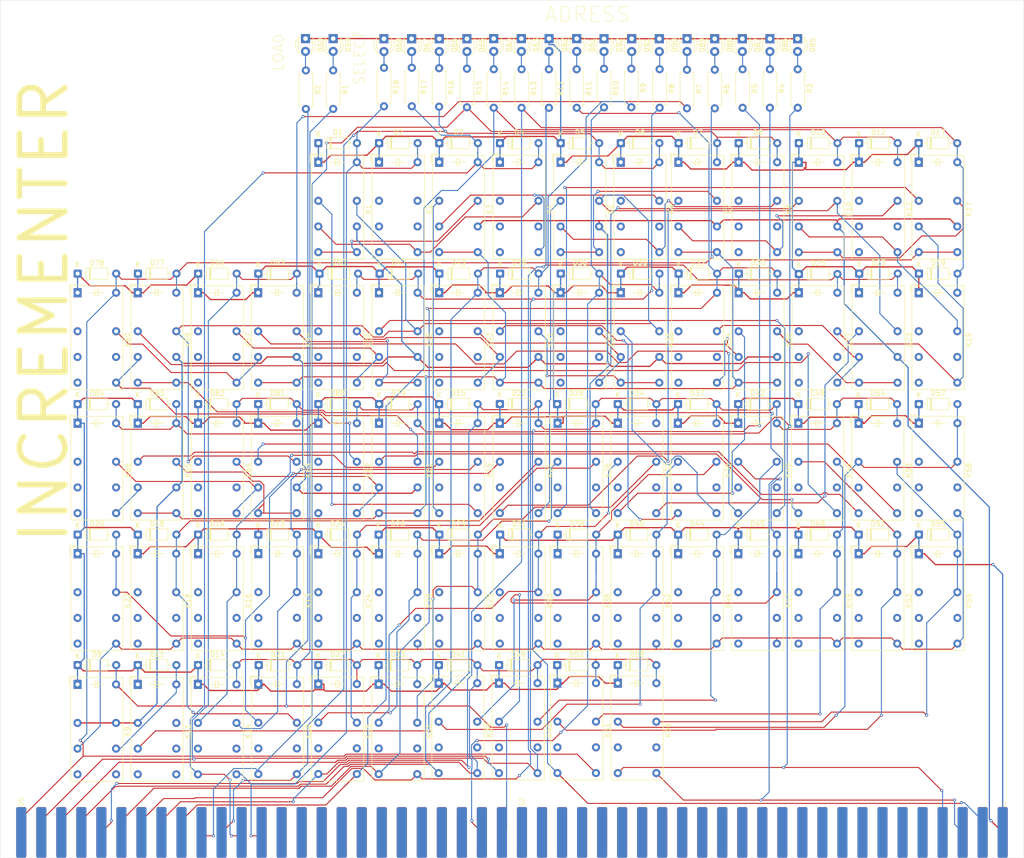
<source format=kicad_pcb>
(kicad_pcb (version 20241229) (generator "pcbnew") (generator_version "9.0")
  (layers (0 "F.Cu" signal) (2 "B.Cu" signal) (13 "F.Paste" user) (15 "B.Paste" user) (5 "F.SilkS" user "F.Silkscreen") (7 "B.SilkS" user "B.Silkscreen") (1 "F.Mask" user) (3 "B.Mask" user) (25 "Edge.Cuts" user))
  (net 0 "")
  (net 1 "Input0")
  (net 2 "GND")
  (net 3 "Input1")
  (net 4 "Input2")
  (net 5 "Input3")
  (net 6 "LOAD")
  (net 7 "Input4")
  (net 8 "Net-(D11-A)")
  (net 9 "Net-(D13-A)")
  (net 10 "Select")
  (net 11 "Net-(D15-A)")
  (net 12 "Net-(D16-A)")
  (net 13 "Input5")
  (net 14 "Net-(D18-A)")
  (net 15 "Net-(D20-A)")
  (net 16 "Input6")
  (net 17 "Net-(D24-A)")
  (net 18 "Net-(D26-A)")
  (net 19 "Net-(D29-A)")
  (net 20 "Input7")
  (net 21 "Net-(D31-A)")
  (net 22 "Input8")
  (net 23 "Net-(D38-A)")
  (net 24 "Input9")
  (net 25 "Net-(D40-A)")
  (net 26 "Net-(D44-A)")
  (net 27 "Net-(D45-A)")
  (net 28 "Input10")
  (net 29 "Net-(D49-A)")
  (net 30 "Net-(D51-A)")
  (net 31 "Input11")
  (net 32 "Net-(D55-A)")
  (net 33 "Net-(D57-A)")
  (net 34 "Net-(D59-A)")
  (net 35 "Net-(D60-A)")
  (net 36 "Net-(D61-A)")
  (net 37 "Net-(D62-A)")
  (net 38 "Net-(D63-A)")
  (net 39 "Net-(D64-A)")
  (net 40 "Net-(D65-A)")
  (net 41 "Net-(D66-A)")
  (net 42 "Net-(D67-A)")
  (net 43 "Net-(D68-A)")
  (net 44 "Input12")
  (net 45 "Input13")
  (net 46 "Input14")
  (net 47 "Input15")
  (net 48 "Net-(D85-A)")
  (net 49 "Net-(D86-A)")
  (net 50 "Net-(D87-A)")
  (net 51 "Net-(D88-A)")
  (net 52 "Net-(D89-A)")
  (net 53 "Net-(D90-A)")
  (net 54 "Net-(D91-A)")
  (net 55 "Net-(D92-A)")
  (net 56 "Net-(K1-Pad14)")
  (net 57 "-Carry Out")
  (net 58 "Sum0")
  (net 59 "+5V")
  (net 60 "Net-(K1-Pad12)")
  (net 65 "Carry Out")
  (net 66 "-Carry In")
  (net 67 "Sum1")
  (net 68 "Net-(K3-Pad12)")
  (net 73 "Net-(K5-Pad12)")
  (net 74 "Net-(K5-Pad14)")
  (net 75 "Sum2")
  (net 80 "Sum3")
  (net 81 "Net-(K12-Pad21)")
  (net 88 "Net-(K13-Pad24)")
  (net 89 "Net-(K10-Pad14)")
  (net 90 "Sum4")
  (net 91 "Net-(K10-Pad12)")
  (net 112 "Sum5")
  (net 113 "Net-(K17-Pad12)")
  (net 130 "Sum6")
  (net 131 "Net-(K23-Pad14)")
  (net 132 "Net-(K23-Pad12)")
  (net 153 "Sum7")
  (net 154 "Net-(K30-Pad12)")
  (net 167 "Net-(K35-Pad12)")
  (net 168 "Net-(K35-Pad14)")
  (net 169 "Sum8")
  (net 170 "Sum9")
  (net 183 "Sum11")
  (net 184 "Sum10")
  (net 187 "Net-(K41-Pad12)")
  (net 202 "Sum13")
  (net 204 "Sum12")
  (net 210 "Net-(K48-Pad14)")
  (net 211 "Net-(K48-Pad12)")
  (net 226 "Sum15")
  (net 227 "Sum14")
  (net 230 "Net-(K54-Pad12)")
  (net 245 "Net-(K59-Pad14)")
  (net 246 "Net-(K59-Pad12)")
  (net 251 "Net-(K61-Pad12)")
  (net 256 "Net-(K63-Pad14)")
  (net 257 "Net-(K63-Pad12)")
  (net 262 "Carry In")
  (footprint "Relay_THT:Relay_DPDT_Finder_30.22" (layer "F.Cu") (at 127.19 115.4625 -90)
    (property "Reference" "K31")
    (property "Value" "HK19F-DCxxV-SHC")
  )
  (footprint "Resistor_THT:R_Axial_DIN0207_L6.3mm_D2.5mm_P7.62mm_Horizontal" (layer "F.Cu") (at 204.54 -6.13 -90)
    (property "Reference" "R4")
    (property "Value" "R")
  )
  (footprint "Diode_THT:D_DO-35_SOD27_P7.62mm_Horizontal" (layer "F.Cu") (at 115.27 8.48)
    (property "Reference" "D1")
    (property "Value" "1N914")
  )
  (footprint "Relay_THT:Relay_DPDT_Finder_30.22" (layer "F.Cu") (at 67.6425 115.5025 -90)
    (property "Reference" "K9")
    (property "Value" "HK19F-DCxxV-SHC")
  )
  (footprint "Diode_THT:D_DO-35_SOD27_P7.62mm_Horizontal" (layer "F.Cu") (at 198.29 85.88)
    (property "Reference" "D45")
    (property "Value" "1N914")
  )
  (footprint "Relay_THT:Relay_DPDT_Finder_30.22" (layer "F.Cu") (at 127.2525 63.8625 -90)
    (property "Reference" "K61")
    (property "Value" "HK19F-DCxxV-SHC")
  )
  (footprint "Diode_THT:D_DO-35_SOD27_P7.62mm_Horizontal" (layer "F.Cu") (at 186.39 85.88)
    (property "Reference" "D44")
    (property "Value" "1N914")
  )
  (footprint "Relay_THT:Relay_DPDT_Finder_30.22" (layer "F.Cu") (at 198.2875 89.6525 -90)
    (property "Reference" "K47")
    (property "Value" "HK19F-DCxxV-SHC")
  )
  (footprint "Diode_THT:D_DO-35_SOD27_P7.62mm_Horizontal" (layer "F.Cu") (at 162.49 111.68)
    (property "Reference" "D52")
    (property "Value" "1N914")
  )
  (footprint "Diode_THT:D_DO-35_SOD27_P7.62mm_Horizontal" (layer "F.Cu") (at 103.47 111.68)
    (property "Reference" "D21")
    (property "Value" "1N914")
  )
  (footprint "Relay_THT:Relay_DPDT_Finder_30.22" (layer "F.Cu") (at 198.3525 38.0625 -90)
    (property "Reference" "K30")
    (property "Value" "HK19F-DCxxV-SHC")
  )
  (footprint "Resistor_THT:R_Axial_DIN0207_L6.3mm_D2.5mm_P7.62mm_Horizontal" (layer "F.Cu") (at 210.04 -6.12 -90)
    (property "Reference" "R3")
    (property "Value" "R")
  )
  (footprint "Relay_THT:Relay_DPDT_Finder_30.22" (layer "F.Cu") (at 222.1525 12.2625 -90)
    (property "Reference" "K12")
    (property "Value" "HK19F-DCxxV-SHC")
  )
  (footprint "Resistor_THT:R_Axial_DIN0207_L6.3mm_D2.5mm_P7.62mm_Horizontal" (layer "F.Cu") (at 193.64 -6.02 -90)
    (property "Reference" "R6")
    (property "Value" "R")
  )
  (footprint "Relay_THT:Relay_DPDT_Finder_30.22" (layer "F.Cu") (at 162.5525 89.6625 -90)
    (property "Reference" "K38")
    (property "Value" "HK19F-DCxxV-SHC")
  )
  (footprint "Relay_THT:Relay_DPDT_Finder_30.22" (layer "F.Cu") (at 115.2525 115.445 -90)
    (property "Reference" "K25")
    (property "Value" "HK19F-DCxxV-SHC")
  )
  (footprint "Diode_THT:D_DO-35_SOD27_P7.62mm_Horizontal" (layer "F.Cu") (at 198.27 60.08)
    (property "Reference" "D42")
    (property "Value" "1N914")
  )
  (footprint "Relay_THT:Relay_DPDT_Finder_30.22" (layer "F.Cu") (at 139.1525 38.0625 -90)
    (property "Reference" "K43")
    (property "Value" "HK19F-DCxxV-SHC")
  )
  (footprint "Relay_THT:Relay_DPDT_Finder_30.22" (layer "F.Cu") (at 198.27 63.8625 -90)
    (property "Reference" "K40")
    (property "Value" "HK19F-DCxxV-SHC")
  )
  (footprint "relaccomp:Conn_RC_Male_100" (layer "F.Cu") (at 250.56 101.21 -90)
    (property "Reference" "U1" (hide yes))
    (property "Value" "~" (hide yes))
  )
  (footprint "Relay_THT:Relay_DPDT_Finder_30.22" (layer "F.Cu") (at 162.5525 63.8625 -90)
    (property "Reference" "K26")
    (property "Value" "HK19F-DCxxV-SHC")
  )
  (footprint "Relay_THT:Relay_DPDT_Finder_30.22" (layer "F.Cu") (at 115.2525 12.2625 -90)
    (property "Reference" "K1")
    (property "Value" "HK19F-DCxxV-SHC")
  )
  (footprint "Diode_THT:D_DO-35_SOD27_P7.62mm_Horizontal" (layer "F.Cu") (at 127.19 85.88)
    (property "Reference" "D26")
    (property "Value" "1N914")
  )
  (footprint "Diode_THT:D_DO-35_SOD27_P7.62mm_Horizontal" (layer "F.Cu") (at 210.27 8.48)
    (property "Reference" "D10")
    (property "Value" "1N914")
  )
  (footprint "Diode_THT:D_DO-35_SOD27_P7.62mm_Horizontal" (layer "F.Cu") (at 162.57 85.88)
    (property "Reference" "D38")
    (property "Value" "1N914")
  )
  (footprint "Diode_THT:D_DO-35_SOD27_P7.62mm_Horizontal" (layer "F.Cu") (at 198.39 34.28)
    (property "Reference" "D30")
    (property "Value" "1N914")
  )
  (footprint "LED_THT:LED_D3.0mm" (layer "F.Cu") (at 133.7 -12.16 -90)
    (property "Reference" "D67")
    (property "Value" "LED")
  )
  (footprint "Resistor_THT:R_Axial_DIN0207_L6.3mm_D2.5mm_P7.62mm_Horizontal" (layer "F.Cu") (at 128.24 -6.42 -90)
    (property "Reference" "R18")
    (property "Value" "R")
  )
  (footprint "LED_THT:LED_D3.0mm" (layer "F.Cu") (at 149.93 -12.19 -90)
    (property "Reference" "D64")
    (property "Value" "LED")
  )
  (footprint "Resistor_THT:R_Axial_DIN0207_L6.3mm_D2.5mm_P7.62mm_Horizontal" (layer "F.Cu") (at 144.64 -6.23 -90)
    (property "Reference" "R15")
    (property "Value" "R")
  )
  (footprint "Resistor_THT:R_Axial_DIN0207_L6.3mm_D2.5mm_P7.62mm_Horizontal" (layer "F.Cu") (at 160.84 -6.12 -90)
    (property "Reference" "R12")
    (property "Value" "R")
  )
  (footprint "Relay_THT:Relay_DPDT_Finder_30.22" (layer "F.Cu") (at 79.5375 89.66 -90)
    (property "Reference" "K18")
    (property "Value" "HK19F-DCxxV-SHC")
  )
  (footprint "Diode_THT:D_DO-35_SOD27_P7.62mm_Horizontal" (layer "F.Cu") (at 150.99 111.68)
    (property "Reference" "D46")
    (property "Value" "1N914")
  )
  (footprint "Diode_THT:D_DO-35_SOD27_P7.62mm_Horizontal" (layer "F.Cu") (at 163.19 34.28)
    (property "Reference" "D36")
    (property "Value" "1N914")
  )
  (footprint "Resistor_THT:R_Axial_DIN0207_L6.3mm_D2.5mm_P7.62mm_Horizontal" (layer "F.Cu") (at 139.14 -6.33 -90)
    (property "Reference" "R16")
    (property "Value" "R")
  )
  (footprint "Relay_THT:Relay_DPDT_Finder_30.22" (layer "F.Cu") (at 79.5525 63.8625 -90)
    (property "Reference" "K65")
    (property "Value" "HK19F-DCxxV-SHC")
  )
  (footprint "Relay_THT:Relay_DPDT_Finder_30.22" (layer "F.Cu") (at 222.1525 38.0625 -90)
    (property "Reference" "K23")
    (property "Value" "HK19F-DCxxV-SHC")
  )
  (footprint "Diode_THT:D_DO-35_SOD27_P7.62mm_Horizontal" (layer "F.Cu") (at 233.95 8.4825)
    (property "Reference" "D17")
    (property "Value" "1N914")
  )
  (footprint "Relay_THT:Relay_DPDT_Finder_30.22" (layer "F.Cu") (at 115.2525 63.8625 -90)
    (property "Reference" "K62")
    (property "Value" "HK19F-DCxxV-SHC")
  )
  (footprint "Relay_THT:Relay_DPDT_Finder_30.22" (layer "F.Cu") (at 151.1525 63.8625 -90)
    (property "Reference" "K21")
    (property "Value" "HK19F-DCxxV-SHC")
  )
  (footprint "Relay_THT:Relay_DPDT_Finder_30.22" (layer "F.Cu") (at 103.3975 89.6375 -90)
    (property "Reference" "K13")
    (property "Value" "HK19F-DCxxV-SHC")
  )
  (footprint "Diode_THT:D_DO-35_SOD27_P7.62mm_Horizontal" (layer "F.Cu") (at 175.09 34.28)
    (property "Reference" "D35")
    (property "Value" "1N914")
  )
  (footprint "Diode_THT:D_DO-35_SOD27_P7.62mm_Horizontal" (layer "F.Cu") (at 67.665 34.28)
    (property "Reference" "D78")
    (property "Value" "1N914")
  )
  (footprint "Diode_THT:D_DO-35_SOD27_P7.62mm_Horizontal" (layer "F.Cu") (at 222.07 60.08)
    (property "Reference" "D54")
    (property "Value" "1N914")
  )
  (footprint "Diode_THT:D_DO-35_SOD27_P7.62mm_Horizontal" (layer "F.Cu") (at 115.29 85.88)
    (property "Reference" "D24")
    (property "Value" "1N914")
  )
  (footprint "Relay_THT:Relay_DPDT_Finder_30.22" (layer "F.Cu") (at 103.3525 63.8625 -90)
    (property "Reference" "K63")
    (property "Value" "HK19F-DCxxV-SHC")
  )
  (footprint "Diode_THT:D_DO-35_SOD27_P7.62mm_Horizontal" (layer "F.Cu") (at 198.37 8.48)
    (property "Reference" "D8")
    (property "Value" "1N914")
  )
  (footprint "Relay_THT:Relay_DPDT_Finder_30.22" (layer "F.Cu") (at 174.4525 63.8625 -90)
    (property "Reference" "K32")
    (property "Value" "HK19F-DCxxV-SHC")
  )
  (footprint "Relay_THT:Relay_DPDT_Finder_30.22" (layer "F.Cu") (at 103.3525 38.0625 -90)
    (property "Reference" "K54")
    (property "Value" "HK19F-DCxxV-SHC")
  )
  (footprint "Diode_THT:D_DO-35_SOD27_P7.62mm_Horizontal" (layer "F.Cu") (at 103.37 60.08)
    (property "Reference" "D81")
    (property "Value" "1N914")
  )
  (footprint "Relay_THT:Relay_DPDT_Finder_30.22" (layer "F.Cu") (at 79.5525 115.5 -90)
    (property "Reference" "K11")
    (property "Value" "HK19F-DCxxV-SHC")
  )
  (footprint "LED_THT:LED_D3.0mm" (layer "F.Cu") (at 193.62 -12.16 -90)
    (property "Reference" "D88")
    (property "Value" "LED")
  )
  (footprint "Diode_THT:D_DO-35_SOD27_P7.62mm_Horizontal" (layer "F.Cu") (at 175.07 8.48)
    (property "Reference" "D6")
    (property "Value" "1N914")
  )
  (footprint "Relay_THT:Relay_DPDT_Finder_30.22" (layer "F.Cu") (at 175.0525 12.2625 -90)
    (property "Reference" "K6")
    (property "Value" "HK19F-DCxxV-SHC")
  )
  (footprint "Diode_THT:D_DO-35_SOD27_P7.62mm_Horizontal" (layer "F.Cu") (at 91.4775 60.08)
    (property "Reference" "D82")
    (property "Value" "1N914")
  )
  (footprint "Relay_THT:Relay_DPDT_Finder_30.22" (layer "F.Cu") (at 91.475 89.6575 -90)
    (property "Reference" "K16")
    (property "Value" "HK19F-DCxxV-SHC")
  )
  (footprint "Diode_THT:D_DO-35_SOD27_P7.62mm_Horizontal" (layer "F.Cu") (at 233.99 85.88)
    (property "Reference" "D55")
    (property "Value" "1N914")
  )
  (footprint "Diode_THT:D_DO-35_SOD27_P7.62mm_Horizontal" (layer "F.Cu") (at 233.99 60.08)
    (property "Reference" "D57")
    (property "Value" "1N914")
  )
  (footprint "Resistor_THT:R_Axial_DIN0207_L6.3mm_D2.5mm_P7.62mm_Horizontal" (layer "F.Cu") (at 171.74 -6.22 -90)
    (property "Reference" "R10")
    (property "Value" "R")
  )
  (footprint "Relay_THT:Relay_DPDT_Finder_30.22" (layer "F.Cu") (at 233.99 63.86 -90)
    (property "Reference" "K58")
    (property "Value" "HK19F-DCxxV-SHC")
  )
  (footprint "Diode_THT:D_DO-35_SOD27_P7.62mm_Horizontal" (layer "F.Cu") (at 127.27 8.48)
    (property "Reference" "D2")
    (property "Value" "1N914")
  )
  (footprint "Relay_THT:Relay_DPDT_Finder_30.22" (layer "F.Cu") (at 139.1525 12.2625 -90)
    (property "Reference" "K3")
    (property "Value" "HK19F-DCxxV-SHC")
  )
  (footprint "Relay_THT:Relay_DPDT_Finder_30.22" (layer "F.Cu") (at 115.2525 38.0625 -90)
    (property "Reference" "K50")
    (property "Value" "HK19F-DCxxV-SHC")
  )
  (footprint "Diode_THT:D_DO-35_SOD27_P7.62mm_Horizontal" (layer "F.Cu") (at 222.19 34.28)
    (property "Reference" "D23")
    (property "Value" "1N914")
  )
  (footprint "Relay_THT:Relay_DPDT_Finder_30.22" (layer "F.Cu") (at 222.09 89.66 -90)
    (property "Reference" "K52")
    (property "Value" "HK19F-DCxxV-SHC")
  )
  (footprint "Relay_THT:Relay_DPDT_Finder_30.22" (layer "F.Cu") (at 67.6525 89.6625 -90)
    (property "Reference" "K22")
    (property "Value" "HK19F-DCxxV-SHC")
  )
  (footprint "Resistor_THT:R_Axial_DIN0207_L6.3mm_D2.5mm_P7.62mm_Horizontal" (layer "F.Cu") (at 155.44 -6.12 -90)
    (property "Reference" "R13")
    (property "Value" "R")
  )
  (footprint "Diode_THT:D_DO-35_SOD27_P7.62mm_Horizontal" (layer "F.Cu") (at 67.65 60.08)
    (property "Reference" "D84")
    (property "Value" "1N914")
  )
  (footprint "Relay_THT:Relay_DPDT_Finder_30.22" (layer "F.Cu") (at 91.47 63.8625 -90)
    (property "Reference" "K64")
    (property "Value" "HK19F-DCxxV-SHC")
  )
  (footprint "LED_THT:LED_D3.0mm" (layer "F.Cu") (at 139.17 -12.16 -90)
    (property "Reference" "D66")
    (property "Value" "LED")
  )
  (footprint "Diode_THT:D_DO-35_SOD27_P7.62mm_Horizontal" (layer "F.Cu") (at 115.49 34.28)
    (property "Reference" "D50")
    (property "Value" "1N914")
  )
  (footprint "Relay_THT:Relay_DPDT_Finder_30.22" (layer "F.Cu") (at 175.0525 38.0625 -90)
    (property "Reference" "K35")
    (property "Value" "HK19F-DCxxV-SHC")
  )
  (footprint "LED_THT:LED_D3.0mm" (layer "F.Cu") (at 171.74 -12.16 -90)
    (property "Reference" "D92")
    (property "Value" "LED")
  )
  (footprint "Relay_THT:Relay_DPDT_Finder_30.22" (layer "F.Cu") (at 139.0525 115.2625 -90)
    (property "Reference" "K39")
    (property "Value" "HK19F-DCxxV-SHC")
  )
  (footprint "Resistor_THT:R_Axial_DIN0207_L6.3mm_D2.5mm_P7.62mm_Horizontal" (layer "F.Cu") (at 166.34 -6.12 -90)
    (property "Reference" "R11")
    (property "Value" "R")
  )
  (footprint "LED_THT:LED_D3.0mm" (layer "F.Cu") (at 177.21 -12.16 -90)
    (property "Reference" "D91")
    (property "Value" "LED")
  )
  (footprint "Relay_THT:Relay_DPDT_Finder_30.22" (layer "F.Cu") (at 91.47 38.0625 -90)
    (property "Reference" "K57")
    (property "Value" "HK19F-DCxxV-SHC")
  )
  (footprint "Resistor_THT:R_Axial_DIN0207_L6.3mm_D2.5mm_P7.62mm_Horizontal" (layer "F.Cu") (at 118.19 -5.9 -90)
    (property "Reference" "R1")
    (property "Value" "R")
  )
  (footprint "Relay_THT:Relay_DPDT_Finder_30.22" (layer "F.Cu") (at 162.5325 115.2475 -90)
    (property "Reference" "K51")
    (property "Value" "HK19F-DCxxV-SHC")
  )
  (footprint "Resistor_THT:R_Axial_DIN0207_L6.3mm_D2.5mm_P7.62mm_Horizontal" (layer "F.Cu") (at 112.79 -5.89 -90)
    (property "Reference" "R2")
    (property "Value" "R")
  )
  (footprint "Relay_THT:Relay_DPDT_Finder_30.22" (layer "F.Cu") (at 233.97 12.2625 -90)
    (property "Reference" "K17")
    (property "Value" "HK19F-DCxxV-SHC")
  )
  (footprint "Relay_THT:Relay_DPDT_Finder_30.22" (layer "F.Cu") (at 115.2525 89.6625 -90)
    (property "Reference" "K24")
    (property "Value" "HK19F-DCxxV-SHC")
  )
  (footprint "Diode_THT:D_DO-35_SOD27_P7.62mm_Horizontal" (layer "F.Cu") (at 103.39 85.88)
    (property "Reference" "D13")
    (property "Value" "1N914")
  )
  (footprint "Relay_THT:Relay_DPDT_Finder_30.22" (layer "F.Cu") (at 91.4525 115.5 -90)
    (property "Reference" "K14")
    (property "Value" "HK19F-DCxxV-SHC")
  )
  (footprint "Diode_THT:D_DO-35_SOD27_P7.62mm_Horizontal" (layer "F.Cu") (at 222.09 85.88)
    (property "Reference" "D51")
    (property "Value" "1N914")
  )
  (footprint "LED_THT:LED_D3.0mm" (layer "F.Cu") (at 155.4 -12.19 -90)
    (property "Reference" "D63")
    (property "Value" "LED")
  )
  (footprint "Resistor_THT:R_Axial_DIN0207_L6.3mm_D2.5mm_P7.62mm_Horizontal" (layer "F.Cu") (at 188.14 -6.02 -90)
    (property "Reference" "R7")
    (property "Value" "R")
  )
  (footprint "Diode_THT:D_DO-35_SOD27_P7.62mm_Horizontal" (layer "F.Cu") (at 234.0075 34.28)
    (property "Reference" "D19")
    (property "Value" "1N914")
  )
  (footprint "Relay_THT:Relay_DPDT_Finder_30.22" (layer "F.Cu") (at 127.2525 38.0625 -90)
    (property "Reference" "K48")
    (property "Value" "HK19F-DCxxV-SHC")
  )
  (footprint "Diode_THT:D_DO-35_SOD27_P7.62mm_Horizontal" (layer "F.Cu") (at 115.27 111.68)
    (property "Reference" "D27")
    (property "Value" "1N914")
  )
  (footprint "Relay_THT:Relay_DPDT_Finder_30.22" (layer "F.Cu") (at 198.3525 12.2625 -90)
    (property "Reference" "K8")
    (property "Value" "HK19F-DCxxV-SHC")
  )
  (footprint "Diode_THT:D_DO-35_SOD27_P7.62mm_Horizontal" (layer "F.Cu") (at 91.47 111.68)
    (property "Reference" "D14")
    (property "Value" "1N914")
  )
  (footprint "Diode_THT:D_DO-35_SOD27_P7.62mm_Horizontal" (layer "F.Cu") (at 210.19 85.88)
    (property "Reference" "D49")
    (property "Value" "1N914")
  )
  (footprint "Diode_THT:D_DO-35_SOD27_P7.62mm_Horizontal" (layer "F.Cu") (at 186.49 8.48)
    (property "Reference" "D7")
    (property "Value" "1N914")
  )
  (footprint "Relay_THT:Relay_DPDT_Finder_30.22" (layer "F.Cu") (at 151.1325 89.6625 -90)
    (property "Reference" "K33")
    (property "Value" "HK19F-DCxxV-SHC")
  )
  (footprint "Relay_THT:Relay_DPDT_Finder_30.22" (layer "F.Cu") (at 186.3525 63.8625 -90)
    (property "Reference" "K36")
    (property "Value" "HK19F-DCxxV-SHC")
  )
  (footprint "Diode_THT:D_DO-35_SOD27_P7.62mm_Horizontal" (layer "F.Cu") (at 162.4725 60.0825)
    (property "Reference" "D28")
    (property "Value" "1N914")
  )
  (footprint "Diode_THT:D_DO-35_SOD27_P7.62mm_Horizontal" (layer "F.Cu") (at 186.49 34.28)
    (property "Reference" "D32")
    (property "Value" "1N914")
  )
  (footprint "Diode_THT:D_DO-35_SOD27_P7.62mm_Horizontal" (layer "F.Cu") (at 115.27 60.08)
    (property "Reference" "D80")
    (property "Value" "1N914")
  )
  (footprint "Relay_THT:Relay_DPDT_Finder_30.22" (layer "F.Cu") (at 233.97 38.0625 -90)
    (property "Reference" "K19")
    (property "Value" "HK19F-DCxxV-SHC")
  )
  (footprint "Relay_THT:Relay_DPDT_Finder_30.22" (layer "F.Cu") (at 233.99 89.66 -90)
    (property "Reference" "K55")
    (property "Value" "HK19F-DCxxV-SHC")
  )
  (footprint "Diode_THT:D_DO-35_SOD27_P7.62mm_Horizontal" (layer "F.Cu") (at 210.27 34.3625)
    (property "Reference" "D25")
    (property "Value" "1N914")
  )
  (footprint "LED_THT:LED_D3.0mm" (layer "F.Cu") (at 204.54 -12.16 -90)
    (property "Reference" "D86")
    (property "Value" "LED")
  )
  (footprint "Diode_THT:D_DO-35_SOD27_P7.62mm_Horizontal" (layer "F.Cu") (at 151.19 34.28)
    (property "Reference" "D39")
    (property "Value" "1N914")
  )
  (footprint "Relay_THT:Relay_DPDT_Finder_30.22" (layer "F.Cu") (at 174.4525 89.6625 -90)
    (property "Reference" "K42")
    (property "Value" "HK19F-DCxxV-SHC")
  )
  (footprint "LED_THT:LED_D3.0mm" (layer "F.Cu") (at 210.01 -12.16 -90)
    (property "Reference" "D85")
    (property "Value" "LED")
  )
  (footprint "Relay_THT:Relay_DPDT_Finder_30.22" (layer "F.Cu") (at 127.235 89.6625 -90)
    (property "Reference" "K28")
    (property "Value" "HK19F-DCxxV-SHC")
  )
  (footprint "Relay_THT:Relay_DPDT_Finder_30.22" (layer "F.Cu") (at 186.4525 12.2625 -90)
    (property "Reference" "K7")
    (property "Value" "HK19F-DCxxV-SHC")
  )
  (footprint "LED_THT:LED_D3.0mm" (layer "F.Cu") (at 182.68 -12.16 -90)
    (property "Reference" "D90")
    (property "Value" "LED")
  )
  (footprint "Relay_THT:Relay_DPDT_Finder_30.22" (layer "F.Cu") (at 151.1525 12.2625 -90)
    (property "Reference" "K4")
    (property "Value" "HK19F-DCxxV-SHC")
  )
  (footprint "Diode_THT:D_DO-35_SOD27_P7.62mm_Horizontal" (layer "F.Cu") (at 174.47 60.08)
    (property "Reference" "D34")
    (property "Value" "1N914")
  )
  (footprint "Diode_THT:D_DO-35_SOD27_P7.62mm_Horizontal" (layer "F.Cu") (at 139.19 34.28)
    (property "Reference" "D43")
    (property "Value" "1N914")
  )
  (footprint "Relay_THT:Relay_DPDT_Finder_30.22" (layer "F.Cu") (at 150.97 115.26 -90)
    (property "Reference" "K45")
    (property "Value" "HK19F-DCxxV-SHC")
  )
  (footprint "LED_THT:LED_D3.0mm" (layer "F.Cu") (at 160.87 -12.19 -90)
    (property "Reference" "D62")
    (property "Value" "LED")
  )
  (footprint "LED_THT:LED_D3.0mm" (layer "F.Cu") (at 188.15 -12.16 -90)
    (property "Reference" "D89")
    (property "Value" "LED")
  )
  (footprint "LED_THT:LED_D3.0mm" (layer "F.Cu") (at 118.19 -12.19 -90)
    (property "Reference" "D59")
    (property "Value" "LED")
  )
  (footprint "Diode_THT:D_DO-35_SOD27_P7.62mm_Horizontal" (layer "F.Cu") (at 127.17 111.68)
    (property "Reference" "D33")
    (property "Value" "1N914")
  )
  (footprint "Diode_THT:D_DO-35_SOD27_P7.62mm_Horizontal" (layer "F.Cu") (at 79.59 34.28)
    (property "Reference" "D77")
    (property "Value" "1N914")
  )
  (footprint "Relay_THT:Relay_DPDT_Finder_30.22" (layer "F.Cu") (at 163.1525 38.0625 -90)
    (property "Reference" "K37")
    (property "Value" "HK19F-DCxxV-SHC")
  )
  (footprint "Resistor_THT:R_Axial_DIN0207_L6.3mm_D2.5mm_P7.62mm_Horizontal" (layer "F.Cu") (at 182.74 -6.13 -90)
    (property "Reference" "R8")
    (property "Value" "R")
  )
  (footprint "Relay_THT:Relay_DPDT_Finder_30.22" (layer "F.Cu") (at 139.1525 63.8625 -90)
    (property "Reference" "K15")
    (property "Value" "HK19F-DCxxV-SHC")
  )
  (footprint "Diode_THT:D_DO-35_SOD27_P7.62mm_Horizontal" (layer "F.Cu") (at 174.47 85.88)
    (property "Reference" "D40")
    (property "Value" "1N914")
  )
  (footprint "Relay_THT:Relay_DPDT_Finder_30.22" (layer "F.Cu") (at 210.2525 12.28 -90)
    (property "Reference" "K10")
    (property "Value" "HK19F-DCxxV-SHC")
  )
  (footprint "LED_THT:LED_D3.0mm" (layer "F.Cu") (at 199.09 -12.16 -90)
    (property "Reference" "D87")
    (property "Value" "LED")
  )
  (footprint "Diode_THT:D_DO-35_SOD27_P7.62mm_Horizontal" (layer "F.Cu") (at 163.17 8.48)
    (property "Reference" "D5")
    (property "Value" "1N914")
  )
  (footprint "Relay_THT:Relay_DPDT_Finder_30.22" (layer "F.Cu") (at 79.5525 38.0625 -90)
    (property "Reference" "K59")
    (property "Value" "HK19F-DCxxV-SHC")
  )
  (footprint "Diode_THT:D_DO-35_SOD27_P7.62mm_Horizontal" (layer "F.Cu") (at 139.09 111.68)
    (property "Reference" "D41")
    (property "Value" "1N914")
  )
  (footprint "Relay_THT:Relay_DPDT_Finder_30.22" (layer "F.Cu") (at 174.47 115.26 -90)
    (property "Reference" "K56")
    (property "Value" "HK19F-DCxxV-SHC")
  )
  (footprint "Diode_THT:D_DO-35_SOD27_P7.62mm_Horizontal" (layer "F.Cu") (at 67.67 111.68)
    (property "Reference" "D9")
    (property "Value" "1N914")
  )
  (footprint "Relay_THT:Relay_DPDT_Finder_30.22" (layer "F.Cu") (at 67.6525 38.0625 -90)
    (property "Reference" "K60")
    (property "Value" "HK19F-DCxxV-SHC")
  )
  (footprint "Relay_THT:Relay_DPDT_Finder_30.22" (layer "F.Cu") (at 210.2525 38.0625 -90)
    (property "Reference" "K27")
    (property "Value" "HK19F-DCxxV-SHC")
  )
  (footprint "Relay_THT:Relay_DPDT_Finder_30.22" (layer "F.Cu") (at 186.39 89.66 -90)
    (property "Reference" "K44")
    (property "Value" "HK19F-DCxxV-SHC")
  )
  (footprint "Relay_THT:Relay_DPDT_Finder_30.22" (layer "F.Cu") (at 127.2525 12.2625 -90)
    (property "Reference" "K2")
    (property "Value" "HK19F-DCxxV-SHC")
  )
  (footprint "Diode_THT:D_DO-35_SOD27_P7.62mm_Horizontal" (layer "F.Cu") (at 91.49 34.28)
    (property "Reference" "D56")
    (property "Value" "1N914")
  )
  (footprint "Diode_THT:D_DO-35_SOD27_P7.62mm_Horizontal" (layer "F.Cu") (at 151.17 8.48)
    (property "Reference" "D4")
    (property "Value" "1N914")
  )
  (footprint "Relay_THT:Relay_DPDT_Finder_30.22" (layer "F.Cu") (at 186.4525 38.0625 -90)
    (property "Reference" "K34")
    (property "Value" "HK19F-DCxxV-SHC")
  )
  (footprint "Diode_THT:D_DO-35_SOD27_P7.62mm_Horizontal" (layer "F.Cu") (at 91.49 85.88)
    (property "Reference" "D16")
    (property "Value" "1N914")
  )
  (footprint "LED_THT:LED_D3.0mm" (layer "F.Cu") (at 144.64 -12.16 -90)
    (property "Reference" "D65")
    (property "Value" "LED")
  )
  (footprint "Diode_THT:D_DO-35_SOD27_P7.62mm_Horizontal" (layer "F.Cu") (at 67.67 85.88)
    (property "Reference" "D20")
    (property "Value" "1N914")
  )
  (footprint "Relay_THT:Relay_DPDT_Finder_30.22" (layer "F.Cu") (at 222.07 63.88 -90)
    (property "Reference" "K53")
    (property "Value" "HK19F-DCxxV-SHC")
  )
  (footprint "Relay_THT:Relay_DPDT_Finder_30.22" (layer "F.Cu") (at 210.17 63.8625 -90)
    (property "Reference" "K46")
    (property "Value" "HK19F-DCxxV-SHC")
  )
  (footprint "Diode_THT:D_DO-35_SOD27_P7.62mm_Horizontal" (layer "F.Cu") (at 222.17 8.48)
    (property "Reference" "D12")
    (property "Value" "1N914")
  )
  (footprint "Diode_THT:D_DO-35_SOD27_P7.62mm_Horizontal" (layer "F.Cu") (at 139.17 8.48)
    (property "Reference" "D3")
    (property "Value" "1N914")
  )
  (footprint "Diode_THT:D_DO-35_SOD27_P7.62mm_Horizontal" (layer "F.Cu") (at 103.39 34.28)
    (property "Reference" "D53")
    (property "Value" "1N914")
  )
  (footprint "Diode_THT:D_DO-35_SOD27_P7.62mm_Horizontal" (layer "F.Cu") (at 186.37 60.08)
    (property "Reference" "D37")
    (property "Value" "1N914")
  )
  (footprint "Diode_THT:D_DO-35_SOD27_P7.62mm_Horizontal" (layer "F.Cu") (at 151.19 85.88)
    (property "Reference" "D31")
    (property "Value" "1N914")
  )
  (footprint "Relay_THT:Relay_DPDT_Finder_30.22" (layer "F.Cu") (at 67.6525 63.8625 -90)
    (property "Reference" "K66")
    (property "Value" "HK19F-DCxxV-SHC")
  )
  (footprint "Diode_THT:D_DO-35_SOD27_P7.62mm_Horizontal" (layer "F.Cu") (at 139.1325 60.0825)
    (property "Reference" "D15")
    (property "Value" "1N914")
  )
  (footprint "Diode_THT:D_DO-35_SOD27_P7.62mm_Horizontal" (layer "F.Cu") (at 127.275 60.08)
    (property "Reference" "D79")
    (property "Value" "1N914")
  )
  (footprint "Resistor_THT:R_Axial_DIN0207_L6.3mm_D2.5mm_P7.62mm_Horizontal" (layer "F.Cu") (at 149.94 -6.13 -90)
    (property "Reference" "R14")
    (property "Value" "R")
  )
  (footprint "Diode_THT:D_DO-35_SOD27_P7.62mm_Horizontal" (layer "F.Cu") (at 127.38 34.28)
    (property "Reference" "D47")
    (property "Value" "1N914")
  )
  (footprint "Relay_THT:Relay_DPDT_Finder_30.22" (layer "F.Cu") (at 210.19 89.66 -90)
    (property "Reference" "K49")
    (property "Value" "HK19F-DCxxV-SHC")
  )
  (footprint "Diode_THT:D_DO-35_SOD27_P7.62mm_Horizontal" (layer "F.Cu") (at 174.46 111.68)
    (property "Reference" "D58")
    (property "Value" "1N914")
  )
  (footprint "LED_THT:LED_D3.0mm" (layer "F.Cu") (at 112.72 -12.19 -90)
    (property "Reference" "D60")
    (property "Value" "LED")
  )
  (footprint "Diode_THT:D_DO-35_SOD27_P7.62mm_Horizontal" (layer "F.Cu") (at 79.555 60.08)
    (property "Reference" "D83")
    (property "Value" "1N914")
  )
  (footprint "Relay_THT:Relay_DPDT_Finder_30.22" (layer "F.Cu") (at 151.1525 38.0625 -90)
    (property "Reference" "K41")
    (property "Value" "HK19F-DCxxV-SHC")
  )
  (footprint "Resistor_THT:R_Axial_DIN0207_L6.3mm_D2.5mm_P7.62mm_Horizontal" (layer "F.Cu") (at 199.14 -6.12 -90)
    (property "Reference" "R5")
    (property "Value" "R")
  )
  (footprint "Diode_THT:D_DO-35_SOD27_P7.62mm_Horizontal" (layer "F.Cu") (at 210.17 60.08)
    (property "Reference" "D48")
    (property "Value" "1N914")
  )
  (footprint "LED_THT:LED_D3.0mm" (layer "F.Cu") (at 166.34 -12.19 -90)
    (property "Reference" "D61")
    (property "Value" "LED")
  )
  (footprint "Diode_THT:D_DO-35_SOD27_P7.62mm_Horizontal" (layer "F.Cu") (at 151.1525 60.0625)
    (property "Reference" "D22")
    (property "Value" "1N914")
  )
  (footprint "Resistor_THT:R_Axial_DIN0207_L6.3mm_D2.5mm_P7.62mm_Horizontal" (layer "F.Cu") (at 133.74 -6.42 -90)
    (property "Reference" "R17")
    (property "Value" "R")
  )
  (footprint "Relay_THT:Relay_DPDT_Finder_30.22" (layer "F.Cu") (at 103.39 115.4625 -90)
    (property "Reference" "K20")
    (property "Value" "HK19F-DCxxV-SHC")
  )
  (footprint "Resistor_THT:R_Axial_DIN0207_L6.3mm_D2.5mm_P7.62mm_Horizontal" (layer "F.Cu") (at 177.14 -6.23 -90)
    (property "Reference" "R9")
    (property "Value" "R")
  )
  (footprint "Relay_THT:Relay_DPDT_Finder_30.22" (layer "F.Cu") (at 139.1525 89.6625 -90)
    (property "Reference" "K29")
    (property "Value" "HK19F-DCxxV-SHC")
  )
  (footprint "Relay_THT:Relay_DPDT_Finder_30.22" (layer "F.Cu") (at 163.1525 12.2625 -90)
    (property "Reference" "K5")
    (property "Value" "HK19F-DCxxV-SHC")
  )
  (footprint "Diode_THT:D_DO-35_SOD27_P7.62mm_Horizontal" (layer "F.Cu") (at 79.57 111.68)
    (property "Reference" "D11")
    (property "Value" "1N914")
  )
  (footprint "LED_THT:LED_D3.0mm" (layer "F.Cu") (at 128.23 -12.16 -90)
    (property "Reference" "D68")
    (property "Value" "LED")
  )
  (footprint "Diode_THT:D_DO-35_SOD27_P7.62mm_Horizontal" (layer "F.Cu") (at 79.57 85.88)
    (property "Reference" "D18")
    (property "Value" "1N914")
  )
  (footprint "Diode_THT:D_DO-35_SOD27_P7.62mm_Horizontal" (layer "F.Cu") (at 139.19 85.88)
    (property "Reference" "D29")
    (property "Value" "1N914")
  )
  (gr_rect (start 52.34 -19.79) (end 254.755 149.8) (stroke (width 0.05)) (fill no) (layer "Edge.Cuts"))
  (gr_text "INCREMENTER" (at 66.3025 88.2925 90) (layer "F.SilkS") (effects (font (size 9 9) (thickness 1.125)) (justify left bottom)))
  (gr_text "ADRESS" (at 159.89 -15.22 0) (layer "F.SilkS") (effects (font (size 3 3) (thickness 0.1)) (justify left bottom)))
  (gr_text "SELECT" (at 124.54 -2.89 90) (layer "F.SilkS") (effects (font (size 2 2) (thickness 0.1)) (justify left bottom)))
  (gr_text "LOAD" (at 108.54 -5.69 90) (layer "F.SilkS") (effects (font (size 2 2) (thickness 0.1)) (justify left bottom)))
  (segment (start 124.074 13.4642) (end 133.671 13.4642) (width 0.2) (layer "F.Cu") (net 1))
  (segment (start 134.2715 12.8633) (end 134.2717 12.8633) (width 0.2) (layer "F.Cu") (net 1))
  (segment (start 122.8723 12.2627) (end 124.074 13.4642) (width 0.2) (layer "F.Cu") (net 1))
  (segment (start 122.8725 12.2625) (end 122.8723 12.2627) (width 0.2) (layer "F.Cu") (net 1))
  (segment (start 133.671 13.4642) (end 134.2715 12.8633) (width 0.2) (layer "F.Cu") (net 1))
  (segment (start 103.378 145.432) (end 104.04 144.77) (width 0.2) (layer "F.Cu") (net 1))
  (segment (start 122.872 12.2625) (end 122.8723 12.2627) (width 0.2) (layer "F.Cu") (net 1))
  (segment (start 134.2717 12.8633) (end 134.8725 12.2625) (width 0.2) (layer "F.Cu") (net 1))
  (segment (start 101.968 145.432) (end 103.378 145.432) (width 0.2) (layer "F.Cu") (net 1))
  (segment (start 134.2715 12.8633) (end 134.872 12.2625) (width 0.2) (layer "F.Cu") (net 1))
  (via (at 101.968 145.432) (size 0.6) (drill 0.3) (layers "F.Cu" "B.Cu") (net 1))
  (segment (start 110.629 135.212) (end 101.968 135.212) (width 0.2) (layer "B.Cu") (net 1))
  (segment (start 120.799 14.3359) (end 120.799 125.042) (width 0.2) (layer "B.Cu") (net 1))
  (segment (start 134.872 10.38) (end 134.8725 10.3805) (width 0.2) (layer "B.Cu") (net 1))
  (segment (start 134.8725 10.3805) (end 134.8725 12.2625) (width 0.2) (layer "B.Cu") (net 1))
  (segment (start 122.89 8.48) (end 122.872 8.4975) (width 0.2) (layer "B.Cu") (net 1))
  (segment (start 122.872 12.2625) (end 120.799 14.3359) (width 0.2) (layer "B.Cu") (net 1))
  (segment (start 120.799 125.042) (end 110.629 135.212) (width 0.2) (layer "B.Cu") (net 1))
  (segment (start 122.89 6.55) (end 122.89 8.48) (width 0.2) (layer "B.Cu") (net 1))
  (segment (start 101.968 135.212) (end 100.036 133.28) (width 0.2) (layer "B.Cu") (net 1))
  (segment (start 122.872 8.4975) (end 122.872 12.2625) (width 0.2) (layer "B.Cu") (net 1))
  (segment (start 128.24 1.2) (end 122.89 6.55) (width 0.2) (layer "B.Cu") (net 1))
  (segment (start 100.036 133.28) (end 99.0725 133.28) (width 0.2) (layer "B.Cu") (net 1))
  (segment (start 122.8725 12.2625) (end 122.872 12.2625) (width 0.2) (layer "B.Cu") (net 1))
  (segment (start 134.872 10.38) (end 134.872 12.2625) (width 0.2) (layer "B.Cu") (net 1))
  (segment (start 101.968 145.432) (end 101.968 135.212) (width 0.2) (layer "B.Cu") (net 1))
  (segment (start 134.89 8.48) (end 134.872 8.4975) (width 0.2) (layer "B.Cu") (net 1))
  (segment (start 134.872 8.4975) (end 134.872 10.38) (width 0.2) (layer "B.Cu") (net 1))
  (segment (start 80.6542 38.0625) (end 82.1667 36.55) (width 0.25) (layer "F.Cu") (net 2))
  (segment (start 211.7125 32.92) (end 210.27 34.3625) (width 0.25) (layer "F.Cu") (net 2))
  (segment (start 163.654 63.8625) (end 163.654 62.7608) (width 0.25) (layer "F.Cu") (net 2))
  (segment (start 211.354 13.596) (end 211.14 13.81) (width 0.25) (layer "F.Cu") (net 2))
  (segment (start 232.6777 32.95) (end 233.452 33.7243) (width 0.25) (layer "F.Cu") (net 2))
  (segment (start 224.662 62.39) (end 223.172 63.88) (width 0.25) (layer "F.Cu") (net 2))
  (segment (start 128.71 32.95) (end 127.38 34.28) (width 0.25) (layer "F.Cu") (net 2))
  (segment (start 150.031 89.6625) (end 148.5385 88.17) (width 0.25) (layer "F.Cu") (net 2))
  (segment (start 91.47 38.0625) (end 92.5717 38.0625) (width 0.25) (layer "F.Cu") (net 2))
  (segment (start 114.513 116.55) (end 114.233 116.83) (width 0.25) (layer "F.Cu") (net 2))
  (segment (start 152.2081 7.25) (end 140.4 7.25) (width 0.25) (layer "F.Cu") (net 2))
  (segment (start 149.868 115.26) (end 148.518 116.61) (width 0.25) (layer "F.Cu") (net 2))
  (segment (start 92.5542 115.5) (end 91.4525 115.5) (width 0.25) (layer "F.Cu") (net 2))
  (segment (start 174.47 60.08) (end 175.638 61.248) (width 0.25) (layer "F.Cu") (net 2))
  (segment (start 139.17 8.48) (end 137.82 7.13) (width 0.25) (layer "F.Cu") (net 2))
  (segment (start 115.252 115.445) (end 115.2525 115.445) (width 0.25) (layer "F.Cu") (net 2))
  (segment (start 152.304 7.3459) (end 152.2081 7.25) (width 0.25) (layer "F.Cu") (net 2))
  (segment (start 126.133 89.6625) (end 124.8305 88.36) (width 0.25) (layer "F.Cu") (net 2))
  (segment (start 103.244 116.71) (end 93.7642 116.71) (width 0.25) (layer "F.Cu") (net 2))
  (segment (start 116.624 116.82) (end 116.354 116.55) (width 0.25) (layer "F.Cu") (net 2))
  (segment (start 175.0525 38.0625) (end 172.33 38.0625) (width 0.25) (layer "F.Cu") (net 2))
  (segment (start 141.502 116.61) (end 140.154 115.262) (width 0.25) (layer "F.Cu") (net 2))
  (segment (start 174.47 115.26) (end 172 115.26) (width 0.25) (layer "F.Cu") (net 2))
  (segment (start 163.1525 12.2625) (end 164.254 12.2625) (width 0.25) (layer "F.Cu") (net 2))
  (segment (start 173.342 87.0081) (end 162.57 87.0081) (width 0.25) (layer "F.Cu") (net 2))
  (segment (start 80.6542 63.8625) (end 79.5525 63.8625) (width 0.25) (layer "F.Cu") (net 2))
  (segment (start 103.39 85.88) (end 103.39 84.7443) (width 0.25) (layer "F.Cu") (net 2))
  (segment (start 139.603 115.262) (end 140.154 115.262) (width 0.25) (layer "F.Cu") (net 2))
  (segment (start 92.5717 63.8625) (end 91.47 63.8625) (width 0.25) (layer "F.Cu") (net 2))
  (segment (start 163.152 12.2625) (end 163.1525 12.2625) (width 0.25) (layer "F.Cu") (net 2))
  (segment (start 116.354 116.55) (end 114.513 116.55) (width 0.25) (layer "F.Cu") (net 2))
  (segment (start 210.5298 84.42) (end 210.19 84.7598) (width 0.25) (layer "F.Cu") (net 2))
  (segment (start 140.4 7.25) (end 139.17 8.48) (width 0.25) (layer "F.Cu") (net 2))
  (segment (start 148.33 37.81) (end 147.06 36.54) (width 0.25) (layer "F.Cu") (net 2))
  (segment (start 188.8915 13.6) (end 187.554 12.2625) (width 0.25) (layer "F.Cu") (net 2))
  (segment (start 151.1525 38.0625) (end 148.33 38.0625) (width 0.25) (layer "F.Cu") (net 2))
  (segment (start 185.02 84.51) (end 175.84 84.51) (width 0.25) (layer "F.Cu") (net 2))
  (segment (start 126.015 58.82) (end 127.275 60.08) (width 0.25) (layer "F.Cu") (net 2))
  (segment (start 186.39 85.88) (end 185.02 84.51) (width 0.25) (layer "F.Cu") (net 2))
  (segment (start 233.452 33.7243) (end 233.97 34.2425) (width 0.25) (layer "F.Cu") (net 2))
  (segment (start 127.19 115.4625) (end 127.19 115.462) (width 0.25) (layer "F.Cu") (net 2))
  (segment (start 162.051 38.0625) (end 160.7085 36.72) (width 0.25) (layer "F.Cu") (net 2))
  (segment (start 92.5717 38.0625) (end 93.9192 39.41) (width 0.25) (layer "F.Cu") (net 2))
  (segment (start 162.532 115.248) (end 163.083 115.248) (width 0.25) (layer "F.Cu") (net 2))
  (segment (start 175.638 61.248) (end 185.202 61.248) (width 0.25) (layer "F.Cu") (net 2))
  (segment (start 80.6392 89.66) (end 82.0292 88.27) (width 0.25) (layer "F.Cu") (net 2))
  (segment (start 198.903 38.0625) (end 199.454 38.0625) (width 0.25) (layer "F.Cu") (net 2))
  (segment (start 224.7765 10.74) (end 223.254 12.2625) (width 0.25) (layer "F.Cu") (net 2))
  (segment (start 112.72 -12.19) (end 118.19 -12.19) (width 0.25) (layer "F.Cu") (net 2))
  (segment (start 103.39 115.462) (end 104.492 115.462) (width 0.25) (layer "F.Cu") (net 2))
  (segment (start 160.87 -12.19) (end 166.34 -12.19) (width 0.25) (layer "F.Cu") (net 2))
  (segment (start 188.8765 62.44) (end 187.454 63.8625) (width 0.25) (layer "F.Cu") (net 2))
  (segment (start 164.254 38.0625) (end 163.1525 38.0625) (width 0.25) (layer "F.Cu") (net 2))
  (segment (start 210.2525 12.28) (end 210.252 12.28) (width 0.25) (layer "F.Cu") (net 2))
  (segment (start 125.99 32.89) (end 116.88 32.89) (width 0.25) (layer "F.Cu") (net 2))
  (segment (start 172.55 11) (end 175.07 8.48) (width 0.25) (layer "F.Cu") (net 2))
  (segment (start 137.84 84.53) (end 128.54 84.53) (width 0.25) (layer "F.Cu") (net 2))
  (segment (start 153.3 116.489) (end 152.072 115.26) (width 0.25) (layer "F.Cu") (net 2))
  (segment (start 186.4525 12.2625) (end 186.452 12.2625) (width 0.25) (layer "F.Cu") (net 2))
  (segment (start 68.794 58.936) (end 78.411 58.936) (width 0.25) (layer "F.Cu") (net 2))
  (segment (start 116.88 32.89) (end 115.49 34.28) (width 0.25) (layer "F.Cu") (net 2))
  (segment (start 171.24 36.68) (end 165.6365 36.68) (width 0.25) (layer "F.Cu") (net 2))
  (segment (start 162.57 85.88) (end 162.57 87.0081) (width 0.25) (layer "F.Cu") (net 2))
  (segment (start 185.202 61.248) (end 186.37 60.08) (width 0.25) (layer "F.Cu") (net 2))
  (segment (start 211.582239 13.3817) (end 211.66 13.303939) (width 0.25) (layer "F.Cu") (net 2))
  (segment (start 176.34 33.03) (end 185.24 33.03) (width 0.25) (layer "F.Cu") (net 2))
  (segment (start 198.352 38.0625) (end 198.3525 38.0625) (width 0.25) (layer "F.Cu") (net 2))
  (segment (start 186.4525 38.0625) (end 187.554 38.0625) (width 0.25) (layer "F.Cu") (net 2))
  (segment (start 189.0465 36.57) (end 197.4105 36.57) (width 0.25) (layer "F.Cu") (net 2))
  (segment (start 161.849541 7.159541) (end 152.490359 7.159541) (width 0.25) (layer "F.Cu") (net 2))
  (segment (start 78.411 58.936) (end 79.555 60.08) (width 0.25) (layer "F.Cu") (net 2))
  (segment (start 232.888 63.86) (end 231.418 62.39) (width 0.25) (layer "F.Cu") (net 2))
  (segment (start 174.47 85.88) (end 173.342 87.0081) (width 0.25) (layer "F.Cu") (net 2))
  (segment (start 237.2451 91.8134) (end 235.0917 89.66) (width 0.25) (layer "F.Cu") (net 2))
  (segment (start 128.23 -12.16) (end 133.7 -12.16) (width 0.25) (layer "F.Cu") (net 2))
  (segment (start 221.969 62.6774) (end 212.457 62.6774) (width 0.25) (layer "F.Cu") (net 2))
  (segment (start 99.66 62.62) (end 93.8142 62.62) (width 0.25) (layer "F.Cu") (net 2))
  (segment (start 210.19 84.7598) (end 210.19 85.88) (width 0.25) (layer "F.Cu") (net 2))
  (segment (start 187.76 84.51) (end 186.39 85.88) (width 0.25) (layer "F.Cu") (net 2))
  (segment (start 138.566 116.85) (end 129.68 116.85) (width 0.25) (layer "F.Cu") (net 2))
  (segment (start 233.99 89.66) (end 235.0917 89.66) (width 0.25) (layer "F.Cu") (net 2))
  (segment (start 151.1325 89.6625) (end 150.031 89.6625) (width 0.25) (layer "F.Cu") (net 2))
  (segment (start 81.9967 62.52) (end 80.6542 63.8625) (width 0.25) (layer "F.Cu") (net 2))
  (segment (start 128.62 7.13) (end 127.27 8.48) (width 0.25) (layer "F.Cu") (net 2))
  (segment (start 175.84 84.51) (end 174.47 85.88) (width 0.25) (layer "F.Cu") (net 2))
  (segment (start 166.34 -12.19) (end 167.542 -12.19) (width 0.25) (layer "F.Cu") (net 2))
  (segment (start 150.051 63.8625) (end 148.7735 65.14) (width 0.25) (layer "F.Cu") (net 2))
  (segment (start 139.1525 38.0625) (end 139.152 38.0625) (width 0.25) (layer "F.Cu") (net 2))
  (segment (start 100.9035 39.41) (end 102.251 38.0625) (width 0.25) (layer "F.Cu") (net 2))
  (segment (start 68.813 112.823) (end 78.427 112.823) (width 0.25) (layer "F.Cu") (net 2))
  (segment (start 198.5498 84.5) (end 198.29 84.7598) (width 0.25) (layer "F.Cu") (net 2))
  (segment (start 67.665 34.28) (end 70.075 36.69) (width 0.25) (layer "F.Cu") (net 2))
  (segment (start 163.1525 38.0625) (end 162.051 38.0625) (width 0.25) (layer "F.Cu") (net 2))
  (segment (start 127.028 -12.16) (end 126.998 -12.19) (width 0.25) (layer "F.Cu") (net 2))
  (segment (start 115.2525 63.8625) (end 114.151 63.8625) (width 0.25) (layer "F.Cu") (net 2))
  (segment (start 89.0258 62.52) (end 81.9967 62.52) (width 0.25) (layer "F.Cu") (net 2))
  (segment (start 139.053 115.262) (end 139.0525 115.2625) (width 0.25) (layer "F.Cu") (net 2))
  (segment (start 137.82 7.13) (end 128.62 7.13) (width 0.25) (layer "F.Cu") (net 2))
  (segment (start 248.6609 91.8134) (end 237.2451 91.8134) (width 0.25) (layer "F.Cu") (net 2))
  (segment (start 141.7465 88.17) (end 140.254 89.6625) (width 0.25) (layer "F.Cu") (net 2))
  (segment (start 112.7835 65.23) (end 105.8215 65.23) (width 0.25) (layer "F.Cu") (net 2))
  (segment (start 117.77 88.36) (end 115.29 85.88) (width 0.25) (layer "F.Cu") (net 2))
  (segment (start 124.73 116.82) (end 116.624 116.82) (width 0.25) (layer "F.Cu") (net 2))
  (segment (start 172.33 38.0625) (end 172.33 37.77) (width 0.25) (layer "F.Cu") (net 2))
  (segment (start 128.292 115.462) (end 127.19 115.462) (width 0.25) (layer "F.Cu") (net 2))
  (segment (start 194.4 62.44) (end 188.8765 62.44) (width 0.25) (layer "F.Cu") (net 2))
  (segment (start 116.354 12.2625) (end 117.7265 10.89) (width 0.25) (layer "F.Cu") (net 2))
  (segment (start 103.39 34.28) (end 104.86 32.81) (width 0.25) (layer "F.Cu") (net 2))
  (segment (start 115.27 60.08) (end 116.53 58.82) (width 0.25) (layer "F.Cu") (net 2))
  (segment (start 162.5525 63.8625) (end 163.654 63.8625) (width 0.25) (layer "F.Cu") (net 2))
  (segment (start 141.7765 36.54) (end 140.254 38.0625) (width 0.25) (layer "F.Cu") (net 2))
  (segment (start 233.99 63.86) (end 232.888 63.86) (width 0.25) (layer "F.Cu") (net 2))
  (segment (start 137.86 32.95) (end 128.71 32.95) (width 0.25) (layer "F.Cu") (net 2))
  (segment (start 171.9685 62.48) (end 163.9348 62.48) (width 0.25) (layer "F.Cu") (net 2))
  (segment (start 163.17 8.48) (end 161.849541 7.159541) (width 0.25) (layer "F.Cu") (net 2))
  (segment (start 148.33 38.0625) (end 148.33 37.81) (width 0.25) (layer "F.Cu") (net 2))
  (segment (start 103.3525 63.8625) (end 100.648 63.8625) (width 0.25) (layer "F.Cu") (net 2))
  (segment (start 176.41 7.14) (end 175.07 8.48) (width 0.25) (layer "F.Cu") (net 2))
  (segment (start 211.354 13.3817) (end 211.354 13.596) (width 0.25) (layer "F.Cu") (net 2))
  (segment (start 222.1525 12.2625) (end 221.051 12.2625) (width 0.25) (layer "F.Cu") (net 2))
  (segment (start 115.29 85.88) (end 114.154 84.7443) (width 0.25) (layer "F.Cu") (net 2))
  (segment (start 195.53 63.8625) (end 195.53 63.57) (width 0.25) (layer "F.Cu") (net 2))
  (segment (start 165.5165 11) (end 172.55 11) (width 0.25) (layer "F.Cu") (net 2))
  (segment (start 231.418 62.39) (end 224.662 62.39) (width 0.25) (layer "F.Cu") (net 2))
  (segment (start 186.452 38.0625) (end 186.4525 38.0625) (width 0.25) (layer "F.Cu") (net 2))
  (segment (start 200.6815 39.29) (end 207.9235 39.29) (width 0.25) (layer "F.Cu") (net 2))
  (segment (start 79.5525 38.0625) (end 80.6542 38.0625) (width 0.25) (layer "F.Cu") (net 2))
  (segment (start 139.1525 63.8625) (end 139.152 63.8625) (width 0.25) (layer "F.Cu") (net 2))
  (segment (start 90.3683 63.8625) (end 89.0258 62.52) (width 0.25) (layer "F.Cu") (net 2))
  (segment (start 211.272 63.8625) (end 210.17 63.8625) (width 0.25) (layer "F.Cu") (net 2))
  (segment (start 128.23 -12.16) (end 127.028 -12.16) (width 0.25) (layer "F.Cu") (net 2))
  (segment (start 198.27 63.8625) (end 195.53 63.8625) (width 0.25) (layer "F.Cu") (net 2))
  (segment (start 199.454 38.0625) (end 200.6815 39.29) (width 0.25) (layer "F.Cu") (net 2))
  (segment (start 193.62 -12.16) (end 199.09 -12.16) (width 0.25) (layer "F.Cu") (net 2))
  (segment (start 93.8142 62.62) (end 92.5717 63.8625) (width 0.25) (layer "F.Cu") (net 2))
  (segment (start 141.5315 65.14) (end 140.254 63.8625) (width 0.25) (layer "F.Cu") (net 2))
  (segment (start 152.490359 7.159541) (end 152.304 7.3459) (width 0.25) (layer "F.Cu") (net 2))
  (segment (start 148.728 -12.19) (end 148.698 -12.16) (width 0.25) (layer "F.Cu") (net 2))
  (segment (start 172.33 37.77) (end 171.24 36.68) (width 0.25) (layer "F.Cu") (net 2))
  (segment (start 148.698 -12.16) (end 144.64 -12.16) (width 0.25) (layer "F.Cu") (net 2))
  (segment (start 173.351 63.8625) (end 171.9685 62.48) (width 0.25) (layer "F.Cu") (net 2))
  (segment (start 82.0292 88.27) (end 89.1 88.27) (width 0.25) (layer "F.Cu") (net 2))
  (segment (start 114.151 63.8625) (end 112.7835 65.23) (width 0.25) (layer "F.Cu") (net 2))
  (segment (start 115.2525 115.445) (end 116.354 115.445) (width 0.25) (layer "F.Cu") (net 2))
  (segment (start 233.97 34.2425) (end 233.97 38.0625) (width 0.25) (layer "F.Cu") (net 2))
  (segment (start 164.962 113.92) (end 163.634 115.248) (width 0.25) (layer "F.Cu") (net 2))
  (segment (start 100.648 63.608) (end 99.66 62.62) (width 0.25) (layer "F.Cu") (net 2))
  (segment (start 128.695 58.66) (end 127.275 60.08) (width 0.25) (layer "F.Cu") (net 2))
  (segment (start 223.172 63.88) (end 221.969 62.6774) (width 0.25) (layer "F.Cu") (net 2))
  (segment (start 127.19 115.462) (end 126.088 115.462) (width 0.25) (layer "F.Cu") (net 2))
  (segment (start 77.0783 36.69) (end 78.4508 38.0625) (width 0.25) (layer "F.Cu") (net 2))
  (segment (start 177.21 -12.16) (end 171.74 -12.16) (width 0.25) (layer "F.Cu") (net 2))
  (segment (start 140.254 89.6625) (end 139.1525 89.6625) (width 0.25) (layer "F.Cu") (net 2))
  (segment (start 153.5965 36.72) (end 152.254 38.0625) (width 0.25) (layer "F.Cu") (net 2))
  (segment (start 100.648 63.8625) (end 100.648 63.608) (width 0.25) (layer "F.Cu") (net 2))
  (segment (start 78.4508 38.0625) (end 79.5525 38.0625) (width 0.25) (layer "F.Cu") (net 2))
  (segment (start 197.251 12.2625) (end 195.9135 13.6) (width 0.25) (layer "F.Cu") (net 2))
  (segment (start 209.151 38.0625) (end 210.2525 38.0625) (width 0.25) (layer "F.Cu") (net 2))
  (segment (start 177.21 -12.16) (end 182.68 -12.16) (width 0.25) (layer "F.Cu") (net 2))
  (segment (start 116.354 115.445) (end 116.354 116.55) (width 0.25) (layer "F.Cu") (net 2))
  (segment (start 163.083 115.248) (end 162.533 115.248) (width 0.25) (layer "F.Cu") (net 2))
  (segment (start 211.354 13.3817) (end 211.582239 13.3817) (width 0.25) (layer "F.Cu") (net 2))
  (segment (start 124.86 10.89) (end 127.27 8.48) (width 0.25) (layer "F.Cu") (net 2))
  (segment (start 193.62 -12.16) (end 182.68 -12.16) (width 0.25) (layer "F.Cu") (net 2))
  (segment (start 160.87 -12.19) (end 149.93 -12.19) (width 0.25) (layer "F.Cu") (net 2))
  (segment (start 82.1667 36.55) (end 89.22 36.55) (width 0.25) (layer "F.Cu") (net 2))
  (segment (start 70.075 36.69) (end 77.0783 36.69) (width 0.25) (layer "F.Cu") (net 2))
  (segment (start 91.47 111.68) (end 90.08 113.07) (width 0.25) (layer "F.Cu") (net 2))
  (segment (start 219.5935 13.72) (end 211.6923 13.72) (width 0.25) (layer "F.Cu") (net 2))
  (segment (start 224.612 88.24) (end 231.63 88.24) (width 0.25) (layer "F.Cu") (net 2))
  (segment (start 93.9192 39.41) (end 100.9035 39.41) (width 0.25) (layer "F.Cu") (net 2))
  (segment (start 195.9135 13.6) (end 188.8915 13.6) (width 0.25) (layer "F.Cu") (net 2))
  (segment (start 153.5365 62.58) (end 152.254 63.8625) (width 0.25) (layer "F.Cu") (net 2))
  (segment (start 223.254 12.2625) (end 222.1525 12.2625) (width 0.25) (layer "F.Cu") (net 2))
  (segment (start 127.235 89.6625) (end 126.133 89.6625) (width 0.25) (layer "F.Cu") (net 2))
  (segment (start 220.63 84.42) (end 210.5298 84.42) (width 0.25) (layer "F.Cu") (net 2))
  (segment (start 231.6925 10.74) (end 224.7765 10.74) (width 0.25) (layer "F.Cu") (net 2))
  (segment (start 222.09 89.66) (end 223.192 89.66) (width 0.25) (layer "F.Cu") (net 2))
  (segment (start 163.9348 62.48) (end 163.654 62.7608) (width 0.25) (layer "F.Cu") (net 2))
  (segment (start 105.8215 65.23) (end 104.454 63.8625) (width 0.25) (layer "F.Cu") (net 2))
  (segment (start 212.457 62.6774) (end 211.272 63.8625) (width 0.25) (layer "F.Cu") (net 2))
  (segment (start 163.083 115.248) (end 163.634 115.248) (width 0.25) (layer "F.Cu") (net 2))
  (segment (start 104.454 63.8625) (end 103.3525 63.8625) (width 0.25) (layer "F.Cu") (net 2))
  (segment (start 127.38 34.28) (end 125.99 32.89) (width 0.25) (layer "F.Cu") (net 2))
  (segment (start 170.66 113.92) (end 164.962 113.92) (width 0.25) (layer "F.Cu") (net 2))
  (segment (start 174.4525 63.8625) (end 173.351 63.8625) (width 0.25) (layer "F.Cu") (net 2))
  (segment (start 211.66 13.303939) (end 211.66 12.28) (width 0.25) (layer "F.Cu") (net 2))
  (segment (start 78.17 84.48) (end 69.07 84.48) (width 0.25) (layer "F.Cu") (net 2))
  (segment (start 211.66 12.28) (end 210.2525 12.28) (width 0.25) (layer "F.Cu") (net 2))
  (segment (start 90.08 113.07) (end 80.96 113.07) (width 0.25) (layer "F.Cu") (net 2))
  (segment (start 117.7265 10.89) (end 124.86 10.89) (width 0.25) (layer "F.Cu") (net 2))
  (segment (start 201.0015 13.81) (end 199.454 12.2625) (width 0.25) (layer "F.Cu") (net 2))
  (segment (start 162.552 63.8625) (end 162.5525 63.8625) (width 0.25) (layer "F.Cu") (net 2))
  (segment (start 167.572 -12.16) (end 171.74 -12.16) (width 0.25) (layer "F.Cu") (net 2))
  (segment (start 152.318 87.0081) (end 151.19 85.88) (width 0.25) (layer "F.Cu") (net 2))
  (segment (start 185.24 33.03) (end 186.49 34.28) (width 0.25) (layer "F.Cu") (net 2))
  (segment (start 162.393 116.489) (end 153.3 116.489) (width 0.25) (layer "F.Cu") (net 2))
  (segment (start 129.68 116.85) (end 128.292 115.462) (width 0.25) (layer "F.Cu") (net 2))
  (segment (start 80.96 113.07) (end 79.57 111.68) (width 0.25) (layer "F.Cu") (net 2))
  (segment (start 67.67 111.68) (end 68.813 112.823) (width 0.25) (layer "F.Cu") (net 2))
  (segment (start 104.492 115.462) (end 103.244 116.71) (width 0.25) (layer "F.Cu") (net 2))
  (segment (start 79.57 85.88) (end 78.17 84.48) (width 0.25) (layer "F.Cu") (net 2))
  (segment (start 139.052 115.262) (end 139.603 115.262) (width 0.25) (layer "F.Cu") (net 2))
  (segment (start 105.86 116.83) (end 104.492 115.462) (width 0.25) (layer "F.Cu") (net 2))
  (segment (start 210.17 60.08) (end 209.044 58.9544) (width 0.25) (layer "F.Cu") (net 2))
  (segment (start 187.454 63.8625) (end 186.3525 63.8625) (width 0.25) (layer "F.Cu") (net 2))
  (segment (start 79.5375 89.66) (end 80.6392 89.66) (width 0.25) (layer "F.Cu") (net 2))
  (segment (start 114.02 32.81) (end 115.49 34.28) (width 0.25) (layer "F.Cu") (net 2))
  (segment (start 165.6365 36.68) (end 164.254 38.0625) (width 0.25) (layer "F.Cu") (net 2))
  (segment (start 185.15 7.14) (end 176.41 7.14) (width 0.25) (layer "F.Cu") (net 2))
  (segment (start 139.17 -12.16) (end 133.7 -12.16) (width 0.25) (layer "F.Cu") (net 2))
  (segment (start 116.53 58.82) (end 126.015 58.82) (width 0.25) (layer "F.Cu") (net 2))
  (segment (start 160.7085 36.72) (end 153.5965 36.72) (width 0.25) (layer "F.Cu") (net 2))
  (segment (start 233.95 8.4825) (end 231.6925 10.74) (width 0.25) (layer "F.Cu") (net 2))
  (segment (start 210.19 84.7598) (end 209.9302 84.5) (width 0.25) (layer "F.Cu") (net 2))
  (segment (start 139.603 115.262) (end 139.053 115.262) (width 0.25) (layer "F.Cu") (net 2))
  (segment (start 147.06 36.54) (end 141.7765 36.54) (width 0.25) (layer "F.Cu") (net 2))
  (segment (start 164.254 12.2625) (end 165.5165 11) (width 0.25) (layer "F.Cu") (net 2))
  (segment (start 104.86 32.81) (end 114.02 32.81) (width 0.25) (layer "F.Cu") (net 2))
  (segment (start 151.1525 63.8625) (end 150.051 63.8625) (width 0.25) (layer "F.Cu") (net 2))
  (segment (start 139.132 60.0825) (end 137.7095 58.66) (width 0.25) (layer "F.Cu") (net 2))
  (segment (start 211.14 13.81) (end 201.0015 13.81) (width 0.25) (layer "F.Cu") (net 2))
  (segment (start 91.47 63.8625) (end 90.3683 63.8625) (width 0.25) (layer "F.Cu") (net 2))
  (segment (start 223.192 89.66) (end 224.612 88.24) (width 0.25) (layer "F.Cu") (net 2))
  (segment (start 209.9302 84.5) (end 198.5498 84.5) (width 0.25) (layer "F.Cu") (net 2))
  (segment (start 221.051 12.2625) (end 219.5935 13.72) (width 0.25) (layer "F.Cu") (net 2))
  (segment (start 124.8305 88.36) (end 117.77 88.36) (width 0.25) (layer "F.Cu") (net 2))
  (segment (start 198.29 84.7598) (end 198.0402 84.51) (width 0.25) (layer "F.Cu") (net 2))
  (segment (start 78.427 112.823) (end 79.57 111.68) (width 0.25) (layer "F.Cu") (net 2))
  (segment (start 198.29 84.7598) (end 198.29 85.88) (width 0.25) (layer "F.Cu") (net 2))
  (segment (start 231.63 88.24) (end 233.99 85.88) (width 0.25) (layer "F.Cu") (net 2))
  (segment (start 186.49 8.48) (end 185.15 7.14) (width 0.25) (layer "F.Cu") (net 2))
  (segment (start 114.233 116.83) (end 105.86 116.83) (width 0.25) (layer "F.Cu") (net 2))
  (segment (start 128.54 84.53) (end 127.19 85.88) (width 0.25) (layer "F.Cu") (net 2))
  (segment (start 93.7642 116.71) (end 92.5542 115.5) (width 0.25) (layer "F.Cu") (net 2))
  (segment (start 209.044 58.9544) (end 199.396 58.9544) (width 0.25) (layer "F.Cu") (net 2))
  (segment (start 199.454 12.2625) (end 198.3525 12.2625) (width 0.25) (layer "F.Cu") (net 2))
  (segment (start 163.634 115.248) (end 162.393 116.489) (width 0.25) (layer "F.Cu") (net 2))
  (segment (start 197.4105 36.57) (end 198.903 38.0625) (width 0.25) (layer "F.Cu") (net 2))
  (segment (start 222.07 63.88) (end 223.172 63.88) (width 0.25) (layer "F.Cu") (net 2))
  (segment (start 186.3525 63.8625) (end 186.352 63.8625) (width 0.25) (layer "F.Cu") (net 2))
  (segment (start 195.53 63.57) (end 194.4 62.44) (width 0.25) (layer "F.Cu") (net 2))
  (segment (start 199.09 -12.16) (end 204.54 -12.16) (width 0.25) (layer "F.Cu") (net 2))
  (segment (start 210.01 -12.16) (end 204.54 -12.16) (width 0.25) (layer "F.Cu") (net 2))
  (segment (start 89.1 88.27) (end 91.49 85.88) (width 0.25) (layer "F.Cu") (net 2))
  (segment (start 152.072 115.26) (end 150.97 115.26) (width 0.25) (layer "F.Cu") (net 2))
  (segment (start 103.39 115.4625) (end 103.39 115.462) (width 0.25) (layer "F.Cu") (net 2))
  (segment (start 140.254 63.8625) (end 139.1525 63.8625) (width 0.25) (layer "F.Cu") (net 2))
  (segment (start 222.09 85.88) (end 220.63 84.42) (width 0.25) (layer "F.Cu") (net 2))
  (segment (start 222.19 34.28) (end 223.52 32.95) (width 0.25) (layer "F.Cu") (net 2))
  (segment (start 187.554 38.0625) (end 189.0465 36.57) (width 0.25) (layer "F.Cu") (net 2))
  (segment (start 92.6257 84.7443) (end 91.49 85.88) (width 0.25) (layer "F.Cu") (net 2))
  (segment (start 175.09 34.28) (end 176.34 33.03) (width 0.25) (layer "F.Cu") (net 2))
  (segment (start 162.57 87.0081) (end 152.318 87.0081) (width 0.25) (layer "F.Cu") (net 2))
  (segment (start 140.154 115.262) (end 138.566 116.85) (width 0.25) (layer "F.Cu") (net 2))
  (segment (start 199.396 58.9544) (end 198.27 60.08) (width 0.25) (layer "F.Cu") (net 2))
  (segment (start 67.65 60.08) (end 68.794 58.936) (width 0.25) (layer "F.Cu") (net 2))
  (segment (start 220.83 32.92) (end 211.7125 32.92) (width 0.25) (layer "F.Cu") (net 2))
  (segment (start 149.93 -12.19) (end 148.728 -12.19) (width 0.25) (layer "F.Cu") (net 2))
  (segment (start 139.19 34.28) (end 137.86 32.95) (width 0.25) (layer "F.Cu") (net 2))
  (segment (start 167.542 -12.19) (end 167.572 -12.16) (width 0.25) (layer "F.Cu") (net 2))
  (segment (start 222.19 34.28) (end 220.83 32.92) (width 0.25) (layer "F.Cu") (net 2))
  (segment (start 148.518 116.61) (end 141.502 116.61) (width 0.25) (layer "F.Cu") (net 2))
  (segment (start 233.452 33.7243) (end 234.008 34.28) (width 0.25) (layer "F.Cu") (net 2))
  (segment (start 198.3525 38.0625) (end 198.903 38.0625) (width 0.25) (layer "F.Cu") (net 2))
  (segment (start 211.6923 13.72) (end 211.354 13.3817) (width 0.25) (layer "F.Cu") (net 2))
  (segment (start 207.9235 39.29) (end 209.151 38.0625) (width 0.25) (layer "F.Cu") (net 2))
  (segment (start 151.17 8.48) (end 152.304 7.3459) (width 0.25) (layer "F.Cu") (net 2))
  (segment (start 150.97 115.26) (end 149.868 115.26) (width 0.25) (layer "F.Cu") (net 2))
  (segment (start 139.19 85.88) (end 137.84 84.53) (width 0.25) (layer "F.Cu") (net 2))
  (segment (start 126.998 -12.19) (end 118.19 -12.19) (width 0.25) (layer "F.Cu") (net 2))
  (segment (start 152.254 63.8625) (end 151.1525 63.8625) (width 0.25) (layer "F.Cu") (net 2))
  (segment (start 89.22 36.55) (end 91.49 34.28) (width 0.25) (layer "F.Cu") (net 2))
  (segment (start 103.39 84.7443) (end 92.6257 84.7443) (width 0.25) (layer "F.Cu") (net 2))
  (segment (start 102.251 38.0625) (end 103.3525 38.0625) (width 0.25) (layer "F.Cu") (net 2))
  (segment (start 144.64 -12.16) (end 139.17 -12.16) (width 0.25) (layer "F.Cu") (net 2))
  (segment (start 137.7095 58.66) (end 128.695 58.66) (width 0.25) (layer "F.Cu") (net 2))
  (segment (start 198.3525 12.2625) (end 197.251 12.2625) (width 0.25) (layer "F.Cu") (net 2))
  (segment (start 152.254 38.0625) (end 151.1525 38.0625) (width 0.25) (layer "F.Cu") (net 2))
  (segment (start 223.52 32.95) (end 232.6777 32.95) (width 0.25) (layer "F.Cu") (net 2))
  (segment (start 187.554 12.2625) (end 186.4525 12.2625) (width 0.25) (layer "F.Cu") (net 2))
  (segment (start 148.5385 88.17) (end 141.7465 88.17) (width 0.25) (layer "F.Cu") (net 2))
  (segment (start 115.2525 12.2625) (end 116.354 12.2625) (width 0.25) (layer "F.Cu") (net 2))
  (segment (start 139.1525 89.6625) (end 139.152 89.6625) (width 0.25) (layer "F.Cu") (net 2))
  (segment (start 198.0402 84.51) (end 187.76 84.51) (width 0.25) (layer "F.Cu") (net 2))
  (segment (start 172 115.26) (end 170.66 113.92) (width 0.25) (layer "F.Cu") (net 2))
  (segment (start 115.252 12.2625) (end 115.2525 12.2625) (width 0.25) (layer "F.Cu") (net 2))
  (segment (start 69.07 84.48) (end 67.67 85.88) (width 0.25) (layer "F.Cu") (net 2))
  (segment (start 163.4732 62.58) (end 153.5365 62.58) (width 0.25) (layer "F.Cu") (net 2))
  (segment (start 163.654 62.7608) (end 163.4732 62.58) (width 0.25) (layer "F.Cu") (net 2))
  (segment (start 148.7735 65.14) (end 141.5315 65.14) (width 0.25) (layer "F.Cu") (net 2))
  (segment (start 140.254 38.0625) (end 139.1525 38.0625) (width 0.25) (layer "F.Cu") (net 2))
  (segment (start 162.533 115.248) (end 162.5325 115.2475) (width 0.25) (layer "F.Cu") (net 2))
  (segment (start 126.088 115.462) (end 124.73 116.82) (width 0.25) (layer "F.Cu") (net 2))
  (segment (start 114.154 84.7443) (end 103.39 84.7443) (width 0.25) (layer "F.Cu") (net 2))
  (via (at 248.6609 91.8134) (size 0.6) (drill 0.3) (layers "F.Cu" "B.Cu") (net 2))
  (segment (start 115.252 38.0625) (end 115.252 36.8608) (width 0.25) (layer "B.Cu") (net 2))
  (segment (start 67.665 34.28) (end 67.6525 34.2925) (width 0.25) (layer "B.Cu") (net 2))
  (segment (start 115.252 36.8608) (end 115.49 36.6233) (width 0.25) (layer "B.Cu") (net 2))
  (segment (start 210.2525 12.28) (end 210.252 12.28) (width 0.25) (layer "B.Cu") (net 2))
  (segment (start 163.152 34.3175) (end 163.152 36.19) (width 0.25) (layer "B.Cu") (net 2))
  (segment (start 103.3975 89.6375) (end 103.398 89.6375) (width 0.25) (layer "B.Cu") (net 2))
  (segment (start 175.09 34.28) (end 175.052 34.3175) (width 0.25) (layer "B.Cu") (net 2))
  (segment (start 198.352 37.4616) (end 198.352 36.8608) (width 0.25) (layer "B.Cu") (net 2))
  (segment (start 198.3525 37.4621) (end 198.3525 38.0625) (width 0.25) (layer "B.Cu") (net 2))
  (segment (start 151.152 63.8625) (end 151.152 61.9625) (width 0.25) (layer "B.Cu") (net 2))
  (segment (start 186.452 11.0608) (end 186.49 11.0233) (width 0.25) (layer "B.Cu") (net 2))
  (segment (start 198.29 85.88) (end 198.288 85.8825) (width 0.25) (layer "B.Cu") (net 2))
  (segment (start 175.0525 12.2625) (end 175.052 12.2625) (width 0.25) (layer "B.Cu") (net 2))
  (segment (start 103.352 63.2616) (end 103.3525 63.2621) (width 0.25) (layer "B.Cu") (net 2))
  (segment (start 162.5525 89.6625) (end 162.552 89.6625) (width 0.25) (layer "B.Cu") (net 2))
  (segment (start 150.99 111.68) (end 150.97 111.7) (width 0.25) (layer "B.Cu") (net 2))
  (segment (start 139.1525 89.6625) (end 139.152 89.6625) (width 0.25) (layer "B.Cu") (net 2))
  (segment (start 174.47 62.6433) (end 174.47 60.08) (width 0.25) (layer "B.Cu") (net 2))
  (segment (start 210.252 34.38) (end 210.252 38.0625) (width 0.25) (layer "B.Cu") (net 2))
  (segment (start 151.132 87.8) (end 151.1325 87.8005) (width 0.25) (layer "B.Cu") (net 2))
  (segment (start 198.3525 10.3805) (end 198.3525 12.2625) (width 0.25) (layer "B.Cu") (net 2))
  (segment (start 67.67 88.4433) (end 67.67 85.88) (width 0.25) (layer "B.Cu") (net 2))
  (segment (start 115.49 36.6233) (end 115.49 34.28) (width 0.25) (layer "B.Cu") (net 2))
  (segment (start 68.99 84.56) (end 67.67 85.88) (width 0.25) (layer "B.Cu") (net 2))
  (segment (start 233.95 8.4825) (end 233.97 8.5025) (width 0.25) (layer "B.Cu") (net 2))
  (segment (start 127.2525 36.2355) (end 127.2525 38.0625) (width 0.25) (layer "B.Cu") (net 2))
  (segment (start 210.252 12.28) (end 208.97 12.28) (width 0.25) (layer "B.Cu") (net 2))
  (segment (start 208.97 33.0625) (end 210.27 34.3625) (width 0.25) (layer "B.Cu") (net 2))
  (segment (start 103.352 37.4616) (end 103.3525 37.4621) (width 0.25) (layer "B.Cu") (net 2))
  (segment (start 222.152 38.0625) (end 222.152 36.8608) (width 0.25) (layer "B.Cu") (net 2))
  (segment (start 103.352 36.8608) (end 103.39 36.8233) (width 0.25) (layer "B.Cu") (net 2))
  (segment (start 79.5525 114.298) (end 79.57 114.281) (width 0.25) (layer "B.Cu") (net 2))
  (segment (start 198.288 85.8825) (end 198.288 89.6525) (width 0.25) (layer "B.Cu") (net 2))
  (segment (start 68.98 110.37) (end 67.67 111.68) (width 0.25) (layer "B.Cu") (net 2))
  (segment (start 151.152 34.3175) (end 151.152 36.19) (width 0.25) (layer "B.Cu") (net 2))
  (segment (start 67.6425 115.5025) (end 67.6425 115.502) (width 0.25) (layer "B.Cu") (net 2))
  (segment (start 115.2525 113.572) (end 115.2525 115.445) (width 0.25) (layer "B.Cu") (net 2))
  (segment (start 91.47 36.8608) (end 91.49 36.8408) (width 0.25) (layer "B.Cu") (net 2))
  (segment (start 198.352 10.38) (end 198.3525 10.3805) (width 0.25) (layer "B.Cu") (net 2))
  (segment (start 175.052 36.19) (end 175.0525 36.1905) (width 0.25) (layer "B.Cu") (net 2))
  (segment (start 233.99 85.88) (end 233.99 89.66) (width 0.25) (layer "B.Cu") (net 2))
  (segment (start 162.552 85.8975) (end 162.552 89.6625) (width 0.25) (layer "B.Cu") (net 2))
  (segment (start 198.352 37.4616) (end 198.3525 37.4621) (width 0.25) (layer "B.Cu") (net 2))
  (segment (start 186.39 85.88) (end 186.39 89.66) (width 0.25) (layer "B.Cu") (net 2))
  (segment (start 139.1525 12.2625) (end 139.152 12.2625) (width 0.25) (layer "B.Cu") (net 2))
  (segment (start 151.1325 87.8005) (end 151.1325 89.6625) (width 0.25) (layer "B.Cu") (net 2))
  (segment (start 115.252 62.6608) (end 115.27 62.6433) (width 0.25) (layer "B.Cu") (net 2))
  (segment (start 139.152 37.4616) (end 139.152 36.8608) (width 0.25) (layer "B.Cu") (net 2))
  (segment (start 115.252 11.6616) (end 115.2525 11.6621) (width 0.25) (layer "B.Cu") (net 2))
  (segment (start 151.1525 12.2625) (end 151.152 12.2625) (width 0.25) (layer "B.Cu") (net 2))
  (segment (start 151.152 12.2625) (end 151.152 11.0608) (width 0.25) (layer "B.Cu") (net 2))
  (segment (start 163.19 34.28) (end 163.152 34.3175) (width 0.25) (layer "B.Cu") (net 2))
  (segment (start 151.132 85.9375) (end 151.132 87.8) (width 0.25) (layer "B.Cu") (net 2))
  (segment (start 139.052 113.49) (end 139.0525 113.4905) (width 0.25) (layer "B.Cu") (net 2))
  (segment (start 67.6525 34.2925) (end 67.6525 38.0625) (width 0.25) (layer "B.Cu") (net 2))
  (segment (start 127.19 114.261) (end 127.17 114.241) (width 0.25) (layer "B.Cu") (net 2))
  (segment (start 174.452 89.6625) (end 174.452 88.4608) (width 0.25) (layer "B.Cu") (net 2))
  (segment (start 174.47 88.4433) (end 174.47 85.88) (width 0.25) (layer "B.Cu") (net 2))
  (segment (start 127.38 34.28) (end 127.252 34.4075) (width 0.25) (layer "B.Cu") (net 2))
  (segment (start 79.5525 34.3175) (end 79.5525 38.0625) (width 0.25) (layer "B.Cu") (net 2))
  (segment (start 127.252 11.0608) (end 127.27 11.0433) (width 0.25) (layer "B.Cu") (net 2))
  (segment (start 139.132 60.0825) (end 139.142 60.0925) (width 0.25) (layer "B.Cu") (net 2))
  (segment (start 139.19 88.4233) (end 139.19 85.88) (width 0.25) (layer "B.Cu") (net 2))
  (segment (start 163.152 36.19) (end 163.152 38.0625) (width 0.25) (layer "B.Cu") (net 2))
  (segment (start 139.052 111.718) (end 139.052 113.49) (width 0.25) (layer "B.Cu") (net 2))
  (segment (start 175.052 8.4975) (end 175.052 12.2625) (width 0.25) (layer "B.Cu") (net 2))
  (segment (start 162.552 62.0125) (end 162.552 63.8625) (width 0.25) (layer "B.Cu") (net 2))
  (segment (start 103.352 37.4616) (end 103.352 36.8608) (width 0.25) (layer "B.Cu") (net 2))
  (segment (start 162.57 85.88) (end 162.552 85.8975) (width 0.25) (layer "B.Cu") (net 2))
  (segment (start 115.252 113.5715) (end 115.252 115.445) (width 0.25) (layer "B.Cu") (net 2))
  (segment (start 127.252 62.6608) (end 127.275 62.6383) (width 0.25) (layer "B.Cu") (net 2))
  (segment (start 186.49 36.8233) (end 186.49 34.28) (width 0.25) (layer "B.Cu") (net 2))
  (segment (start 233.97 8.5025) (end 233.97 12.2625) (width 0.25) (layer "B.Cu") (net 2))
  (segment (start 127.17 114.241) (end 127.17 111.68) (width 0.25) (layer "B.Cu") (net 2))
  (segment (start 222.152 10.38) (end 222.152 12.2625) (width 0.25) (layer "B.Cu") (net 2))
  (segment (start 198.27 63.8625) (end 198.27 60.08) (width 0.25) (layer "B.Cu") (net 2))
  (segment (start 174.452 63.8625) (end 174.452 62.6608) (width 0.25) (layer "B.Cu") (net 2))
  (segment (start 67.6525 62.6608) (end 67.65 62.6583) (width 0.25) (layer "B.Cu") (net 2))
  (segment (start 127.19 115.462) (end 127.19 114.261) (width 0.25) (layer "B.Cu") (net 2))
  (segment (start 91.49 36.8408) (end 91.49 34.28) (width 0.25) (layer "B.Cu") (net 2))
  (segment (start 198.39 36.8233) (end 198.39 34.28) (width 0.25) (layer "B.Cu") (net 2))
  (segment (start 222.07 60.08) (end 222.07 63.88) (width 0.25) (layer "B.Cu") (net 2))
  (segment (start 91.47 60.0875) (end 91.47 63.8625) (width 0.25) (layer "B.Cu") (net 2))
  (segment (start 151.19 34.28) (end 151.152 34.3175) (width 0.25) (layer "B.Cu") (net 2))
  (segment (start 163.152 11.0608) (end 163.17 11.0433) (width 0.25) (layer "B.Cu") (net 2))
  (segment (start 115.252 11.0608) (end 115.27 11.0433) (width 0.25) (layer "B.Cu") (net 2))
  (segment (start 162.5325 114.6475) (end 162.5325 115.2475) (width 0.25) (layer "B.Cu") (net 2))
  (segment (start 161.7617 -10.9883) (end 163.17 -9.58) (width 0.25) (layer "B.Cu") (net 2))
  (segment (start 233.99 63.86) (end 233.99 60.08) (width 0.25) (layer "B.Cu") (net 2))
  (segment (start 210.19 85.88) (end 210.19 89.66) (width 0.25) (layer "B.Cu") (net 2))
  (segment (start 127.252 36.235) (end 127.252 38.0625) (width 0.25) (layer "B.Cu") (net 2))
  (segment (start 127.235 88.4608) (end 127.19 88.4158) (width 0.25) (layer "B.Cu") (net 2))
  (segment (start 174.47 114.058) (end 174.46 114.048) (width 0.25) (layer "B.Cu") (net 2))
  (segment (start 250.56 93.7125) (end 248.6609 91.8134) (width 0.25) (layer "B.Cu") (net 2))
  (segment (start 151.1525 36.1905) (end 151.1525 38.0625) (width 0.25) (layer "B.Cu") (net 2))
  (segment (start 67.6525 89.6625) (end 68.98 89.6625) (width 0.25) (layer "B.Cu") (net 2))
  (segment (start 79.57 88.4258) (end 79.57 85.88) (width 0.25) (layer "B.Cu") (net 2))
  (segment (start 186.452 11.6616) (end 186.4525 11.6621) (width 0.25) (layer "B.Cu") (net 2))
  (segment (start 103.352 38.0625) (end 103.352 37.4616) (width 0.25) (layer "B.Cu") (net 2))
  (segment (start 186.452 11.6616) (end 186.452 11.0608) (width 0.25) (layer "B.Cu") (net 2))
  (segment (start 186.352 63.8625) (end 186.352 63.2616) (width 0.25) (layer "B.Cu") (net 2))
  (segment (start 139.152 61.9825) (end 139.152 63.8625) (width 0.25) (layer "B.Cu") (net 2))
  (segment (start 139.052 113.49) (end 139.052 115.262) (width 0.25) (layer "B.Cu") (net 2))
  (segment (start 198.352 36.8608) (end 198.39 36.8233) (width 0.25) (layer "B.Cu") (net 2))
  (segment (start 175.052 34.3175) (end 175.052 36.19) (width 0.25) (layer "B.Cu") (net 2))
  (segment (start 222.19 36.8233) (end 222.19 34.28) (width 0.25) (layer "B.Cu") (net 2))
  (segment (start 79.57 114.281) (end 79.57 111.68) (width 0.25) (layer "B.Cu") (net 2))
  (segment (start 139.19 36.8233) (end 139.19 34.28) (width 0.25) (layer "B.Cu") (net 2))
  (segment (start 210.252 11.0783) (end 210.252 12.28) (width 0.25) (layer "B.Cu") (net 2))
  (segment (start 222.09 89.66) (end 222.09 85.88) (width 0.25) (layer "B.Cu") (net 2))
  (segment (start 161.76 59.3705) (end 162.512 60.1225) (width 0.25) (layer "B.Cu") (net 2))
  (segment (start 103.352 62.6608) (end 103.37 62.6433) (width 0.25) (layer "B.Cu") (net 2))
  (segment (start 210.27 11.0608) (end 210.252 11.0783) (width 0.25) (layer "B.Cu") (net 2))
  (segment (start 186.452 37.4616) (end 186.452 36.8608) (width 0.25) (layer "B.Cu") (net 2))
  (segment (start 151.132 87.8) (end 151.132 89.6625) (width 0.25) (layer "B.Cu") (net 2))
  (segment (start 115.2525 89.6625) (end 115.252 89.6625) (width 0.25) (layer "B.Cu") (net 2))
  (segment (start 91.4525 115.5) (end 91.4525 114.298) (width 0.25) (layer "B.Cu") (net 2))
  (segment (start 198.37 8.48) (end 198.352 8.4975) (width 0.25) (layer "B.Cu") (net 2))
  (segment (start 174.452 62.6608) (end 174.47 62.6433) (width 0.25) (layer "B.Cu") (net 2))
  (segment (start 175.07 8.48) (end 175.052 8.4975) (width 0.25) (layer "B.Cu") (net 2))
  (segment (start 163.152 36.19) (end 163.1525 36.1905) (width 0.25) (layer "B.Cu") (net 2))
  (segment (start 139.152 11.0608) (end 139.17 11.0433) (width 0.25) (layer "B.Cu") (net 2))
  (segment (start 139.152 88.4608) (end 139.19 88.4233) (width 0.25) (layer "B.Cu") (net 2))
  (segment (start 115.252 63.8625) (end 115.252 62.6608) (width 0.25) (layer "B.Cu") (net 2))
  (segment (start 91.49 88.4408) (end 91.49 85.88) (width 0.25) (layer "B.Cu") (net 2))
  (segment (start 127.252 12.2625) (end 127.252 11.0608) (width 0.25) (layer "B.Cu") (net 2))
  (segment (start 198.352 10.38) (end 198.352 12.2625) (width 0.25) (layer "B.Cu") (net 2))
  (segment (start 67.6525 63.8625) (end 68.99 63.8625) (width 0.25) (layer "B.Cu") (net 2))
  (segment (start 103.352 63.2616) (end 103.352 62.6608) (width 0.25) (layer "B.Cu") (net 2))
  (segment (start 115.27 62.6433) (end 115.27 60.08) (width 0.25) (layer "B.Cu") (net 2))
  (segment (start 103.39 85.88) (end 103.398 85.8875) (width 0.25) (layer "B.Cu") (net 2))
  (segment (start 127.27 11.0433) (end 127.27 8.48) (width 0.25) (layer "B.Cu") (net 2))
  (segment (start 139.152 37.4616) (end 139.1525 37.4621) (width 0.25) (layer "B.Cu") (net 2))
  (segment (start 162.532 115.248) (end 162.532 114.647) (width 0.25) (layer "B.Cu") (net 2))
  (segment (start 186.452 36.8608) (end 186.49 36.8233) (width 0.25) (layer "B.Cu") (net 2))
  (segment (start 210.17 60.08) (end 210.17 63.8625) (width 0.25) (layer "B.Cu") (net 2))
  (segment (start 161.76 38.0625) (end 161.76 59.3705) (width 0.25) (layer "B.Cu") (net 2))
  (segment (start 198.352 8.4975) (end 198.352 10.38) (width 0.25) (layer "B.Cu") (net 2))
  (segment (start 222.1525 10.3805) (end 222.1525 12.2625) (width 0.25) (layer "B.Cu") (net 2))
  (segment (start 163.17 -9.58) (end 163.17 8.48) (width 0.25) (layer "B.Cu") (net 2))
  (segment (start 210.27 8.48) (end 210.27 11.0608) (width 0.25) (layer "B.Cu") (net 2))
  (segment (start 162.4725 60.083) (end 162.4725 60.0825) (width 0.25) (layer "B.Cu") (net 2))
  (segment (start 139.1525 37.4621) (end 139.1525 38.0625) (width 0.25) (layer "B.Cu") (net 2))
  (segment (start 186.49 11.0233) (end 186.49 8.48) (width 0.25) (layer "B.Cu") (net 2))
  (segment (start 115.252 88.4608) (end 115.29 88.4233) (width 0.25) (layer "B.Cu") (net 2))
  (segment (start 151.17 11.0433) (end 151.17 8.48) (width 0.25) (layer "B.Cu") (net 2))
  (segment (start 79.5525 63.8625) (end 79.5525 62.6608) (width 0.25) (layer "B.Cu") (net 2))
  (segment (start 79.59 34.28) (end 79.5525 34.3175) (width 0.25) (layer "B.Cu") (net 2))
  (segment (start 103.39 114.261) (end 103.47 114.181) (width 0.25) (layer "B.Cu") (net 2))
  (segment (start 210.27 34.3625) (end 210.252 34.38) (width 0.25) (layer "B.Cu") (net 2))
  (segment (start 162.532 114.647) (end 162.5325 114.6475) (width 0.25) (layer "B.Cu") (net 2))
  (segment (start 162.552 62.0125) (end 162.5525 62.013) (width 0.25) (layer "B.Cu") (net 2))
  (segment (start 250.56 144.77) (end 250.56 93.7125) (width 0.25) (layer "B.Cu") (net 2))
  (segment (start 174.4525 89.6625) (end 174.452 89.6625) (width 0.25) (layer "B.Cu") (net 2))
  (segment (start 163.152 38.0625) (end 161.76 38.0625) (width 0.25) (layer "B.Cu") (net 2))
  (segment (start 91.4775 60.08) (end 91.47 60.0875) (width 0.25) (layer "B.Cu") (net 2))
  (segment (start 103.47 114.181) (end 103.47 111.68) (width 0.25) (layer "B.Cu") (net 2))
  (segment (start 186.352 63.2616) (end 186.352 62.6608) (width 0.25) (layer "B.Cu") (net 2))
  (segment (start 151.152 36.19) (end 151.1525 36.1905) (width 0.25) (layer "B.Cu") (net 2))
  (segment (start 139.142 60.0925) (end 139.1325 60.083) (width 0.25) (layer "B.Cu") (net 2))
  (segment (start 186.452 38.0625) (end 186.452 37.4616) (width 0.25) (layer "B.Cu") (net 2))
  (segment (start 174.46 114.048) (end 174.46 111.68) (width 0.25) (layer "B.Cu") (net 2))
  (segment (start 115.252 89.6625) (end 115.252 88.4608) (width 0.25) (layer "B.Cu") (net 2))
  (segment (start 68.98 89.6625) (end 68.98 110.37) (width 0.25) (layer "B.Cu") (net 2))
  (segment (start 139.152 38.0625) (end 139.152 37.4616) (width 0.25) (layer "B.Cu") (net 2))
  (segment (start 186.4525 11.6621) (end 186.4525 12.2625) (width 0.25) (layer "B.Cu") (net 2))
  (segment (start 162.49 114.003) (end 162.49 111.68) (width 0.25) (layer "B.Cu") (net 2))
  (segment (start 162.532 114.647) (end 162.532 114.046) (width 0.25) (layer "B.Cu") (net 2))
  (segment (start 79.5375 89.66) (end 79.5375 88.4583) (width 0.25) (layer "B.Cu") (net 2))
  (segment (start 115.29 88.4233) (end 115.29 85.88) (width 0.25) (layer "B.Cu") (net 2))
  (segment (start 115.27 111.68) (end 115.252 111.698) (width 0.25) (layer "B.Cu") (net 2))
  (segment (start 139.1525 61.983) (end 139.1525 63.8625) (width 0.25) (layer "B.Cu") (net 2))
  (segment (start 162.512 60.1225) (end 162.4725 60.083) (width 0.25) (layer "B.Cu") (net 2))
  (segment (start 162.532 114.046) (end 162.49 114.003) (width 0.25) (layer "B.Cu") (net 2))
  (segment (start 103.3525 63.2621) (end 103.3525 63.8625) (width 0.25) (layer "B.Cu") (net 2))
  (segment (start 139.09 111.68) (end 139.052 111.718) (width 0.25) (layer "B.Cu") (net 2))
  (segment (start 160.87 -12.19) (end 160.87 -10.9883) (width 0.25) (layer "B.Cu") (net 2))
  (segment (start 186.4525 37.4621) (end 186.4525 38.0625) (width 0.25) (layer "B.Cu") (net 2))
  (segment (start 163.17 11.0433) (end 163.17 8.48) (width 0.25) (layer "B.Cu") (net 2))
  (segment (start 115.2525 63.8625) (end 115.252 63.8625) (width 0.25) (layer "B.Cu") (net 2))
  (segment (start 139.0525 113.4905) (end 139.0525 115.2625) (width 0.25) (layer "B.Cu") (net 2))
  (segment (start 151.152 61.9625) (end 151.152 60.0625) (width 0.25) (layer "B.Cu") (net 2))
  (segment (start 186.3525 63.2621) (end 186.3525 63.8625) (width 0.25) (layer "B.Cu") (net 2))
  (segment (start 127.235 89.6625) (end 127.235 88.4608) (width 0.25) (layer "B.Cu") (net 2))
  (segment (start 222.17 8.48) (end 222.152 8.4975) (width 0.25) (layer "B.Cu") (net 2))
  (segment (start 151.152 11.0608) (end 151.17 11.0433) (width 0.25) (layer "B.Cu") (net 2))
  (segment (start 198.2875 89.6525) (end 198.288 89.6525) (width 0.25) (layer "B.Cu") (net 2))
  (segment (start 91.475 88.4558) (end 91.49 88.4408) (width 0.25) (layer "B.Cu") (net 2))
  (segment (start 127.2525 63.8625) (end 127.252 63.8625) (width 0.25) (layer "B.Cu") (net 2))
  (segment (start 79.555 62.6583) (end 79.555 60.08) (width 0.25) (layer "B.Cu") (net 2))
  (segment (start 175.052 36.19) (end 175.052 38.0625) (width 0.25) (layer "B.Cu") (net 2))
  (segment (start 67.6525 63.8625) (end 67.6525 62.6608) (width 0.25) (layer "B.Cu") (net 2))
  (segment (start 151.152 36.19) (end 151.152 38.0625) (width 0.25) (layer "B.Cu") (net 2))
  (segment (start 162.5525 62.013) (end 162.5525 63.8625) (width 0.25) (layer "B.Cu") (net 2))
  (segment (start 139.152 36.8608) (end 139.19 36.8233) (width 0.25) (layer "B.Cu") (net 2))
  (segment (start 162.512 60.1225) (end 162.552 60.1625) (width 0.25) (layer "B.Cu") (net 2))
  (segment (start 91.47 114.281) (end 91.47 111.68) (width 0.25) (layer "B.Cu") (net 2))
  (segment (start 79.5525 115.5) (end 79.5525 114.298) (width 0.25) (layer "B.Cu") (net 2))
  (segment (start 186.352 63.2616) (end 186.3525 63.2621) (width 0.25) (layer "B.Cu") (net 2))
  (segment (start 139.152 60.1025) (end 139.152 61.9825) (width 0.25) (layer "B.Cu") (net 2))
  (segment (start 115.252 113.5715) (end 115.2525 113.572) (width 0.25) (layer "B.Cu") (net 2))
  (segment (start 103.352 63.8625) (end 103.352 63.2616) (width 0.25) (layer "B.Cu") (net 2))
  (segment (start 160.87 -10.9883) (end 161.7617 -10.9883) (width 0.25) (layer "B.Cu") (net 2))
  (segment (start 151.1525 61.963) (end 151.1525 63.8625) (width 0.25) (layer "B.Cu") (net 2))
  (segment (start 91.47 38.0625) (end 91.47 36.8608) (width 0.25) (layer "B.Cu") (net 2))
  (segment (start 139.17 11.0433) (end 139.17 8.48) (width 0.25) (layer "B.Cu") (net 2))
  (segment (start 139.152 12.2625) (end 139.152 11.0608) (width 0.25) (layer "B.Cu") (net 2))
  (segment (start 151.152 61.9625) (end 151.1525 61.963) (width 0.25) (layer "B.Cu") (net 2))
  (segment (start 103.37 62.6433) (end 103.37 60.08) (width 0.25) (layer "B.Cu") (net 2))
  (segment (start 115.2525 11.6621) (end 115.2525 12.2625) (width 0.25) (layer "B.Cu") (net 2))
  (segment (start 163.1525 36.1905) (end 163.1525 38.0625) (width 0.25) (layer "B.Cu") (net 2))
  (segment (start 139.142 60.0925) (end 139.152 60.1025) (width 0.25) (layer "B.Cu") (net 2))
  (segment (start 174.4525 63.8625) (end 174.452 63.8625) (width 0.25) (layer "B.Cu") (net 2))
  (segment (start 67.6525 89.6625) (end 67.6525 88.4608) (width 0.25) (layer "B.Cu") (net 2))
  (segment (start 91.475 89.6575) (end 91.475 88.4558) (width 0.25) (layer "B.Cu") (net 2))
  (segment (start 67.6425 111.708) (end 67.6425 115.502) (width 0.25) (layer "B.Cu") (net 2))
  (segment (start 79.5525 62.6608) (end 79.555 62.6583) (width 0.25) (layer "B.Cu") (net 2))
  (segment (start 127.252 34.4075) (end 127.252 36.235) (width 0.25) (layer "B.Cu") (net 2))
  (segment (start 127.252 63.8625) (end 127.252 62.6608) (width 0.25) (layer "B.Cu") (net 2))
  (segment (start 186.452 12.2625) (end 186.452 11.6616) (width 0.25) (layer "B.Cu") (net 2))
  (segment (start 198.352 38.0625) (end 198.352 37.4616) (width 0.25) (layer "B.Cu") (net 2))
  (segment (start 222.152 10.38) (end 222.1525 10.3805) (width 0.25) (layer "B.Cu") (net 2))
  (segment (start 115.27 11.0433) (end 115.27 8.48) (width 0.25) (layer "B.Cu") (net 2))
  (segment (start 115.252 11.6616) (end 115.252 11.0608) (width 0.25) (layer "B.Cu") (net 2))
  (segment (start 103.39 115.462) (end 103.39 114.261) (width 0.25) (layer "B.Cu") (net 2))
  (segment (start 174.452 88.4608) (end 174.47 88.4433) (width 0.25) (layer "B.Cu") (net 2))
  (segment (start 186.452 37.4616) (end 186.4525 37.4621) (width 0.25) (layer "B.Cu") (net 2))
  (segment (start 127.252 36.235) (end 127.2525 36.2355) (width 0.25) (layer "B.Cu") (net 2))
  (segment (start 103.3525 37.4621) (end 103.3525 38.0625) (width 0.25) (layer "B.Cu") (net 2))
  (segment (start 151.19 85.88) (end 151.132 85.9375) (width 0.25) (layer "B.Cu") (net 2))
  (segment (start 139.152 61.9825) (end 139.1525 61.983) (width 0.25) (layer "B.Cu") (net 2))
  (segment (start 222.1525 38.0625) (end 222.152 38.0625) (width 0.25) (layer "B.Cu") (net 2))
  (segment (start 139.152 89.6625) (end 139.152 88.4608) (width 0.25) (layer "B.Cu") (net 2))
  (segment (start 208.97 12.28) (end 208.97 33.0625) (width 0.25) (layer "B.Cu") (net 2))
  (segment (start 67.6525 88.4608) (end 67.67 88.4433) (width 0.25) (layer "B.Cu") (net 2))
  (segment (start 186.352 62.6608) (end 186.37 62.6433) (width 0.25) (layer "B.Cu") (net 2))
  (segment (start 222.152 36.8608) (end 222.19 36.8233) (width 0.25) (layer "B.Cu") (net 2))
  (segment (start 127.19 88.4158) (end 127.19 85.88) (width 0.25) (layer "B.Cu") (net 2))
  (segment (start 210.2525 38.0625) (end 210.252 38.0625) (width 0.25) (layer "B.Cu") (net 2))
  (segment (start 79.5375 88.4583) (end 79.57 88.4258) (width 0.25) (layer "B.Cu") (net 2))
  (segment (start 175.0525 36.1905) (end 175.0525 38.0625) (width 0.25) (layer "B.Cu") (net 2))
  (segment (start 115.252 12.2625) (end 115.252 11.6616) (width 0.25) (layer "B.Cu") (net 2))
  (segment (start 91.4525 114.298) (end 91.47 114.281) (width 0.25) (layer "B.Cu") (net 2))
  (segment (start 68.99 63.8625) (end 68.99 84.56) (width 0.25) (layer "B.Cu") (net 2))
  (segment (start 127.275 62.6383) (end 127.275 60.08) (width 0.25) (layer "B.Cu") (net 2))
  (segment (start 186.37 62.6433) (end 186.37 60.08) (width 0.25) (layer "B.Cu") (net 2))
  (segment (start 115.2525 38.0625) (end 115.252 38.0625) (width 0.25) (layer "B.Cu") (net 2))
  (segment (start 162.552 60.1625) (end 162.552 62.0125) (width 0.25) (layer "B.Cu") (net 2))
  (segment (start 150.97 111.7) (end 150.97 115.26) (width 0.25) (layer "B.Cu") (net 2))
  (segment (start 103.39 36.8233) (end 103.39 34.28) (width 0.25) (layer "B.Cu") (net 2))
  (segment (start 127.2525 12.2625) (end 127.252 12.2625) (width 0.25) (layer "B.Cu") (net 2))
  (segment (start 103.398 85.8875) (end 103.398 89.6375) (width 0.25) (layer "B.Cu") (net 2))
  (segment (start 174.47 115.26) (end 174.47 114.058) (width 0.25) (layer "B.Cu") (net 2))
  (segment (start 67.67 111.68) (end 67.6425 111.708) (width 0.25) (layer "B.Cu") (net 2))
  (segment (start 139.1325 60.083) (end 139.1325 60.0825) (width 0.25) (layer "B.Cu") (net 2))
  (segment (start 222.152 8.4975) (end 222.152 10.38) (width 0.25) (layer "B.Cu") (net 2))
  (segment (start 151.1525 60.0625) (end 151.152 60.0625) (width 0.25) (layer "B.Cu") (net 2))
  (segment (start 163.152 12.2625) (end 163.152 11.0608) (width 0.25) (layer "B.Cu") (net 2))
  (segment (start 115.252 111.698) (end 115.252 113.5715) (width 0.25) (layer "B.Cu") (net 2))
  (segment (start 67.65 62.6583) (end 67.65 60.08) (width 0.25) (layer "B.Cu") (net 2))
  (segment (start 96.6703 133.28) (end 97.7987 134.408) (width 0.2) (layer "F.Cu") (net 3))
  (segment (start 147.403 12.893) (end 147.403 12.8931) (width 0.2) (layer "F.Cu") (net 3))
  (segment (start 158.1415 12.8931) (end 158.1419 12.8931) (width 0.2) (layer "F.Cu") (net 3))
  (segment (start 146.7725 12.2625) (end 147.403 12.893) (width 0.2) (layer "F.Cu") (net 3))
  (segment (start 158.772 12.2625) (end 158.1415 12.8931) (width 0.2) (layer "F.Cu") (net 3))
  (segment (start 99.4182 145.432) (end 100.08 144.77) (width 0.2) (layer "F.Cu") (net 3))
  (segment (start 147.403 12.8931) (end 146.772 12.2625) (width 0.2) (layer "F.Cu") (net 3))
  (segment (start 158.1415 12.8931) (end 157.511 13.5237) (width 0.2) (layer "F.Cu") (net 3))
  (segment (start 98.1 145.432) (end 99.4182 145.432) (width 0.2) (layer "F.Cu") (net 3))
  (segment (start 144.67 14.3646) (end 104.345 14.3646) (width 0.2) (layer "F.Cu") (net 3))
  (segment (start 146.772 12.2625) (end 144.67 14.3646) (width 0.2) (layer "F.Cu") (net 3))
  (segment (start 158.1419 12.8931) (end 158.7725 12.2625) (width 0.2) (layer "F.Cu") (net 3))
  (segment (start 148.034 13.5237) (end 147.403 12.8931) (width 0.2) (layer "F.Cu") (net 3))
  (segment (start 91.4525 133.28) (end 96.6703 133.28) (width 0.2) (layer "F.Cu") (net 3))
  (segment (start 157.511 13.5237) (end 148.034 13.5237) (width 0.2) (layer "F.Cu") (net 3))
  (via (at 104.345 14.3646) (size 0.6) (drill 0.3) (layers "F.Cu" "B.Cu") (net 3))
  (via (at 98.1 145.432) (size 0.6) (drill 0.3) (layers "F.Cu" "B.Cu") (net 3))
  (via (at 97.7987 134.408) (size 0.6) (drill 0.3) (layers "F.Cu" "B.Cu") (net 3))
  (segment (start 97.7987 145.13) (end 98.1 145.432) (width 0.2) (layer "B.Cu") (net 3))
  (segment (start 158.79 12.245) (end 158.79 8.48) (width 0.2) (layer "B.Cu") (net 3))
  (segment (start 146.79 8.48) (end 146.772 8.4975) (width 0.2) (layer "B.Cu") (net 3))
  (segment (start 139.46 6.92) (end 133.74 1.2) (width 0.2) (layer "B.Cu") (net 3))
  (segment (start 146.7725 10.3805) (end 146.7725 12.2625) (width 0.2) (layer "B.Cu") (net 3))
  (segment (start 104.345 14.3646) (end 92.7473 25.9621) (width 0.2) (layer "B.Cu") (net 3))
  (segment (start 146.772 8.4975) (end 145.1945 6.92) (width 0.2) (layer "B.Cu") (net 3))
  (segment (start 145.1945 6.92) (end 139.46 6.92) (width 0.2) (layer "B.Cu") (net 3))
  (segment (start 97.7987 134.408) (end 97.7987 145.13) (width 0.2) (layer "B.Cu") (net 3))
  (segment (start 146.772 8.4975) (end 146.772 10.38) (width 0.2) (layer "B.Cu") (net 3))
  (segment (start 158.7725 12.2625) (end 158.7723 12.2623) (width 0.2) (layer "B.Cu") (net 3))
  (segment (start 92.7473 119.64) (end 89.949 122.438) (width 0.2) (layer "B.Cu") (net 3))
  (segment (start 158.772 12.2625) (end 158.7723 12.2623) (width 0.2) (layer "B.Cu") (net 3))
  (segment (start 89.949 122.438) (end 89.949 131.776) (width 0.2) (layer "B.Cu") (net 3))
  (segment (start 92.7473 25.9621) (end 92.7473 119.64) (width 0.2) (layer "B.Cu") (net 3))
  (segment (start 158.7723 12.2623) (end 158.79 12.245) (width 0.2) (layer "B.Cu") (net 3))
  (segment (start 146.772 10.38) (end 146.7725 10.3805) (width 0.2) (layer "B.Cu") (net 3))
  (segment (start 146.772 10.38) (end 146.772 12.2625) (width 0.2) (layer "B.Cu") (net 3))
  (segment (start 89.949 131.776) (end 91.4525 133.28) (width 0.2) (layer "B.Cu") (net 3))
  (segment (start 122.257 6.9304) (end 123.028 6.1597) (width 0.2) (layer "F.Cu") (net 4))
  (segment (start 170.7725 12.2625) (end 170.7723 12.2627) (width 0.2) (layer "F.Cu") (net 4))
  (segment (start 110.3905 133.862) (end 111.01 133.2425) (width 0.2) (layer "F.Cu") (net 4))
  (segment (start 171.99 13.4796) (end 181.455 13.4796) (width 0.2) (layer "F.Cu") (net 4))
  (segment (start 111.01 133.242) (end 110.39 133.862) (width 0.2) (layer "F.Cu") (net 4))
  (segment (start 181.455 13.4796) (end 182.0635 12.871) (width 0.2) (layer "F.Cu") (net 4))
  (segment (start 170.79 8.48) (end 168.932 6.622) (width 0.2) (layer "F.Cu") (net 4))
  (segment (start 140.7998 6.5395) (end 140.42 6.1597) (width 0.2) (layer "F.Cu") (net 4))
  (segment (start 109.77 134.482) (end 100.387 134.482) (width 0.2) (layer "F.Cu") (net 4))
  (segment (start 182.064 12.871) (end 182.6725 12.2625) (width 0.2) (layer "F.Cu") (net 4))
  (segment (start 149.2224 6.5395) (end 140.7998 6.5395) (width 0.2) (layer "F.Cu") (net 4))
  (segment (start 182.0635 12.871) (end 182.064 12.871) (width 0.2) (layer "F.Cu") (net 4))
  (segment (start 168.932 6.622) (end 153.9378 6.622) (width 0.2) (layer "F.Cu") (net 4))
  (segment (start 182.0635 12.871) (end 182.672 12.2625) (width 0.2) (layer "F.Cu") (net 4))
  (segment (start 110.39 133.862) (end 109.77 134.482) (width 0.2) (layer "F.Cu") (net 4))
  (segment (start 110.39 133.862) (end 110.3905 133.862) (width 0.2) (layer "F.Cu") (net 4))
  (segment (start 170.7723 12.2627) (end 171.99 13.4796) (width 0.2) (layer "F.Cu") (net 4))
  (segment (start 149.2639 6.581) (end 149.2224 6.5395) (width 0.2) (layer "F.Cu") (net 4))
  (segment (start 98.4888 142.453) (end 96.1718 144.77) (width 0.2) (layer "F.Cu") (net 4))
  (segment (start 123.028 6.1597) (end 140.42 6.1597) (width 0.2) (layer "F.Cu") (net 4))
  (segment (start 153.9378 6.622) (end 153.8968 6.581) (width 0.2) (layer "F.Cu") (net 4))
  (segment (start 170.772 12.2625) (end 170.7723 12.2627) (width 0.2) (layer "F.Cu") (net 4))
  (segment (start 153.8968 6.581) (end 149.2639 6.581) (width 0.2) (layer "F.Cu") (net 4))
  (segment (start 96.1718 144.77) (end 96.12 144.77) (width 0.2) (layer "F.Cu") (net 4))
  (via (at 140.42 6.1597) (size 0.6) (drill 0.3) (layers "F.Cu" "B.Cu") (net 4))
  (via (at 122.257 6.9304) (size 0.6) (drill 0.3) (layers "F.Cu" "B.Cu") (net 4))
  (via (at 100.387 134.482) (size 0.6) (drill 0.3) (layers "F.Cu" "B.Cu") (net 4))
  (via (at 98.4888 142.453) (size 0.6) (drill 0.3) (layers "F.Cu" "B.Cu") (net 4))
  (segment (start 182.6725 12.2625) (end 182.6723 12.2623) (width 0.2) (layer "B.Cu") (net 4))
  (segment (start 113.15 123.61) (end 113.15 131.103) (width 0.2) (layer "B.Cu") (net 4))
  (segment (start 120.292 116.467) (end 113.15 123.61) (width 0.2) (layer "B.Cu") (net 4))
  (segment (start 139.14 1.29) (end 139.14 4.8801) (width 0.2) (layer "B.Cu") (net 4))
  (segment (start 113.15 131.103) (end 111.01 133.242) (width 0.2) (layer "B.Cu") (net 4))
  (segment (start 170.79 8.48) (end 170.772 8.4975) (width 0.2) (layer "B.Cu") (net 4))
  (segment (start 182.69 12.245) (end 182.69 8.48) (width 0.2) (layer "B.Cu") (net 4))
  (segment (start 139.14 4.8801) (end 140.42 6.1597) (width 0.2) (layer "B.Cu") (net 4))
  (segment (start 170.772 8.4975) (end 170.772 12.2625) (width 0.2) (layer "B.Cu") (net 4))
  (segment (start 182.672 12.2625) (end 182.6723 12.2623) (width 0.2) (layer "B.Cu") (net 4))
  (segment (start 122.257 6.9304) (end 120.292 8.8956) (width 0.2) (layer "B.Cu") (net 4))
  (segment (start 170.7725 12.2625) (end 170.772 12.2625) (width 0.2) (layer "B.Cu") (net 4))
  (segment (start 100.387 134.482) (end 98.4888 136.381) (width 0.2) (layer "B.Cu") (net 4))
  (segment (start 120.292 8.8956) (end 120.292 116.467) (width 0.2) (layer "B.Cu") (net 4))
  (segment (start 182.6723 12.2623) (end 182.69 12.245) (width 0.2) (layer "B.Cu") (net 4))
  (segment (start 111.01 133.2425) (end 111.01 133.242) (width 0.2) (layer "B.Cu") (net 4))
  (segment (start 98.4888 136.381) (end 98.4888 142.453) (width 0.2) (layer "B.Cu") (net 4))
  (segment (start 154.1039 6.221) (end 154.0629 6.18) (width 0.2) (layer "F.Cu") (net 5))
  (segment (start 92.8218 145.432) (end 92.16 144.77) (width 0.2) (layer "F.Cu") (net 5))
  (segment (start 119.904 8.4332) (end 116.892 8.4332) (width 0.2) (layer "F.Cu") (net 5))
  (segment (start 193.004 6.221) (end 154.1039 6.221) (width 0.2) (layer "F.Cu") (net 5))
  (segment (start 140.68 5.3499) (end 122.987 5.3499) (width 0.2) (layer "F.Cu") (net 5))
  (segment (start 194.11 7.327) (end 204.837 7.327) (width 0.2) (layer "F.Cu") (net 5))
  (segment (start 204.837 7.327) (end 205.99 8.48) (width 0.2) (layer "F.Cu") (net 5))
  (segment (start 194.11 8.48) (end 194.11 7.327) (width 0.2) (layer "F.Cu") (net 5))
  (segment (start 194.11 7.327) (end 193.004 6.221) (width 0.2) (layer "F.Cu") (net 5))
  (segment (start 94.5142 145.432) (end 92.8218 145.432) (width 0.2) (layer "F.Cu") (net 5))
  (segment (start 119.904 8.4331) (end 119.904 8.4332) (width 0.2) (layer "F.Cu") (net 5))
  (segment (start 149.43 6.18) (end 144.64 1.39) (width 0.2) (layer "F.Cu") (net 5))
  (segment (start 122.987 5.3499) (end 119.904 8.4331) (width 0.2) (layer "F.Cu") (net 5))
  (segment (start 154.0629 6.18) (end 149.43 6.18) (width 0.2) (layer "F.Cu") (net 5))
  (segment (start 144.64 1.39) (end 140.68 5.3499) (width 0.2) (layer "F.Cu") (net 5))
  (via (at 116.892 8.4332) (size 0.6) (drill 0.3) (layers "F.Cu" "B.Cu") (net 5))
  (via (at 94.5142 145.432) (size 0.6) (drill 0.3) (layers "F.Cu" "B.Cu") (net 5))
  (segment (start 103.39 133.2425) (end 103.39 133.242) (width 0.2) (layer "B.Cu") (net 5))
  (segment (start 114 16.565) (end 114 121.656) (width 0.2) (layer "B.Cu") (net 5))
  (segment (start 116.892 13.673) (end 114 16.565) (width 0.2) (layer "B.Cu") (net 5))
  (segment (start 103.186 132.47) (end 102.845 132.13) (width 0.2) (layer "B.Cu") (net 5))
  (segment (start 194.072 8.5175) (end 194.072 12.2625) (width 0.2) (layer "B.Cu") (net 5))
  (segment (start 102.845 132.13) (end 98.5605 132.13) (width 0.2) (layer "B.Cu") (net 5))
  (segment (start 116.892 8.4332) (end 116.892 13.673) (width 0.2) (layer "B.Cu") (net 5))
  (segment (start 103.39 133.242) (end 103.39 132.674) (width 0.2) (layer "B.Cu") (net 5))
  (segment (start 98.5605 132.13) (end 94.5142 136.176) (width 0.2) (layer "B.Cu") (net 5))
  (segment (start 114 121.656) (end 103.186 132.47) (width 0.2) (layer "B.Cu") (net 5))
  (segment (start 205.9725 12.2625) (end 205.972 12.2625) (width 0.2) (layer "B.Cu") (net 5))
  (segment (start 205.99 8.48) (end 205.972 8.4975) (width 0.2) (layer "B.Cu") (net 5))
  (segment (start 103.39 132.674) (end 103.186 132.47) (width 0.2) (layer "B.Cu") (net 5))
  (segment (start 194.11 8.48) (end 194.072 8.5175) (width 0.2) (layer "B.Cu") (net 5))
  (segment (start 205.972 8.4975) (end 205.972 12.2625) (width 0.2) (layer "B.Cu") (net 5))
  (segment (start 194.0725 12.2625) (end 194.072 12.2625) (width 0.2) (layer "B.Cu") (net 5))
  (segment (start 94.5142 136.176) (end 94.5142 145.432) (width 0.2) (layer "B.Cu") (net 5))
  (segment (start 152.479 123.504) (end 152.002 123.982) (width 0.2) (layer "F.Cu") (net 6))
  (segment (start 145.147 119.777) (end 108.947 119.777) (width 0.2) (layer "F.Cu") (net 6))
  (segment (start 79.5374 119.777) (end 108.947 119.777) (width 0.2) (layer "F.Cu") (net 6))
  (segment (start 75.2625 115.502) (end 76.9575 117.197) (width 0.2) (layer "F.Cu") (net 6))
  (segment (start 149.351 123.982) (end 145.147 119.777) (width 0.2) (layer "F.Cu") (net 6))
  (segment (start 76.9575 117.197) (end 79.5374 119.777) (width 0.2) (layer "F.Cu") (net 6))
  (segment (start 76.957 117.197) (end 75.2625 115.5025) (width 0.2) (layer "F.Cu") (net 6))
  (segment (start 152.002 123.982) (end 149.351 123.982) (width 0.2) (layer "F.Cu") (net 6))
  (segment (start 76.9575 117.197) (end 76.957 117.197) (width 0.2) (layer "F.Cu") (net 6))
  (via (at 108.947 119.777) (size 0.6) (drill 0.3) (layers "F.Cu" "B.Cu") (net 6))
  (via (at 152.479 123.504) (size 0.6) (drill 0.3) (layers "F.Cu" "B.Cu") (net 6))
  (segment (start 113.179 106.814) (end 113.179 6.1639) (width 0.2) (layer "B.Cu") (net 6))
  (segment (start 75.29 115.475) (end 75.29 111.68) (width 0.2) (layer "B.Cu") (net 6))
  (segment (start 75.2625 115.5025) (end 75.2625 115.502) (width 0.2) (layer "B.Cu") (net 6))
  (segment (start 75.2625 115.502) (end 75.29 115.475) (width 0.2) (layer "B.Cu") (net 6))
  (segment (start 108.947 119.777) (end 108.947 111.046) (width 0.2) (layer "B.Cu") (net 6))
  (segment (start 152.479 143.851) (end 151.56 144.77) (width 0.2) (layer "B.Cu") (net 6))
  (segment (start 152.479 123.504) (end 152.479 143.851) (width 0.2) (layer "B.Cu") (net 6))
  (segment (start 108.947 111.046) (end 113.179 106.814) (width 0.2) (layer "B.Cu") (net 6))
  (segment (start 113.19 2.13) (end 112.79 1.73) (width 0.2) (layer "B.Cu") (net 6))
  (segment (start 113.19 6.1529) (end 113.19 2.13) (width 0.2) (layer "B.Cu") (net 6))
  (segment (start 113.179 6.1639) (end 113.19 6.1529) (width 0.2) (layer "B.Cu") (net 6))
  (segment (start 116.752 139.346) (end 91.2908 139.346) (width 0.2) (layer "F.Cu") (net 7))
  (segment (start 120.3002 135.7972) (end 120.3003 135.7972) (width 0.2) (layer "F.Cu") (net 7))
  (segment (start 219.059 7.3109) (end 217.89 8.48) (width 0.2) (layer "F.Cu") (net 7))
  (segment (start 91.2908 139.346) (end 88.2 142.437) (width 0.2) (layer "F.Cu") (net 7))
  (segment (start 228.621 7.3109) (end 219.059 7.3109) (width 0.2) (layer "F.Cu") (net 7))
  (segment (start 120.3002 135.7972) (end 116.752 139.346) (width 0.2) (layer "F.Cu") (net 7))
  (segment (start 215.23 5.82) (end 154.27 5.82) (width 0.2) (layer "F.Cu") (net 7))
  (segment (start 154.27 5.82) (end 149.94 1.49) (width 0.2) (layer "F.Cu") (net 7))
  (segment (start 229.79 8.48) (end 228.621 7.3109) (width 0.2) (layer "F.Cu") (net 7))
  (segment (start 217.89 8.48) (end 215.23 5.82) (width 0.2) (layer "F.Cu") (net 7))
  (segment (start 120.3003 135.7972) (end 122.8725 133.225) (width 0.2) (layer "F.Cu") (net 7))
  (segment (start 88.2 142.437) (end 88.2 144.77) (width 0.2) (layer "F.Cu") (net 7))
  (segment (start 122.872 133.225) (end 120.3002 135.7972) (width 0.2) (layer "F.Cu") (net 7))
  (segment (start 125.023 122.113) (end 125.023 131.075) (width 0.2) (layer "B.Cu") (net 7))
  (segment (start 125.023 131.075) (end 122.8723 133.2248) (width 0.2) (layer "B.Cu") (net 7))
  (segment (start 128.643 118.492) (end 125.023 122.113) (width 0.2) (layer "B.Cu") (net 7))
  (segment (start 229.7725 12.2625) (end 229.7723 12.2623) (width 0.2) (layer "B.Cu") (net 7))
  (segment (start 217.8725 12.28) (end 217.8723 12.2798) (width 0.2) (layer "B.Cu") (net 7))
  (segment (start 122.8723 133.2248) (end 122.872 133.225) (width 0.2) (layer "B.Cu") (net 7))
  (segment (start 136.152 21.3042) (end 136.152 53.0045) (width 0.2) (layer "B.Cu") (net 7))
  (segment (start 122.8725 133.225) (end 122.8723 133.2248) (width 0.2) (layer "B.Cu") (net 7))
  (segment (start 229.7723 12.2623) (end 229.79 12.245) (width 0.2) (layer "B.Cu") (net 7))
  (segment (start 217.89 12.2625) (end 217.89 8.48) (width 0.2) (layer "B.Cu") (net 7))
  (segment (start 142.768 17.8479) (end 139.609 17.8479) (width 0.2) (layer "B.Cu") (net 7))
  (segment (start 217.872 12.28) (end 217.8723 12.2798) (width 0.2) (layer "B.Cu") (net 7))
  (segment (start 139.609 17.8479) (end 136.152 21.3042) (width 0.2) (layer "B.Cu") (net 7))
  (segment (start 217.8723 12.2798) (end 217.89 12.2625) (width 0.2) (layer "B.Cu") (net 7))
  (segment (start 128.643 60.5139) (end 128.643 118.492) (width 0.2) (layer "B.Cu") (net 7))
  (segment (start 149.94 10.676) (end 142.768 17.8479) (width 0.2) (layer "B.Cu") (net 7))
  (segment (start 229.772 12.2625) (end 229.7723 12.2623) (width 0.2) (layer "B.Cu") (net 7))
  (segment (start 229.79 12.245) (end 229.79 8.48) (width 0.2) (layer "B.Cu") (net 7))
  (segment (start 149.94 1.49) (end 149.94 10.676) (width 0.2) (layer "B.Cu") (net 7))
  (segment (start 136.152 53.0045) (end 128.643 60.5139) (width 0.2) (layer "B.Cu") (net 7))
  (segment (start 75.6735 128.202) (end 75.263 128.202) (width 0.2) (layer "B.Cu") (net 8))
  (segment (start 87.1725 117.114) (end 87.1725 115.5) (width 0.2) (layer "B.Cu") (net 8))
  (segment (start 76.0845 128.202) (end 87.1725 117.114) (width 0.2) (layer "B.Cu") (net 8))
  (segment (start 87.1725 111.698) (end 87.1725 115.5) (width 0.2) (layer "B.Cu") (net 8))
  (segment (start 75.263 128.202) (end 75.2625 128.2025) (width 0.2) (layer "B.Cu") (net 8))
  (segment (start 87.19 111.68) (end 87.1725 111.698) (width 0.2) (layer "B.Cu") (net 8))
  (segment (start 75.2625 128.202) (end 75.6735 128.202) (width 0.2) (layer "B.Cu") (net 8))
  (segment (start 75.6735 128.202) (end 76.0845 128.202) (width 0.2) (layer "B.Cu") (net 8))
  (segment (start 145.246 73.0092) (end 111.93 73.0092) (width 0.2) (layer "F.Cu") (net 9))
  (segment (start 146.772 71.4825) (end 145.246 73.0092) (width 0.2) (layer "F.Cu") (net 9))
  (segment (start 146.7725 71.4825) (end 146.772 71.4825) (width 0.2) (layer "F.Cu") (net 9))
  (via (at 111.93 73.0092) (size 0.6) (drill 0.3) (layers "F.Cu" "B.Cu") (net 9))
  (segment (start 111.01 85.88) (end 109.86 84.7299) (width 0.2) (layer "B.Cu") (net 9))
  (segment (start 107.208 101.067) (end 111.018 97.2575) (width 0.2) (layer "B.Cu") (net 9))
  (segment (start 111.018 85.8875) (end 111.018 89.6375) (width 0.2) (layer "B.Cu") (net 9))
  (segment (start 111.01 85.88) (end 111.018 85.8875) (width 0.2) (layer "B.Cu") (net 9))
  (segment (start 109.86 84.7299) (end 109.86 75.079) (width 0.2) (layer "B.Cu") (net 9))
  (segment (start 111.018 97.2575) (end 111.018 89.6375) (width 0.2) (layer "B.Cu") (net 9))
  (segment (start 111.0175 97.2575) (end 111.018 97.2575) (width 0.2) (layer "B.Cu") (net 9))
  (segment (start 103.839 124.247) (end 107.208 120.878) (width 0.2) (layer "B.Cu") (net 9))
  (segment (start 99.0725 123.12) (end 100.199 124.247) (width 0.2) (layer "B.Cu") (net 9))
  (segment (start 107.208 120.878) (end 107.208 101.067) (width 0.2) (layer "B.Cu") (net 9))
  (segment (start 111.0175 89.6375) (end 111.018 89.6375) (width 0.2) (layer "B.Cu") (net 9))
  (segment (start 100.199 124.247) (end 103.839 124.247) (width 0.2) (layer "B.Cu") (net 9))
  (segment (start 109.86 75.079) (end 111.93 73.0092) (width 0.2) (layer "B.Cu") (net 9))
  (segment (start 145.607 110.577) (end 135.893 110.577) (width 0.2) (layer "F.Cu") (net 10))
  (segment (start 146.71 111.68) (end 145.607 110.577) (width 0.2) (layer "F.Cu") (net 10))
  (segment (start 159.744 110.546) (end 158.61 111.68) (width 0.2) (layer "F.Cu") (net 10))
  (segment (start 182.08 111.68) (end 180.946 110.546) (width 0.2) (layer "F.Cu") (net 10))
  (segment (start 133.687 110.577) (end 123.993 110.577) (width 0.2) (layer "F.Cu") (net 10))
  (segment (start 158.61 111.68) (end 157.484 112.806) (width 0.2) (layer "F.Cu") (net 10))
  (segment (start 100.193 110.577) (end 109.987 110.577) (width 0.2) (layer "F.Cu") (net 10))
  (segment (start 157.484 112.806) (end 147.836 112.806) (width 0.2) (layer "F.Cu") (net 10))
  (segment (start 122.872 111.698) (end 122.872 115.445) (width 0.2) (layer "F.Cu") (net 10))
  (segment (start 121.779 110.569) (end 112.201 110.569) (width 0.2) (layer "F.Cu") (net 10))
  (segment (start 180.946 110.546) (end 170.11 110.546) (width 0.2) (layer "F.Cu") (net 10))
  (segment (start 170.11 110.546) (end 159.744 110.546) (width 0.2) (layer "F.Cu") (net 10))
  (segment (start 112.201 110.569) (end 111.09 111.68) (width 0.2) (layer "F.Cu") (net 10))
  (segment (start 147.6 144.77) (end 145.62 142.79) (width 0.2) (layer "F.Cu") (net 10))
  (segment (start 135.893 110.577) (end 134.79 111.68) (width 0.2) (layer "F.Cu") (net 10))
  (segment (start 109.987 110.577) (end 111.09 111.68) (width 0.2) (layer "F.Cu") (net 10))
  (segment (start 122.89 111.68) (end 122.872 111.698) (width 0.2) (layer "F.Cu") (net 10))
  (segment (start 122.8725 115.445) (end 122.872 115.445) (width 0.2) (layer "F.Cu") (net 10))
  (segment (start 123.993 110.577) (end 122.89 111.68) (width 0.2) (layer "F.Cu") (net 10))
  (segment (start 122.89 111.68) (end 121.779 110.569) (width 0.2) (layer "F.Cu") (net 10))
  (segment (start 147.836 112.806) (end 146.71 111.68) (width 0.2) (layer "F.Cu") (net 10))
  (segment (start 145.62 142.79) (end 145.62 142.453) (width 0.2) (layer "F.Cu") (net 10))
  (segment (start 170.11 110.546) (end 170.11 111.68) (width 0.2) (layer "F.Cu") (net 10))
  (segment (start 134.79 111.68) (end 133.687 110.577) (width 0.2) (layer "F.Cu") (net 10))
  (segment (start 99.09 111.68) (end 100.193 110.577) (width 0.2) (layer "F.Cu") (net 10))
  (via (at 145.62 142.453) (size 0.6) (drill 0.3) (layers "F.Cu" "B.Cu") (net 10))
  (segment (start 134.81 115.4625) (end 134.81 115.462) (width 0.2) (layer "B.Cu") (net 10))
  (segment (start 182.08 111.68) (end 182.09 111.69) (width 0.2) (layer "B.Cu") (net 10))
  (segment (start 145.627 132.15) (end 145.556 132.221) (width 0.2) (layer "B.Cu") (net 10))
  (segment (start 111.01 111.76) (end 111.01 115.462) (width 0.2) (layer "B.Cu") (net 10))
  (segment (start 146.672 115.262) (end 145.154 116.78) (width 0.2) (layer "B.Cu") (net 10))
  (segment (start 145.556 132.221) (end 145.556 142.389) (width 0.2) (layer "B.Cu") (net 10))
  (segment (start 134.81 115.462) (end 134.79 115.442) (width 0.2) (layer "B.Cu") (net 10))
  (segment (start 158.59 111.7) (end 158.59 115.26) (width 0.2) (layer "B.Cu") (net 10))
  (segment (start 146.672 111.718) (end 146.672 115.262) (width 0.2) (layer "B.Cu") (net 10))
  (segment (start 113.58 109.19) (end 113.58 6.33) (width 0.2) (layer "B.Cu") (net 10))
  (segment (start 146.6725 115.2625) (end 146.672 115.262) (width 0.2) (layer "B.Cu") (net 10))
  (segment (start 111.09 111.68) (end 111.01 111.76) (width 0.2) (layer "B.Cu") (net 10))
  (segment (start 145.154 129.908) (end 145.627 130.381) (width 0.2) (layer "B.Cu") (net 10))
  (segment (start 99.09 115.482) (end 99.09 111.68) (width 0.2) (layer "B.Cu") (net 10))
  (segment (start 158.61 111.68) (end 158.59 111.7) (width 0.2) (layer "B.Cu") (net 10))
  (segment (start 111.09 111.68) (end 113.58 109.19) (width 0.2) (layer "B.Cu") (net 10))
  (segment (start 145.154 116.78) (end 145.154 129.908) (width 0.2) (layer "B.Cu") (net 10))
  (segment (start 145.556 142.389) (end 145.62 142.453) (width 0.2) (layer "B.Cu") (net 10))
  (segment (start 170.11 115.205) (end 170.11 111.68) (width 0.2) (layer "B.Cu") (net 10))
  (segment (start 111.01 115.4625) (end 111.01 115.462) (width 0.2) (layer "B.Cu") (net 10))
  (segment (start 113.58 6.33) (end 118.19 1.72) (width 0.2) (layer "B.Cu") (net 10))
  (segment (start 146.71 111.68) (end 146.672 111.718) (width 0.2) (layer "B.Cu") (net 10))
  (segment (start 170.1525 115.2475) (end 170.152 115.248) (width 0.2) (layer "B.Cu") (net 10))
  (segment (start 145.627 130.381) (end 145.627 132.15) (width 0.2) (layer "B.Cu") (net 10))
  (segment (start 182.09 111.69) (end 182.09 115.26) (width 0.2) (layer "B.Cu") (net 10))
  (segment (start 99.0725 115.5) (end 99.09 115.482) (width 0.2) (layer "B.Cu") (net 10))
  (segment (start 134.79 115.442) (end 134.79 111.68) (width 0.2) (layer "B.Cu") (net 10))
  (segment (start 170.152 115.248) (end 170.11 115.205) (width 0.2) (layer "B.Cu") (net 10))
  (segment (start 168.971 65.0642) (end 159.974 65.0642) (width 0.2) (layer "F.Cu") (net 11))
  (segment (start 158.772 60.0625) (end 157.658 61.1767) (width 0.2) (layer "F.Cu") (net 11))
  (segment (start 147.847 61.1767) (end 147.2995 60.6296) (width 0.2) (layer "F.Cu") (net 11))
  (segment (start 158.7725 60.0625) (end 158.772 60.0625) (width 0.2) (layer "F.Cu") (net 11))
  (segment (start 169.5715 64.4633) (end 169.5717 64.4633) (width 0.2) (layer "F.Cu") (net 11))
  (segment (start 170.172 63.8625) (end 169.5715 64.4633) (width 0.2) (layer "F.Cu") (net 11))
  (segment (start 157.658 61.1767) (end 147.847 61.1767) (width 0.2) (layer "F.Cu") (net 11))
  (segment (start 147.2995 60.6295) (end 147.2995 60.6296) (width 0.2) (layer "F.Cu") (net 11))
  (segment (start 147.2995 60.6296) (end 146.752 60.0825) (width 0.2) (layer "F.Cu") (net 11))
  (segment (start 137.094 124.689) (end 83.0634 124.689) (width 0.2) (layer "F.Cu") (net 11))
  (segment (start 170.0923 60.0823) (end 171.229 58.9458) (width 0.2) (layer "F.Cu") (net 11))
  (segment (start 159.974 65.0642) (end 158.7723 63.8627) (width 0.2) (layer "F.Cu") (net 11))
  (segment (start 183.193 58.9773) (end 192.887 58.9773) (width 0.2) (layer "F.Cu") (net 11))
  (segment (start 169.5715 64.4633) (end 168.971 65.0642) (width 0.2) (layer "F.Cu") (net 11))
  (segment (start 169.5717 64.4633) (end 170.1725 63.8625) (width 0.2) (layer "F.Cu") (net 11))
  (segment (start 171.229 58.9458) (end 180.956 58.9458) (width 0.2) (layer "F.Cu") (net 11))
  (segment (start 228.529 58.9191) (end 218.951 58.9191) (width 0.2) (layer "F.Cu") (net 11))
  (segment (start 180.956 58.9458) (end 182.09 60.08) (width 0.2) (layer "F.Cu") (net 11))
  (segment (start 182.09 60.08) (end 183.193 58.9773) (width 0.2) (layer "F.Cu") (net 11))
  (segment (start 83.0634 124.689) (end 79.5525 128.2) (width 0.2) (layer "F.Cu") (net 11))
  (segment (start 205.89 60.08) (end 204.722 61.2475) (width 0.2) (layer "F.Cu") (net 11))
  (segment (start 158.7725 63.8625) (end 158.7723 63.8627) (width 0.2) (layer "F.Cu") (net 11))
  (segment (start 216.569 65.0836) (end 207.111 65.0836) (width 0.2) (layer "F.Cu") (net 11))
  (segment (start 204.722 61.2475) (end 195.158 61.2475) (width 0.2) (layer "F.Cu") (net 11))
  (segment (start 207.111 65.0836) (end 205.89 63.8625) (width 0.2) (layer "F.Cu") (net 11))
  (segment (start 218.951 58.9191) (end 217.79 60.08) (width 0.2) (layer "F.Cu") (net 11))
  (segment (start 195.158 61.2475) (end 193.99 60.08) (width 0.2) (layer "F.Cu") (net 11))
  (segment (start 217.79 63.8625) (end 216.569 65.0836) (width 0.2) (layer "F.Cu") (net 11))
  (segment (start 229.69 60.08) (end 228.529 58.9191) (width 0.2) (layer "F.Cu") (net 11))
  (segment (start 170.092 60.0825) (end 170.0923 60.0823) (width 0.2) (layer "F.Cu") (net 11))
  (segment (start 146.7525 60.0825) (end 147.2995 60.6295) (width 0.2) (layer "F.Cu") (net 11))
  (segment (start 170.0925 60.0825) (end 170.0923 60.0823) (width 0.2) (layer "F.Cu") (net 11))
  (segment (start 192.887 58.9773) (end 193.99 60.08) (width 0.2) (layer "F.Cu") (net 11))
  (segment (start 158.7723 63.8627) (end 158.772 63.8625) (width 0.2) (layer "F.Cu") (net 11))
  (via (at 137.094 124.689) (size 0.6) (drill 0.3) (layers "F.Cu" "B.Cu") (net 11))
  (segment (start 182.09 63.845) (end 182.09 60.08) (width 0.2) (layer "B.Cu") (net 11))
  (segment (start 145.002 112.982) (end 145.167 113.147) (width 0.2) (layer "B.Cu") (net 11))
  (segment (start 146.752 61.9625) (end 146.7525 61.962) (width 0.2) (layer "B.Cu") (net 11))
  (segment (start 217.79 63.8625) (end 217.79 60.08) (width 0.2) (layer "B.Cu") (net 11))
  (segment (start 146.7725 63.8625) (end 146.772 63.8625) (width 0.2) (layer "B.Cu") (net 11))
  (segment (start 158.772 61.9625) (end 158.772 60.0625) (width 0.2) (layer "B.Cu") (net 11))
  (segment (start 158.772 61.9625) (end 158.7725 61.963) (width 0.2) (layer "B.Cu") (net 11))
  (segment (start 158.772 63.8625) (end 158.772 61.9625) (width 0.2) (layer "B.Cu") (net 11))
  (segment (start 229.69 60.08) (end 229.69 63.88) (width 0.2) (layer "B.Cu") (net 11))
  (segment (start 193.9725 63.8625) (end 193.972 63.8625) (width 0.2) (layer "B.Cu") (net 11))
  (segment (start 170.0925 60.0825) (end 170.092 60.0825) (width 0.2) (layer "B.Cu") (net 11))
  (segment (start 145.002 112.982) (end 145.167 113.147) (width 0.2) (layer "B.Cu") (net 11))
  (segment (start 170.1325 63.8225) (end 170.1725 63.8625) (width 0.2) (layer "B.Cu") (net 11))
  (segment (start 182.0725 63.8625) (end 182.0723 63.8623) (width 0.2) (layer "B.Cu") (net 11))
  (segment (start 146.752 63.8425) (end 146.752 61.9625) (width 0.2) (layer "B.Cu") (net 11))
  (segment (start 170.132 63.8225) (end 170.1325 63.8225) (width 0.2) (layer "B.Cu") (net 11))
  (segment (start 158.7725 60.0625) (end 158.772 60.0625) (width 0.2) (layer "B.Cu") (net 11))
  (segment (start 146.772 63.8625) (end 145.002 65.6332) (width 0.2) (layer "B.Cu") (net 11))
  (segment (start 182.072 63.8625) (end 182.0723 63.8623) (width 0.2) (layer "B.Cu") (net 11))
  (segment (start 145.002 65.6332) (end 145.002 112.982) (width 0.2) (layer "B.Cu") (net 11))
  (segment (start 146.752 61.9625) (end 146.752 60.0825) (width 0.2) (layer "B.Cu") (net 11))
  (segment (start 145.167 113.147) (end 137.094 121.22) (width 0.2) (layer "B.Cu") (net 11))
  (segment (start 193.99 60.08) (end 193.972 60.0975) (width 0.2) (layer "B.Cu") (net 11))
  (segment (start 205.89 60.08) (end 205.89 63.8625) (width 0.2) (layer "B.Cu") (net 11))
  (segment (start 146.772 63.8625) (end 146.752 63.8425) (width 0.2) (layer "B.Cu") (net 11))
  (segment (start 193.972 60.0975) (end 193.972 63.8625) (width 0.2) (layer "B.Cu") (net 11))
  (segment (start 146.7525 61.962) (end 146.7525 60.0825) (width 0.2) (layer "B.Cu") (net 11))
  (segment (start 158.7725 61.963) (end 158.7725 63.8625) (width 0.2) (layer "B.Cu") (net 11))
  (segment (start 170.132 63.8225) (end 170.092 63.7825) (width 0.2) (layer "B.Cu") (net 11))
  (segment (start 170.092 63.7825) (end 170.092 60.0825) (width 0.2) (layer "B.Cu") (net 11))
  (segment (start 137.094 121.22) (end 137.094 124.689) (width 0.2) (layer "B.Cu") (net 11))
  (segment (start 182.0723 63.8623) (end 182.09 63.845) (width 0.2) (layer "B.Cu") (net 11))
  (segment (start 170.172 63.8625) (end 170.132 63.8225) (width 0.2) (layer "B.Cu") (net 11))
  (segment (start 139.1525 71.4825) (end 139.152 71.4825) (width 0.2) (layer "F.Cu") (net 12))
  (segment (start 120.694 72.5958) (end 138.039 72.5958) (width 0.2) (layer "F.Cu") (net 12))
  (segment (start 118.308 70.2101) (end 120.694 72.5958) (width 0.2) (layer "F.Cu") (net 12))
  (segment (start 138.039 72.5958) (end 139.152 71.4825) (width 0.2) (layer "F.Cu") (net 12))
  (segment (start 109.995 70.2101) (end 118.308 70.2101) (width 0.2) (layer "F.Cu") (net 12))
  (via (at 109.995 70.2101) (size 0.6) (drill 0.3) (layers "F.Cu" "B.Cu") (net 12))
  (segment (start 99.11 85.88) (end 99.095 85.895) (width 0.2) (layer "B.Cu") (net 12))
  (segment (start 109.995 70.2101) (end 109.697 70.5082) (width 0.2) (layer "B.Cu") (net 12))
  (segment (start 97.2102 117.362) (end 97.2102 99.1623) (width 0.2) (layer "B.Cu") (net 12))
  (segment (start 99.095 97.2775) (end 99.095 89.6575) (width 0.2) (layer "B.Cu") (net 12))
  (segment (start 91.4525 123.12) (end 97.2102 117.362) (width 0.2) (layer "B.Cu") (net 12))
  (segment (start 99.095 85.895) (end 99.095 89.6575) (width 0.2) (layer "B.Cu") (net 12))
  (segment (start 99.11 84.2901) (end 99.11 85.88) (width 0.2) (layer "B.Cu") (net 12))
  (segment (start 109.697 73.7035) (end 99.11 84.2901) (width 0.2) (layer "B.Cu") (net 12))
  (segment (start 97.2102 99.1623) (end 99.095 97.2775) (width 0.2) (layer "B.Cu") (net 12))
  (segment (start 109.697 70.5082) (end 109.697 73.7035) (width 0.2) (layer "B.Cu") (net 12))
  (segment (start 115.2525 133.225) (end 115.252 133.225) (width 0.2) (layer "F.Cu") (net 13))
  (segment (start 110.308 138.709) (end 87.9875 138.709) (width 0.2) (layer "F.Cu") (net 13))
  (segment (start 84.24 142.456) (end 84.24 144.77) (width 0.2) (layer "F.Cu") (net 13))
  (segment (start 159.35 5.41) (end 155.44 1.5) (width 0.2) (layer "F.Cu") (net 13))
  (segment (start 87.9875 138.709) (end 84.24 142.456) (width 0.2) (layer "F.Cu") (net 13))
  (segment (start 119.23 130.91) (end 116.914 133.225) (width 0.2) (layer "F.Cu") (net 13))
  (segment (start 238.4975 5.41) (end 159.35 5.41) (width 0.2) (layer "F.Cu") (net 13))
  (segment (start 116.914 133.225) (end 115.2525 133.225) (width 0.2) (layer "F.Cu") (net 13))
  (segment (start 241.57 8.4825) (end 238.4975 5.41) (width 0.2) (layer "F.Cu") (net 13))
  (segment (start 121.24 130.508) (end 120.839 130.91) (width 0.2) (layer "F.Cu") (net 13))
  (segment (start 145.026 131.901) (end 143.633 130.508) (width 0.2) (layer "F.Cu") (net 13))
  (segment (start 143.633 130.508) (end 121.24 130.508) (width 0.2) (layer "F.Cu") (net 13))
  (segment (start 120.839 130.91) (end 119.23 130.91) (width 0.2) (layer "F.Cu") (net 13))
  (via (at 145.026 131.901) (size 0.6) (drill 0.3) (layers "F.Cu" "B.Cu") (net 13))
  (via (at 110.308 138.709) (size 0.6) (drill 0.3) (layers "F.Cu" "B.Cu") (net 13))
  (segment (start 241.6277 34.2802) (end 241.59 34.3175) (width 0.2) (layer "B.Cu") (net 13))
  (segment (start 241.59 8.5025) (end 241.59 12.2625) (width 0.2) (layer "B.Cu") (net 13))
  (segment (start 155.44 1.5) (end 155.44 91.284) (width 0.2) (layer "B.Cu") (net 13))
  (segment (start 241.6275 34.28) (end 241.6277 34.2802) (width 0.2) (layer "B.Cu") (net 13))
  (segment (start 144.753 131.628) (end 145.026 131.901) (width 0.2) (layer "B.Cu") (net 13))
  (segment (start 241.628 34.28) (end 241.6277 34.2802) (width 0.2) (layer "B.Cu") (net 13))
  (segment (start 241.59 34.3175) (end 241.59 38.0625) (width 0.2) (layer "B.Cu") (net 13))
  (segment (start 115.252 133.225) (end 110.308 138.17) (width 0.2) (layer "B.Cu") (net 13))
  (segment (start 144.753 114.51) (end 144.753 131.628) (width 0.2) (layer "B.Cu") (net 13))
  (segment (start 242.755 33.1522) (end 241.628 34.28) (width 0.2) (layer "B.Cu") (net 13))
  (segment (start 110.308 138.17) (end 110.308 138.709) (width 0.2) (layer "B.Cu") (net 13))
  (segment (start 241.57 8.4825) (end 241.59 8.5025) (width 0.2) (layer "B.Cu") (net 13))
  (segment (start 145.572 113.69) (end 144.753 114.51) (width 0.2) (layer "B.Cu") (net 13))
  (segment (start 242.755 13.4278) (end 242.755 33.1522) (width 0.2) (layer "B.Cu") (net 13))
  (segment (start 115.2525 133.225) (end 115.252 133.225) (width 0.2) (layer "B.Cu") (net 13))
  (segment (start 145.572 101.152) (end 145.572 113.69) (width 0.2) (layer "B.Cu") (net 13))
  (segment (start 241.59 12.2625) (end 242.755 13.4278) (width 0.2) (layer "B.Cu") (net 13))
  (segment (start 155.44 91.284) (end 145.572 101.152) (width 0.2) (layer "B.Cu") (net 13))
  (segment (start 109.24 121.313) (end 90.7903 121.313) (width 0.2) (layer "F.Cu") (net 14))
  (segment (start 111.01 123.0825) (end 111.01 123.082) (width 0.2) (layer "F.Cu") (net 14))
  (segment (start 89.9194 83.1506) (end 147.104 83.1506) (width 0.2) (layer "F.Cu") (net 14))
  (segment (start 147.104 83.1506) (end 158.772 71.4825) (width 0.2) (layer "F.Cu") (net 14))
  (segment (start 90.7903 121.313) (end 90.5068 121.029) (width 0.2) (layer "F.Cu") (net 14))
  (segment (start 111.01 123.082) (end 109.24 121.313) (width 0.2) (layer "F.Cu") (net 14))
  (segment (start 87.19 85.88) (end 89.9194 83.1506) (width 0.2) (layer "F.Cu") (net 14))
  (segment (start 158.7725 71.4825) (end 158.772 71.4825) (width 0.2) (layer "F.Cu") (net 14))
  (via (at 90.5068 121.029) (size 0.6) (drill 0.3) (layers "F.Cu" "B.Cu") (net 14))
  (segment (start 89.315 119.837) (end 89.315 99.4375) (width 0.2) (layer "B.Cu") (net 14))
  (segment (start 87.1575 97.28) (end 87.1575 89.66) (width 0.2) (layer "B.Cu") (net 14))
  (segment (start 87.1575 89.66) (end 87.19 89.6275) (width 0.2) (layer "B.Cu") (net 14))
  (segment (start 87.19 89.6275) (end 87.19 85.88) (width 0.2) (layer "B.Cu") (net 14))
  (segment (start 89.315 99.4375) (end 87.1575 97.28) (width 0.2) (layer "B.Cu") (net 14))
  (segment (start 90.5068 121.029) (end 89.315 119.837) (width 0.2) (layer "B.Cu") (net 14))
  (segment (start 149.9995 72.6354) (end 149.9996 72.6354) (width 0.2) (layer "F.Cu") (net 15))
  (segment (start 149.9995 72.6354) (end 151.152 71.4825) (width 0.2) (layer "F.Cu") (net 15))
  (segment (start 86.0961 105.934) (end 77.4445 97.2825) (width 0.2) (layer "F.Cu") (net 15))
  (segment (start 148.847 73.7884) (end 149.9995 72.6354) (width 0.2) (layer "F.Cu") (net 15))
  (segment (start 77.4445 97.2825) (end 75.2725 97.2825) (width 0.2) (layer "F.Cu") (net 15))
  (segment (start 100.473 105.934) (end 86.0961 105.934) (width 0.2) (layer "F.Cu") (net 15))
  (segment (start 149.9996 72.6354) (end 151.1525 71.4825) (width 0.2) (layer "F.Cu") (net 15))
  (segment (start 110.298 73.7884) (end 148.847 73.7884) (width 0.2) (layer "F.Cu") (net 15))
  (segment (start 100.86 106.321) (end 100.473 105.934) (width 0.2) (layer "F.Cu") (net 15))
  (via (at 100.86 106.321) (size 0.6) (drill 0.3) (layers "F.Cu" "B.Cu") (net 15))
  (via (at 110.298 73.7884) (size 0.6) (drill 0.3) (layers "F.Cu" "B.Cu") (net 15))
  (segment (start 75.2725 89.6625) (end 75.29 89.645) (width 0.2) (layer "B.Cu") (net 15))
  (segment (start 100.86 120.552) (end 100.86 106.321) (width 0.2) (layer "B.Cu") (net 15))
  (segment (start 103.39 123.082) (end 100.86 120.552) (width 0.2) (layer "B.Cu") (net 15))
  (segment (start 103.39 123.0825) (end 103.39 123.082) (width 0.2) (layer "B.Cu") (net 15))
  (segment (start 105.602 98.0377) (end 105.602 78.4849) (width 0.2) (layer "B.Cu") (net 15))
  (segment (start 75.29 89.645) (end 75.29 85.88) (width 0.2) (layer "B.Cu") (net 15))
  (segment (start 100.86 106.321) (end 100.86 102.78) (width 0.2) (layer "B.Cu") (net 15))
  (segment (start 105.602 78.4849) (end 110.298 73.7884) (width 0.2) (layer "B.Cu") (net 15))
  (segment (start 75.2725 97.2825) (end 75.2725 89.6625) (width 0.2) (layer "B.Cu") (net 15))
  (segment (start 100.86 102.78) (end 105.602 98.0377) (width 0.2) (layer "B.Cu") (net 15))
  (segment (start 218.962 35.4346) (end 217.89 34.3625) (width 0.2) (layer "F.Cu") (net 16))
  (segment (start 228.655 35.4346) (end 218.962 35.4346) (width 0.2) (layer "F.Cu") (net 16))
  (segment (start 133.666 134.387) (end 126.417 134.387) (width 0.2) (layer "F.Cu") (net 16))
  (segment (start 134.81 133.242) (end 134.8098 133.2423) (width 0.2) (layer "F.Cu") (net 16))
  (segment (start 216.75 35.5026) (end 190.348 35.5026) (width 0.2) (layer "F.Cu") (net 16))
  (segment (start 134.81 133.2425) (end 134.8098 133.2423) (width 0.2) (layer "F.Cu") (net 16))
  (segment (start 90.9162 137.906) (end 90.7514 138.07) (width 0.2) (layer "F.Cu") (net 16))
  (segment (start 116.115 137.906) (end 90.9162 137.906) (width 0.2) (layer "F.Cu") (net 16))
  (segment (start 187.4354 32.59) (end 160.1562 32.59) (width 0.2) (layer "F.Cu") (net 16))
  (segment (start 121.906 132.115) (end 116.115 137.906) (width 0.2) (layer "F.Cu") (net 16))
  (segment (start 90.9162 137.906) (end 90.7514 138.07) (width 0.2) (layer "F.Cu") (net 16))
  (segment (start 229.81 34.28) (end 228.655 35.4346) (width 0.2) (layer "F.Cu") (net 16))
  (segment (start 135.752 134.184) (end 134.81 133.242) (width 0.2) (layer "F.Cu") (net 16))
  (segment (start 155.03 133.517) (end 154.363 134.184) (width 0.2) (layer "F.Cu") (net 16))
  (segment (start 190.348 35.5026) (end 187.4354 32.59) (width 0.2) (layer "F.Cu") (net 16))
  (segment (start 80.28 142.446) (end 80.28 144.77) (width 0.2) (layer "F.Cu") (net 16))
  (segment (start 84.656 138.07) (end 80.28 142.446) (width 0.2) (layer "F.Cu") (net 16))
  (segment (start 124.145 132.115) (end 121.906 132.115) (width 0.2) (layer "F.Cu") (net 16))
  (segment (start 90.7514 138.07) (end 84.656 138.07) (width 0.2) (layer "F.Cu") (net 16))
  (segment (start 217.89 34.3625) (end 216.75 35.5026) (width 0.2) (layer "F.Cu") (net 16))
  (segment (start 126.417 134.387) (end 124.145 132.115) (width 0.2) (layer "F.Cu") (net 16))
  (segment (start 160.1562 32.59) (end 159.806 32.9402) (width 0.2) (layer "F.Cu") (net 16))
  (segment (start 154.363 134.184) (end 135.752 134.184) (width 0.2) (layer "F.Cu") (net 16))
  (segment (start 134.8098 133.2423) (end 133.666 134.387) (width 0.2) (layer "F.Cu") (net 16))
  (via (at 155.03 133.517) (size 0.6) (drill 0.3) (layers "F.Cu" "B.Cu") (net 16))
  (via (at 159.806 32.9402) (size 0.6) (drill 0.3) (layers "F.Cu" "B.Cu") (net 16))
  (segment (start 157.193 128.815) (end 157.193 131.354) (width 0.2) (layer "B.Cu") (net 16))
  (segment (start 229.81 34.28) (end 229.772 34.3175) (width 0.2) (layer "B.Cu") (net 16))
  (segment (start 217.89 38.045) (end 217.89 34.3625) (width 0.2) (layer "B.Cu") (net 16))
  (segment (start 217.8723 38.0623) (end 217.89 38.045) (width 0.2) (layer "B.Cu") (net 16))
  (segment (start 158.514 32.9402) (end 156.793 34.6613) (width 0.2) (layer "B.Cu") (net 16))
  (segment (start 229.772 34.3175) (end 229.772 38.0625) (width 0.2) (layer "B.Cu") (net 16))
  (segment (start 217.872 38.0625) (end 217.8723 38.0623) (width 0.2) (layer "B.Cu") (net 16))
  (segment (start 159.806 32.9402) (end 158.514 32.9402) (width 0.2) (layer "B.Cu") (net 16))
  (segment (start 157.193 131.354) (end 155.03 133.517) (width 0.2) (layer "B.Cu") (net 16))
  (segment (start 160.276 2.0641) (end 160.84 1.5) (width 0.2) (layer "B.Cu") (net 16))
  (segment (start 160.276 32.4703) (end 160.276 2.0641) (width 0.2) (layer "B.Cu") (net 16))
  (segment (start 157.028 128.65) (end 157.193 128.815) (width 0.2) (layer "B.Cu") (net 16))
  (segment (start 157.028 128.65) (end 157.193 128.815) (width 0.2) (layer "B.Cu") (net 16))
  (segment (start 156.793 128.415) (end 157.028 128.65) (width 0.2) (layer "B.Cu") (net 16))
  (segment (start 159.806 32.9402) (end 160.276 32.4703) (width 0.2) (layer "B.Cu") (net 16))
  (segment (start 156.793 34.6613) (end 156.793 128.415) (width 0.2) (layer "B.Cu") (net 16))
  (segment (start 229.7725 38.0625) (end 229.772 38.0625) (width 0.2) (layer "B.Cu") (net 16))
  (segment (start 217.8725 38.0625) (end 217.8723 38.0623) (width 0.2) (layer "B.Cu") (net 16))
  (segment (start 169.537 72.1175) (end 169.5375 72.1175) (width 0.2) (layer "F.Cu") (net 17))
  (segment (start 169.5375 72.1175) (end 170.1725 71.4825) (width 0.2) (layer "F.Cu") (net 17))
  (segment (start 169.537 72.1175) (end 168.902 72.7525) (width 0.2) (layer "F.Cu") (net 17))
  (segment (start 124.723 84.0668) (end 122.91 85.88) (width 0.2) (layer "F.Cu") (net 17))
  (segment (start 158.479 72.7525) (end 147.165 84.0668) (width 0.2) (layer "F.Cu") (net 17))
  (segment (start 168.902 72.7525) (end 158.479 72.7525) (width 0.2) (layer "F.Cu") (net 17))
  (segment (start 147.165 84.0668) (end 124.723 84.0668) (width 0.2) (layer "F.Cu") (net 17))
  (segment (start 170.172 71.4825) (end 169.537 72.1175) (width 0.2) (layer "F.Cu") (net 17))
  (segment (start 122.91 85.88) (end 122.91 89.625) (width 0.2) (layer "B.Cu") (net 17))
  (segment (start 122.8725 97.2825) (end 122.872 97.2825) (width 0.2) (layer "B.Cu") (net 17))
  (segment (start 122.872 89.6625) (end 122.872 97.2825) (width 0.2) (layer "B.Cu") (net 17))
  (segment (start 122.872 97.2825) (end 121.755 98.4002) (width 0.2) (layer "B.Cu") (net 17))
  (segment (start 122.8725 89.6625) (end 122.8723 89.6623) (width 0.2) (layer "B.Cu") (net 17))
  (segment (start 122.8725 123.065) (end 122.872 123.065) (width 0.2) (layer "B.Cu") (net 17))
  (segment (start 121.755 121.947) (end 122.872 123.065) (width 0.2) (layer "B.Cu") (net 17))
  (segment (start 121.755 98.4002) (end 121.755 121.947) (width 0.2) (layer "B.Cu") (net 17))
  (segment (start 122.8723 89.6623) (end 122.872 89.6625) (width 0.2) (layer "B.Cu") (net 17))
  (segment (start 122.91 89.625) (end 122.8723 89.6623) (width 0.2) (layer "B.Cu") (net 17))
  (segment (start 151.492 83.2302) (end 160.837 83.2302) (width 0.2) (layer "F.Cu") (net 18))
  (segment (start 160.837 83.2302) (end 160.838 83.2287) (width 0.2) (layer "F.Cu") (net 18))
  (segment (start 115.252 123.065) (end 116.2325 122.0845) (width 0.2) (layer "F.Cu") (net 18))
  (segment (start 134.81 85.88) (end 135.929 86.9991) (width 0.2) (layer "F.Cu") (net 18))
  (segment (start 117.213 121.104) (end 129.495 121.104) (width 0.2) (layer "F.Cu") (net 18))
  (segment (start 135.929 86.9991) (end 147.723 86.9991) (width 0.2) (layer "F.Cu") (net 18))
  (segment (start 115.2525 123.0645) (end 115.2525 123.065) (width 0.2) (layer "F.Cu") (net 18))
  (segment (start 116.2325 122.0845) (end 117.213 121.104) (width 0.2) (layer "F.Cu") (net 18))
  (segment (start 147.723 86.9991) (end 151.492 83.2302) (width 0.2) (layer "F.Cu") (net 18))
  (segment (start 116.2325 122.0845) (end 115.2525 123.0645) (width 0.2) (layer "F.Cu") (net 18))
  (via (at 160.838 83.2287) (size 0.6) (drill 0.3) (layers "F.Cu" "B.Cu") (net 18))
  (via (at 129.495 121.104) (size 0.6) (drill 0.3) (layers "F.Cu" "B.Cu") (net 18))
  (segment (start 130.8 119.799) (end 130.8 105.145) (width 0.2) (layer "B.Cu") (net 18))
  (segment (start 134.81 85.88) (end 134.855 85.925) (width 0.2) (layer "B.Cu") (net 18))
  (segment (start 134.855 97.2825) (end 134.855 89.6625) (width 0.2) (layer "B.Cu") (net 18))
  (segment (start 133.204 102.741) (end 133.204 98.934) (width 0.2) (layer "B.Cu") (net 18))
  (segment (start 160.838 83.2287) (end 161.363 82.7042) (width 0.2) (layer "B.Cu") (net 18))
  (segment (start 130.8 105.145) (end 133.204 102.741) (width 0.2) (layer "B.Cu") (net 18))
  (segment (start 134.855 85.925) (end 134.855 89.6625) (width 0.2) (layer "B.Cu") (net 18))
  (segment (start 129.495 121.104) (end 130.8 119.799) (width 0.2) (layer "B.Cu") (net 18))
  (segment (start 161.363 82.7042) (end 161.363 72.6722) (width 0.2) (layer "B.Cu") (net 18))
  (segment (start 162.5525 71.4825) (end 162.552 71.4825) (width 0.2) (layer "B.Cu") (net 18))
  (segment (start 161.363 72.6722) (end 162.552 71.4825) (width 0.2) (layer "B.Cu") (net 18))
  (segment (start 133.204 98.934) (end 134.855 97.2825) (width 0.2) (layer "B.Cu") (net 18))
  (segment (start 146.7725 97.2825) (end 146.772 97.2825) (width 0.2) (layer "F.Cu") (net 19))
  (segment (start 173.078 80.4767) (end 182.072 71.4825) (width 0.2) (layer "F.Cu") (net 19))
  (segment (start 155.675 82.8285) (end 158.027 80.4767) (width 0.2) (layer "F.Cu") (net 19))
  (segment (start 137.951 96.8427) (end 137.951 98.5768) (width 0.2) (layer "F.Cu") (net 19))
  (segment (start 146.772 97.2825) (end 145.617 96.1274) (width 0.2) (layer "F.Cu") (net 19))
  (segment (start 145.617 96.1274) (end 138.667 96.1274) (width 0.2) (layer "F.Cu") (net 19))
  (segment (start 158.027 80.4767) (end 173.078 80.4767) (width 0.2) (layer "F.Cu") (net 19))
  (segment (start 138.667 96.1274) (end 137.951 96.8427) (width 0.2) (layer "F.Cu") (net 19))
  (segment (start 182.0725 71.4825) (end 182.072 71.4825) (width 0.2) (layer "F.Cu") (net 19))
  (segment (start 149.862 82.8285) (end 155.675 82.8285) (width 0.2) (layer "F.Cu") (net 19))
  (segment (start 146.81 85.88) (end 149.862 82.8285) (width 0.2) (layer "F.Cu") (net 19))
  (via (at 137.951 98.5768) (size 0.6) (drill 0.3) (layers "F.Cu" "B.Cu") (net 19))
  (segment (start 137.913 98.6153) (end 137.913 114.72) (width 0.2) (layer "B.Cu") (net 19))
  (segment (start 134.81 123.0825) (end 134.81 123.082) (width 0.2) (layer "B.Cu") (net 19))
  (segment (start 137.951 98.5768) (end 137.913 98.6153) (width 0.2) (layer "B.Cu") (net 19))
  (segment (start 146.7725 97.2825) (end 146.772 97.2825) (width 0.2) (layer "B.Cu") (net 19))
  (segment (start 146.772 97.2825) (end 146.772 89.6625) (width 0.2) (layer "B.Cu") (net 19))
  (segment (start 146.7725 89.6625) (end 146.7723 89.6623) (width 0.2) (layer "B.Cu") (net 19))
  (segment (start 146.772 89.6625) (end 146.7723 89.6623) (width 0.2) (layer "B.Cu") (net 19))
  (segment (start 146.7723 89.6623) (end 146.81 89.625) (width 0.2) (layer "B.Cu") (net 19))
  (segment (start 137.913 114.72) (end 134.81 117.822) (width 0.2) (layer "B.Cu") (net 19))
  (segment (start 134.81 117.822) (end 134.81 123.082) (width 0.2) (layer "B.Cu") (net 19))
  (segment (start 146.81 89.625) (end 146.81 85.88) (width 0.2) (layer "B.Cu") (net 19))
  (segment (start 76.32 142.459) (end 82.7462 136.033) (width 0.2) (layer "F.Cu") (net 20))
  (segment (start 121.739 131.713) (end 125.661 131.713) (width 0.2) (layer "F.Cu") (net 20))
  (segment (start 194.0725 38.0625) (end 194.072 38.0625) (width 0.2) (layer "F.Cu") (net 20))
  (segment (start 82.7462 136.033) (end 111.466 136.033) (width 0.2) (layer "F.Cu") (net 20))
  (segment (start 194.072 38.0625) (end 190.961 41.1738) (width 0.2) (layer "F.Cu") (net 20))
  (segment (start 190.961 41.1738) (end 136.769 41.1738) (width 0.2) (layer "F.Cu") (net 20))
  (segment (start 111.466 136.033) (end 111.701 135.798) (width 0.2) (layer "F.Cu") (net 20))
  (segment (start 111.701 135.798) (end 111.868 135.631) (width 0.2) (layer "F.Cu") (net 20))
  (segment (start 204.86 33.1304) (end 206.01 34.28) (width 0.2) (layer "F.Cu") (net 20))
  (segment (start 195.26 33.1304) (end 204.86 33.1304) (width 0.2) (layer "F.Cu") (net 20))
  (segment (start 186.542 2.4756) (end 186.408 2.61) (width 0.2) (layer "F.Cu") (net 20))
  (segment (start 167.45 2.61) (end 166.34 1.5) (width 0.2) (layer "F.Cu") (net 20))
  (segment (start 117.821 135.631) (end 121.739 131.713) (width 0.2) (layer "F.Cu") (net 20))
  (segment (start 125.661 131.7135) (end 125.661 131.713) (width 0.2) (layer "F.Cu") (net 20))
  (segment (start 186.408 2.61) (end 167.45 2.61) (width 0.2) (layer "F.Cu") (net 20))
  (segment (start 111.701 135.798) (end 111.868 135.631) (width 0.2) (layer "F.Cu") (net 20))
  (segment (start 127.19 133.2425) (end 125.661 131.7135) (width 0.2) (layer "F.Cu") (net 20))
  (segment (start 76.32 144.77) (end 76.32 142.459) (width 0.2) (layer "F.Cu") (net 20))
  (segment (start 194.11 34.28) (end 195.26 33.1304) (width 0.2) (layer "F.Cu") (net 20))
  (segment (start 111.868 135.631) (end 117.821 135.631) (width 0.2) (layer "F.Cu") (net 20))
  (via (at 186.542 2.4756) (size 0.6) (drill 0.3) (layers "F.Cu" "B.Cu") (net 20))
  (via (at 136.769 41.1738) (size 0.6) (drill 0.3) (layers "F.Cu" "B.Cu") (net 20))
  (segment (start 128.8748 131.5576) (end 131.402 129.031) (width 0.2) (layer "B.Cu") (net 20))
  (segment (start 194.072 36.19) (end 194.072 38.0625) (width 0.2) (layer "B.Cu") (net 20))
  (segment (start 127.19 133.242) (end 128.8748 131.5576) (width 0.2) (layer "B.Cu") (net 20))
  (segment (start 194.0725 36.1905) (end 194.0725 38.0625) (width 0.2) (layer "B.Cu") (net 20))
  (segment (start 131.402 129.031) (end 131.402 108.977) (width 0.2) (layer "B.Cu") (net 20))
  (segment (start 127.19 133.2424) (end 127.19 133.2425) (width 0.2) (layer "B.Cu") (net 20))
  (segment (start 192.493 32.663) (end 194.11 34.28) (width 0.2) (layer "B.Cu") (net 20))
  (segment (start 131.402 108.977) (end 137.171 103.208) (width 0.2) (layer "B.Cu") (net 20))
  (segment (start 137.171 103.208) (end 137.171 41.5755) (width 0.2) (layer "B.Cu") (net 20))
  (segment (start 137.171 41.5755) (end 136.769 41.1738) (width 0.2) (layer "B.Cu") (net 20))
  (segment (start 194.072 34.3175) (end 194.072 36.19) (width 0.2) (layer "B.Cu") (net 20))
  (segment (start 205.972 34.3175) (end 205.972 38.0625) (width 0.2) (layer "B.Cu") (net 20))
  (segment (start 205.9725 38.0625) (end 205.972 38.0625) (width 0.2) (layer "B.Cu") (net 20))
  (segment (start 128.8748 131.5576) (end 127.19 133.2424) (width 0.2) (layer "B.Cu") (net 20))
  (segment (start 192.493 8.4262) (end 192.493 32.663) (width 0.2) (layer "B.Cu") (net 20))
  (segment (start 194.11 34.28) (end 194.072 34.3175) (width 0.2) (layer "B.Cu") (net 20))
  (segment (start 186.542 2.4756) (end 192.493 8.4262) (width 0.2) (layer "B.Cu") (net 20))
  (segment (start 206.01 34.28) (end 205.972 34.3175) (width 0.2) (layer "B.Cu") (net 20))
  (segment (start 194.072 36.19) (end 194.0725 36.1905) (width 0.2) (layer "B.Cu") (net 20))
  (segment (start 169.956 84.2784) (end 172.626 81.6084) (width 0.2) (layer "F.Cu") (net 21))
  (segment (start 160.412 84.2784) (end 169.956 84.2784) (width 0.2) (layer "F.Cu") (net 21))
  (segment (start 149.495 100.478) (end 134.517 100.478) (width 0.2) (layer "F.Cu") (net 21))
  (segment (start 158.752 97.2825) (end 158.601 97.1312) (width 0.2) (layer "F.Cu") (net 21))
  (segment (start 158.7525 97.2825) (end 158.752 97.2825) (width 0.2) (layer "F.Cu") (net 21))
  (segment (start 152.842 97.1312) (end 149.495 100.478) (width 0.2) (layer "F.Cu") (net 21))
  (segment (start 134.517 100.478) (end 131.222 103.773) (width 0.2) (layer "F.Cu") (net 21))
  (segment (start 158.81 85.88) (end 160.412 84.2784) (width 0.2) (layer "F.Cu") (net 21))
  (segment (start 158.601 97.1312) (end 152.842 97.1312) (width 0.2) (layer "F.Cu") (net 21))
  (via (at 172.626 81.6084) (size 0.6) (drill 0.3) (layers "F.Cu" "B.Cu") (net 21))
  (via (at 131.222 103.773) (size 0.6) (drill 0.3) (layers "F.Cu" "B.Cu") (net 21))
  (segment (start 129.245 120.504) (end 127.19 122.558) (width 0.2) (layer "B.Cu") (net 21))
  (segment (start 127.19 123.0825) (end 127.19 123.082) (width 0.2) (layer "B.Cu") (net 21))
  (segment (start 158.81 85.88) (end 158.81 89.605) (width 0.2) (layer "B.Cu") (net 21))
  (segment (start 131.222 103.773) (end 129.245 105.75) (width 0.2) (layer "B.Cu") (net 21))
  (segment (start 127.19 122.558) (end 127.19 123.082) (width 0.2) (layer "B.Cu") (net 21))
  (segment (start 158.81 89.605) (end 158.7523 89.6623) (width 0.2) (layer "B.Cu") (net 21))
  (segment (start 174.4525 71.4825) (end 174.452 71.4825) (width 0.2) (layer "B.Cu") (net 21))
  (segment (start 129.245 105.75) (end 129.245 120.504) (width 0.2) (layer "B.Cu") (net 21))
  (segment (start 158.7525 89.6625) (end 158.7523 89.6623) (width 0.2) (layer "B.Cu") (net 21))
  (segment (start 172.626 81.6084) (end 172.626 73.3092) (width 0.2) (layer "B.Cu") (net 21))
  (segment (start 158.7525 97.2825) (end 158.752 97.2825) (width 0.2) (layer "B.Cu") (net 21))
  (segment (start 158.7523 89.6623) (end 158.752 89.6625) (width 0.2) (layer "B.Cu") (net 21))
  (segment (start 172.626 73.3092) (end 174.452 71.4825) (width 0.2) (layer "B.Cu") (net 21))
  (segment (start 158.752 89.6625) (end 158.752 97.2825) (width 0.2) (layer "B.Cu") (net 21))
  (segment (start 146.6725 133.0425) (end 146.672 133.042) (width 0.2) (layer "F.Cu") (net 22))
  (segment (start 111.444 134.719) (end 116.201 134.719) (width 0.2) (layer "F.Cu") (net 22))
  (segment (start 161.587 126.616) (end 163.21 124.993) (width 0.2) (layer "F.Cu") (net 22))
  (segment (start 145.184 133.042) (end 146.672 133.042) (width 0.2) (layer "F.Cu") (net 22))
  (segment (start 74.34 142.79) (end 74.34 142.453) (width 0.2) (layer "F.Cu") (net 22))
  (segment (start 119.608 131.312) (end 121.005 131.312) (width 0.2) (layer "F.Cu") (net 22))
  (segment (start 75.4175 135.097) (end 111.066 135.097) (width 0.2) (layer "F.Cu") (net 22))
  (segment (start 116.201 134.719) (end 119.608 131.312) (width 0.2) (layer "F.Cu") (net 22))
  (segment (start 111.066 135.097) (end 111.444 134.719) (width 0.2) (layer "F.Cu") (net 22))
  (segment (start 121.407 130.91) (end 143.051 130.91) (width 0.2) (layer "F.Cu") (net 22))
  (segment (start 146.616 126.616) (end 161.587 126.616) (width 0.2) (layer "F.Cu") (net 22))
  (segment (start 172.971 36.4406) (end 170.81 34.28) (width 0.2) (layer "F.Cu") (net 22))
  (segment (start 143.051 130.91) (end 145.184 133.042) (width 0.2) (layer "F.Cu") (net 22))
  (segment (start 182.672 38.0625) (end 181.051 36.4406) (width 0.2) (layer "F.Cu") (net 22))
  (segment (start 181.051 36.4406) (end 172.971 36.4406) (width 0.2) (layer "F.Cu") (net 22))
  (segment (start 121.005 131.312) (end 121.407 130.91) (width 0.2) (layer "F.Cu") (net 22))
  (segment (start 72.36 144.77) (end 74.34 142.79) (width 0.2) (layer "F.Cu") (net 22))
  (segment (start 182.6725 38.0625) (end 182.672 38.0625) (width 0.2) (layer "F.Cu") (net 22))
  (via (at 146.616 126.616) (size 0.6) (drill 0.3) (layers "F.Cu" "B.Cu") (net 22))
  (via (at 74.34 142.453) (size 0.6) (drill 0.3) (layers "F.Cu" "B.Cu") (net 22))
  (via (at 75.4175 135.097) (size 0.6) (drill 0.3) (layers "F.Cu" "B.Cu") (net 22))
  (via (at 163.21 124.993) (size 0.6) (drill 0.3) (layers "F.Cu" "B.Cu") (net 22))
  (segment (start 146.6725 133.0425) (end 146.672 133.042) (width 0.2) (layer "B.Cu") (net 22))
  (segment (start 168.492 119.711) (end 168.492 40.3431) (width 0.2) (layer "B.Cu") (net 22))
  (segment (start 145.556 129.708) (end 145.556 127.485) (width 0.2) (layer "B.Cu") (net 22))
  (segment (start 170.7725 38.0625) (end 170.7723 38.0623) (width 0.2) (layer "B.Cu") (net 22))
  (segment (start 169.229 3.911) (end 169.229 32.699) (width 0.2) (layer "B.Cu") (net 22))
  (segment (start 74.34 142.453) (end 74.34 136.175) (width 0.2) (layer "B.Cu") (net 22))
  (segment (start 182.672 34.3175) (end 182.672 36.19) (width 0.2) (layer "B.Cu") (net 22))
  (segment (start 168.492 40.3431) (end 170.772 38.0625) (width 0.2) (layer "B.Cu") (net 22))
  (segment (start 182.672 36.19) (end 182.6725 36.1905) (width 0.2) (layer "B.Cu") (net 22))
  (segment (start 171.74 1.4) (end 169.229 3.911) (width 0.2) (layer "B.Cu") (net 22))
  (segment (start 146.425 126.616) (end 146.616 126.616) (width 0.2) (layer "B.Cu") (net 22))
  (segment (start 182.71 34.28) (end 182.672 34.3175) (width 0.2) (layer "B.Cu") (net 22))
  (segment (start 146.672 133.042) (end 146.672 130.825) (width 0.2) (layer "B.Cu") (net 22))
  (segment (start 182.672 36.19) (end 182.672 38.0625) (width 0.2) (layer "B.Cu") (net 22))
  (segment (start 170.81 38.025) (end 170.81 34.28) (width 0.2) (layer "B.Cu") (net 22))
  (segment (start 74.34 136.175) (end 75.4175 135.097) (width 0.2) (layer "B.Cu") (net 22))
  (segment (start 145.556 127.485) (end 146.425 126.616) (width 0.2) (layer "B.Cu") (net 22))
  (segment (start 146.672 130.825) (end 145.556 129.708) (width 0.2) (layer "B.Cu") (net 22))
  (segment (start 170.772 38.0625) (end 170.7723 38.0623) (width 0.2) (layer "B.Cu") (net 22))
  (segment (start 163.21 124.993) (end 168.492 119.711) (width 0.2) (layer "B.Cu") (net 22))
  (segment (start 182.6725 36.1905) (end 182.6725 38.0625) (width 0.2) (layer "B.Cu") (net 22))
  (segment (start 170.7723 38.0623) (end 170.81 38.025) (width 0.2) (layer "B.Cu") (net 22))
  (segment (start 169.229 32.699) (end 170.81 34.28) (width 0.2) (layer "B.Cu") (net 22))
  (segment (start 173.228 82.8425) (end 173.228 81.2953) (width 0.2) (layer "F.Cu") (net 23))
  (segment (start 191.432 74.0225) (end 192.702 72.7525) (width 0.2) (layer "F.Cu") (net 23))
  (segment (start 173.228 81.2953) (end 180.5 74.0225) (width 0.2) (layer "F.Cu") (net 23))
  (segment (start 170.19 85.88) (end 173.228 82.8425) (width 0.2) (layer "F.Cu") (net 23))
  (segment (start 192.7025 72.7525) (end 193.9725 71.4825) (width 0.2) (layer "F.Cu") (net 23))
  (segment (start 180.5 74.0225) (end 191.432 74.0225) (width 0.2) (layer "F.Cu") (net 23))
  (segment (start 153.954 98.8261) (end 168.629 98.8261) (width 0.2) (layer "F.Cu") (net 23))
  (segment (start 168.629 98.8261) (end 169.4005 98.0543) (width 0.2) (layer "F.Cu") (net 23))
  (segment (start 169.4005 98.0543) (end 169.4007 98.0543) (width 0.2) (layer "F.Cu") (net 23))
  (segment (start 192.702 72.7525) (end 193.972 71.4825) (width 0.2) (layer "F.Cu") (net 23))
  (segment (start 192.702 72.7525) (end 192.7025 72.7525) (width 0.2) (layer "F.Cu") (net 23))
  (segment (start 169.4007 98.0543) (end 170.1725 97.2825) (width 0.2) (layer "F.Cu") (net 23))
  (segment (start 169.4005 98.0543) (end 170.172 97.2825) (width 0.2) (layer "F.Cu") (net 23))
  (via (at 153.954 98.8261) (size 0.6) (drill 0.3) (layers "F.Cu" "B.Cu") (net 23))
  (segment (start 170.1725 95.378) (end 170.1725 97.2825) (width 0.2) (layer "B.Cu") (net 23))
  (segment (start 170.172 93.4725) (end 170.172 95.3775) (width 0.2) (layer "B.Cu") (net 23))
  (segment (start 170.172 95.3775) (end 170.1725 95.378) (width 0.2) (layer "B.Cu") (net 23))
  (segment (start 170.172 93.4725) (end 170.1725 93.472) (width 0.2) (layer "B.Cu") (net 23))
  (segment (start 170.172 95.3775) (end 170.172 97.2825) (width 0.2) (layer "B.Cu") (net 23))
  (segment (start 153.954 115.601) (end 153.954 98.8261) (width 0.2) (layer "B.Cu") (net 23))
  (segment (start 170.172 85.8975) (end 170.172 93.4725) (width 0.2) (layer "B.Cu") (net 23))
  (segment (start 148.1284 121.4258) (end 146.6725 122.8817) (width 0.2) (layer "B.Cu") (net 23))
  (segment (start 146.672 122.882) (end 148.1284 121.4258) (width 0.2) (layer "B.Cu") (net 23))
  (segment (start 170.1725 93.472) (end 170.1725 89.6625) (width 0.2) (layer "B.Cu") (net 23))
  (segment (start 170.19 85.88) (end 170.172 85.8975) (width 0.2) (layer "B.Cu") (net 23))
  (segment (start 146.6725 122.8817) (end 146.6725 122.8825) (width 0.2) (layer "B.Cu") (net 23))
  (segment (start 148.1284 121.4258) (end 153.954 115.601) (width 0.2) (layer "B.Cu") (net 23))
  (segment (start 121.171 131.713) (end 120.328 131.713) (width 0.2) (layer "F.Cu") (net 24))
  (segment (start 111.535 135.396) (end 111.701 135.23) (width 0.2) (layer "F.Cu") (net 24))
  (segment (start 75.6667 135.699) (end 75.7341 135.631) (width 0.2) (layer "F.Cu") (net 24))
  (segment (start 121.338 131.547) (end 121.171 131.713) (width 0.2) (layer "F.Cu") (net 24))
  (segment (start 68.4 142.418) (end 75.1191 135.699) (width 0.2) (layer "F.Cu") (net 24))
  (segment (start 137.322 131.312) (end 121.573 131.312) (width 0.2) (layer "F.Cu") (net 24))
  (segment (start 147.96 33.1304) (end 157.66 33.1304) (width 0.2) (layer "F.Cu") (net 24))
  (segment (start 139.052 133.042) (end 137.322 131.312) (width 0.2) (layer "F.Cu") (net 24))
  (segment (start 75.7341 135.631) (end 111.3 135.631) (width 0.2) (layer "F.Cu") (net 24))
  (segment (start 111.535 135.396) (end 111.701 135.23) (width 0.2) (layer "F.Cu") (net 24))
  (segment (start 68.4 144.77) (end 68.4 142.418) (width 0.2) (layer "F.Cu") (net 24))
  (segment (start 75.1191 135.699) (end 75.6667 135.699) (width 0.2) (layer "F.Cu") (net 24))
  (segment (start 117.189 134.853) (end 117.023 135.019) (width 0.2) (layer "F.Cu") (net 24))
  (segment (start 157.66 33.1304) (end 158.81 34.28) (width 0.2) (layer "F.Cu") (net 24))
  (segment (start 111.701 135.23) (end 116.812 135.23) (width 0.2) (layer "F.Cu") (net 24))
  (segment (start 121.573 131.312) (end 121.338 131.547) (width 0.2) (layer "F.Cu") (net 24))
  (segment (start 121.338 131.547) (end 121.171 131.713) (width 0.2) (layer "F.Cu") (net 24))
  (segment (start 139.0525 133.0425) (end 139.052 133.042) (width 0.2) (layer "F.Cu") (net 24))
  (segment (start 117.189 134.853) (end 117.023 135.019) (width 0.2) (layer "F.Cu") (net 24))
  (segment (start 111.3 135.631) (end 111.535 135.396) (width 0.2) (layer "F.Cu") (net 24))
  (segment (start 120.328 131.713) (end 117.189 134.853) (width 0.2) (layer "F.Cu") (net 24))
  (segment (start 146.81 34.28) (end 147.96 33.1304) (width 0.2) (layer "F.Cu") (net 24))
  (segment (start 116.812 135.23) (end 117.023 135.019) (width 0.2) (layer "F.Cu") (net 24))
  (segment (start 158.81 34.28) (end 159.317 34.28) (width 0.2) (layer "B.Cu") (net 24))
  (segment (start 146.772 34.3175) (end 146.772 38.0625) (width 0.2) (layer "B.Cu") (net 24))
  (segment (start 168.194 3.382) (end 171.306 0.2698) (width 0.2) (layer "B.Cu") (net 24))
  (segment (start 159.317 34.28) (end 160.678 32.9195) (width 0.2) (layer "B.Cu") (net 24))
  (segment (start 146.7725 38.0625) (end 146.772 38.0625) (width 0.2) (layer "B.Cu") (net 24))
  (segment (start 176.02 0.2698) (end 177.14 1.39) (width 0.2) (layer "B.Cu") (net 24))
  (segment (start 136.47 120.028) (end 136.47 130.46) (width 0.2) (layer "B.Cu") (net 24))
  (segment (start 146.81 34.28) (end 146.772 34.3175) (width 0.2) (layer "B.Cu") (net 24))
  (segment (start 158.7725 38.0625) (end 158.7723 38.0623) (width 0.2) (layer "B.Cu") (net 24))
  (segment (start 141.481 43.3539) (end 141.481 115.017) (width 0.2) (layer "B.Cu") (net 24))
  (segment (start 158.7723 38.0623) (end 158.81 38.025) (width 0.2) (layer "B.Cu") (net 24))
  (segment (start 158.772 38.0625) (end 158.7723 38.0623) (width 0.2) (layer "B.Cu") (net 24))
  (segment (start 146.772 38.0625) (end 141.481 43.3539) (width 0.2) (layer "B.Cu") (net 24))
  (segment (start 160.678 32.9195) (end 160.678 19.156) (width 0.2) (layer "B.Cu") (net 24))
  (segment (start 141.481 115.017) (end 136.47 120.028) (width 0.2) (layer "B.Cu") (net 24))
  (segment (start 139.0525 133.0425) (end 139.052 133.042) (width 0.2) (layer "B.Cu") (net 24))
  (segment (start 136.47 130.46) (end 139.052 133.042) (width 0.2) (layer "B.Cu") (net 24))
  (segment (start 160.678 19.156) (end 168.194 11.6397) (width 0.2) (layer "B.Cu") (net 24))
  (segment (start 158.81 38.025) (end 158.81 34.28) (width 0.2) (layer "B.Cu") (net 24))
  (segment (start 171.306 0.2698) (end 176.02 0.2698) (width 0.2) (layer "B.Cu") (net 24))
  (segment (start 168.194 11.6397) (end 168.194 3.382) (width 0.2) (layer "B.Cu") (net 24))
  (segment (start 164.425 119.417) (end 178.882 119.417) (width 0.2) (layer "F.Cu") (net 25))
  (segment (start 140.573 124.403) (end 159.439 124.403) (width 0.2) (layer "F.Cu") (net 25))
  (segment (start 139.052 122.882) (end 139.0525 122.8825) (width 0.2) (layer "F.Cu") (net 25))
  (segment (start 159.439 124.403) (end 164.425 119.417) (width 0.2) (layer "F.Cu") (net 25))
  (segment (start 139.0525 122.8825) (end 140.573 124.403) (width 0.2) (layer "F.Cu") (net 25))
  (via (at 178.882 119.417) (size 0.6) (drill 0.3) (layers "F.Cu" "B.Cu") (net 25))
  (segment (start 186.352 71.4825) (end 184.212 73.6225) (width 0.2) (layer "B.Cu") (net 25))
  (segment (start 182.0725 97.2825) (end 182.072 97.2825) (width 0.2) (layer "B.Cu") (net 25))
  (segment (start 182.0725 89.6625) (end 182.072 89.6625) (width 0.2) (layer "B.Cu") (net 25))
  (segment (start 182.072 89.6625) (end 182.072 97.2825) (width 0.2) (layer "B.Cu") (net 25))
  (segment (start 182.09 85.88) (end 182.072 85.8975) (width 0.2) (layer "B.Cu") (net 25))
  (segment (start 182.072 85.8975) (end 182.072 89.6625) (width 0.2) (layer "B.Cu") (net 25))
  (segment (start 178.882 100.473) (end 182.072 97.2825) (width 0.2) (layer "B.Cu") (net 25))
  (segment (start 184.212 73.6225) (end 184.212 83.7575) (width 0.2) (layer "B.Cu") (net 25))
  (segment (start 184.212 83.7575) (end 182.09 85.88) (width 0.2) (layer "B.Cu") (net 25))
  (segment (start 178.882 119.417) (end 178.882 100.473) (width 0.2) (layer "B.Cu") (net 25))
  (segment (start 186.3525 71.4825) (end 186.352 71.4825) (width 0.2) (layer "B.Cu") (net 25))
  (segment (start 162.847 118.623) (end 158.59 122.88) (width 0.2) (layer "F.Cu") (net 26))
  (segment (start 193.79 118.623) (end 162.847 118.623) (width 0.2) (layer "F.Cu") (net 26))
  (via (at 193.79 118.623) (size 0.6) (drill 0.3) (layers "F.Cu" "B.Cu") (net 26))
  (segment (start 194.01 85.88) (end 195.624 85.88) (width 0.2) (layer "B.Cu") (net 26))
  (segment (start 192.86 117.693) (end 193.79 118.623) (width 0.2) (layer "B.Cu") (net 26))
  (segment (start 194.01 97.28) (end 192.86 98.4295) (width 0.2) (layer "B.Cu") (net 26))
  (segment (start 195.624 85.88) (end 202.54 78.9647) (width 0.2) (layer "B.Cu") (net 26))
  (segment (start 192.86 98.4295) (end 192.86 117.693) (width 0.2) (layer "B.Cu") (net 26))
  (segment (start 194.01 97.28) (end 194.01 89.66) (width 0.2) (layer "B.Cu") (net 26))
  (segment (start 202.54 78.9647) (end 202.54 74.8327) (width 0.2) (layer "B.Cu") (net 26))
  (segment (start 202.54 74.8327) (end 205.89 71.4825) (width 0.2) (layer "B.Cu") (net 26))
  (segment (start 194.01 85.88) (end 194.01 89.66) (width 0.2) (layer "B.Cu") (net 26))
  (segment (start 204.83 98.35) (end 204.83 98.3501) (width 0.2) (layer "F.Cu") (net 27))
  (segment (start 153.352 99.0752) (end 153.704 99.4278) (width 0.2) (layer "F.Cu") (net 27))
  (segment (start 201.655 74.8679) (end 206.594 74.8679) (width 0.2) (layer "F.Cu") (net 27))
  (segment (start 198.27 71.4825) (end 201.655 74.8679) (width 0.2) (layer "F.Cu") (net 27))
  (segment (start 154.158 97.771) (end 153.352 98.577) (width 0.2) (layer "F.Cu") (net 27))
  (segment (start 204.83 98.3501) (end 205.908 97.2725) (width 0.2) (layer "F.Cu") (net 27))
  (segment (start 155.03 97.771) (end 154.158 97.771) (width 0.2) (layer "F.Cu") (net 27))
  (segment (start 203.752 99.4278) (end 204.83 98.3501) (width 0.2) (layer "F.Cu") (net 27))
  (segment (start 153.704 99.4278) (end 203.752 99.4278) (width 0.2) (layer "F.Cu") (net 27))
  (segment (start 153.352 98.577) (end 153.352 99.0752) (width 0.2) (layer "F.Cu") (net 27))
  (segment (start 205.9075 97.2725) (end 204.83 98.35) (width 0.2) (layer "F.Cu") (net 27))
  (via (at 206.594 74.8679) (size 0.6) (drill 0.3) (layers "F.Cu" "B.Cu") (net 27))
  (via (at 155.03 97.771) (size 0.6) (drill 0.3) (layers "F.Cu" "B.Cu") (net 27))
  (segment (start 204.788 76.1062) (end 204.788 84.7583) (width 0.2) (layer "B.Cu") (net 27))
  (segment (start 205.91 89.65) (end 205.91 85.88) (width 0.2) (layer "B.Cu") (net 27))
  (segment (start 205.908 89.6525) (end 205.91 89.65) (width 0.2) (layer "B.Cu") (net 27))
  (segment (start 155.03 97.771) (end 155.03 118.82) (width 0.2) (layer "B.Cu") (net 27))
  (segment (start 205.9075 93.463) (end 205.9075 97.2725) (width 0.2) (layer "B.Cu") (net 27))
  (segment (start 206.411 75.0501) (end 205.844 75.0501) (width 0.2) (layer "B.Cu") (net 27))
  (segment (start 204.788 84.7583) (end 205.91 85.88) (width 0.2) (layer "B.Cu") (net 27))
  (segment (start 205.844 75.0501) (end 204.788 76.1062) (width 0.2) (layer "B.Cu") (net 27))
  (segment (start 206.594 74.8679) (end 206.411 75.0501) (width 0.2) (layer "B.Cu") (net 27))
  (segment (start 205.908 89.6525) (end 205.908 93.4625) (width 0.2) (layer "B.Cu") (net 27))
  (segment (start 205.908 93.4625) (end 205.908 97.2725) (width 0.2) (layer "B.Cu") (net 27))
  (segment (start 155.03 118.82) (end 150.97 122.88) (width 0.2) (layer "B.Cu") (net 27))
  (segment (start 205.908 93.4625) (end 205.9075 93.463) (width 0.2) (layer "B.Cu") (net 27))
  (segment (start 205.9075 89.6525) (end 205.908 89.6525) (width 0.2) (layer "B.Cu") (net 27))
  (segment (start 119.063 130.508) (end 118.828 130.744) (width 0.2) (layer "F.Cu") (net 28))
  (segment (start 75.8177 130.902) (end 64.44 142.28) (width 0.2) (layer "F.Cu") (net 28))
  (segment (start 156.647 131.097) (end 148.818 131.097) (width 0.2) (layer "F.Cu") (net 28))
  (segment (start 179.491 39.3182) (end 181.172 37.637) (width 0.2) (layer "F.Cu") (net 28))
  (segment (start 157.809 39.3182) (end 179.491 39.3182) (width 0.2) (layer "F.Cu") (net 28))
  (segment (start 158.59 133.04) (end 156.647 131.097) (width 0.2) (layer "F.Cu") (net 28))
  (segment (start 118.675 130.897) (end 118.669 130.902) (width 0.2) (layer "F.Cu") (net 28))
  (segment (start 118.828 130.744) (end 118.675 130.897) (width 0.2) (layer "F.Cu") (net 28))
  (segment (start 118.828 130.744) (end 118.675 130.897) (width 0.2) (layer "F.Cu") (net 28))
  (segment (start 121.074 130.106) (end 120.672 130.508) (width 0.2) (layer "F.Cu") (net 28))
  (segment (start 134.872 38.0625) (end 134.8723 38.0627) (width 0.2) (layer "F.Cu") (net 28))
  (segment (start 120.672 130.508) (end 119.063 130.508) (width 0.2) (layer "F.Cu") (net 28))
  (segment (start 118.669 130.902) (end 75.8177 130.902) (width 0.2) (layer "F.Cu") (net 28))
  (segment (start 136.128 39.3182) (end 157.809 39.3182) (width 0.2) (layer "F.Cu") (net 28))
  (segment (start 147.828 130.106) (end 121.074 130.106) (width 0.2) (layer "F.Cu") (net 28))
  (segment (start 134.8723 38.0627) (end 136.128 39.3182) (width 0.2) (layer "F.Cu") (net 28))
  (segment (start 124.251 35.4211) (end 133.859 35.4211) (width 0.2) (layer "F.Cu") (net 28))
  (segment (start 134.8725 38.0625) (end 134.8723 38.0627) (width 0.2) (layer "F.Cu") (net 28))
  (segment (start 64.44 142.28) (end 64.44 144.77) (width 0.2) (layer "F.Cu") (net 28))
  (segment (start 133.859 35.4211) (end 135 34.28) (width 0.2) (layer "F.Cu") (net 28))
  (segment (start 123.11 34.28) (end 124.251 35.4211) (width 0.2) (layer "F.Cu") (net 28))
  (segment (start 148.818 131.097) (end 147.828 130.106) (width 0.2) (layer "F.Cu") (net 28))
  (via (at 181.172 37.637) (size 0.6) (drill 0.3) (layers "F.Cu" "B.Cu") (net 28))
  (via (at 157.809 39.3182) (size 0.6) (drill 0.3) (layers "F.Cu" "B.Cu") (net 28))
  (segment (start 181.172 3.058) (end 182.74 1.49) (width 0.2) (layer "B.Cu") (net 28))
  (segment (start 122.872 34.5175) (end 122.872 38.0625) (width 0.2) (layer "B.Cu") (net 28))
  (segment (start 123.11 34.28) (end 122.872 34.5175) (width 0.2) (layer "B.Cu") (net 28))
  (segment (start 181.172 37.637) (end 181.172 3.058) (width 0.2) (layer "B.Cu") (net 28))
  (segment (start 134.8723 38.0623) (end 135 37.935) (width 0.2) (layer "B.Cu") (net 28))
  (segment (start 157.809 39.3182) (end 157.195 39.9328) (width 0.2) (layer "B.Cu") (net 28))
  (segment (start 157.195 128.123) (end 158.59 129.518) (width 0.2) (layer "B.Cu") (net 28))
  (segment (start 122.8725 38.0625) (end 122.872 38.0625) (width 0.2) (layer "B.Cu") (net 28))
  (segment (start 134.8725 38.0625) (end 134.8723 38.0623) (width 0.2) (layer "B.Cu") (net 28))
  (segment (start 135 37.935) (end 135 34.28) (width 0.2) (layer "B.Cu") (net 28))
  (segment (start 134.872 38.0625) (end 134.8723 38.0623) (width 0.2) (layer "B.Cu") (net 28))
  (segment (start 158.59 129.518) (end 158.59 133.04) (width 0.2) (layer "B.Cu") (net 28))
  (segment (start 157.195 39.9328) (end 157.195 128.123) (width 0.2) (layer "B.Cu") (net 28))
  (segment (start 170.152 122.868) (end 170.1525 122.8675) (width 0.2) (layer "F.Cu") (net 29))
  (segment (start 171.679 121.341) (end 214.461 121.341) (width 0.2) (layer "F.Cu") (net 29))
  (segment (start 170.1525 122.8675) (end 171.679 121.341) (width 0.2) (layer "F.Cu") (net 29))
  (via (at 214.461 121.341) (size 0.6) (drill 0.3) (layers "F.Cu" "B.Cu") (net 29))
  (segment (start 214.461 100.629) (end 217.81 97.28) (width 0.2) (layer "B.Cu") (net 29))
  (segment (start 217.81 85.88) (end 217.81 89.66) (width 0.2) (layer "B.Cu") (net 29))
  (segment (start 217.81 97.28) (end 217.81 89.66) (width 0.2) (layer "B.Cu") (net 29))
  (segment (start 218.914 84.7755) (end 217.81 85.88) (width 0.2) (layer "B.Cu") (net 29))
  (segment (start 217.79 71.4825) (end 218.914 72.607) (width 0.2) (layer "B.Cu") (net 29))
  (segment (start 214.461 121.341) (end 214.461 100.629) (width 0.2) (layer "B.Cu") (net 29))
  (segment (start 218.914 72.607) (end 218.914 84.7755) (width 0.2) (layer "B.Cu") (net 29))
  (segment (start 193.843 124.397) (end 223.791 124.397) (width 0.2) (layer "F.Cu") (net 30))
  (segment (start 215.312 71.4825) (end 229.71 85.88) (width 0.2) (layer "F.Cu") (net 30))
  (segment (start 164.227 124.562) (end 193.678 124.562) (width 0.2) (layer "F.Cu") (net 30))
  (segment (start 162.5325 122.8675) (end 162.532 122.868) (width 0.2) (layer "F.Cu") (net 30))
  (segment (start 193.678 124.562) (end 193.843 124.397) (width 0.2) (layer "F.Cu") (net 30))
  (segment (start 162.532 122.868) (end 164.227 124.562) (width 0.2) (layer "F.Cu") (net 30))
  (segment (start 223.791 124.397) (end 226.586 121.601) (width 0.2) (layer "F.Cu") (net 30))
  (segment (start 210.17 71.4825) (end 215.312 71.4825) (width 0.2) (layer "F.Cu") (net 30))
  (segment (start 193.678 124.562) (end 193.843 124.397) (width 0.2) (layer "F.Cu") (net 30))
  (via (at 226.586 121.601) (size 0.6) (drill 0.3) (layers "F.Cu" "B.Cu") (net 30))
  (segment (start 229.71 97.28) (end 229.71 89.66) (width 0.2) (layer "B.Cu") (net 30))
  (segment (start 226.586 100.404) (end 229.71 97.28) (width 0.2) (layer "B.Cu") (net 30))
  (segment (start 229.71 89.66) (end 229.71 85.88) (width 0.2) (layer "B.Cu") (net 30))
  (segment (start 226.586 121.601) (end 226.586 100.404) (width 0.2) (layer "B.Cu") (net 30))
  (segment (start 90.6894 130.301) (end 72.5919 130.301) (width 0.2) (layer "F.Cu") (net 31))
  (segment (start 60.48 142.412) (end 60.48 144.77) (width 0.2) (layer "F.Cu") (net 31))
  (segment (start 90.8836 130.106) (end 90.6894 130.301) (width 0.2) (layer "F.Cu") (net 31))
  (segment (start 109.858 35.4325) (end 100.262 35.4325) (width 0.2) (layer "F.Cu") (net 31))
  (segment (start 120.672 129.94) (end 120.506 130.106) (width 0.2) (layer "F.Cu") (net 31))
  (segment (start 148.277 129.705) (end 120.908 129.705) (width 0.2) (layer "F.Cu") (net 31))
  (segment (start 186.814 0.2738) (end 143.002 0.2738) (width 0.2) (layer "F.Cu") (net 31))
  (segment (start 100.262 35.4325) (end 99.11 34.28) (width 0.2) (layer "F.Cu") (net 31))
  (segment (start 120.672 129.94) (end 120.506 130.106) (width 0.2) (layer "F.Cu") (net 31))
  (segment (start 140.041 3.2344) (end 112.244 3.2344) (width 0.2) (layer "F.Cu") (net 31))
  (segment (start 111.01 34.28) (end 109.858 35.4325) (width 0.2) (layer "F.Cu") (net 31))
  (segment (start 143.002 0.2738) (end 140.041 3.2344) (width 0.2) (layer "F.Cu") (net 31))
  (segment (start 120.506 130.106) (end 90.8836 130.106) (width 0.2) (layer "F.Cu") (net 31))
  (segment (start 72.5919 130.301) (end 60.48 142.412) (width 0.2) (layer "F.Cu") (net 31))
  (segment (start 120.908 129.705) (end 120.672 129.94) (width 0.2) (layer "F.Cu") (net 31))
  (segment (start 188.14 1.6) (end 186.814 0.2738) (width 0.2) (layer "F.Cu") (net 31))
  (segment (start 148.873 130.301) (end 148.277 129.705) (width 0.2) (layer "F.Cu") (net 31))
  (via (at 148.873 130.301) (size 0.6) (drill 0.3) (layers "F.Cu" "B.Cu") (net 31))
  (via (at 112.244 3.2344) (size 0.6) (drill 0.3) (layers "F.Cu" "B.Cu") (net 31))
  (via (at 90.6894 130.301) (size 0.6) (drill 0.3) (layers "F.Cu" "B.Cu") (net 31))
  (segment (start 110.9725 36.1905) (end 110.9725 38.0625) (width 0.2) (layer "B.Cu") (net 31))
  (segment (start 148.873 130.943) (end 148.873 130.301) (width 0.2) (layer "B.Cu") (net 31))
  (segment (start 93.0061 120.09) (end 93.5097 119.587) (width 0.2) (layer "B.Cu") (net 31))
  (segment (start 110.972 36.19) (end 110.972 38.0625) (width 0.2) (layer "B.Cu") (net 31))
  (segment (start 110.972 36.19) (end 110.9725 36.1905) (width 0.2) (layer "B.Cu") (net 31))
  (segment (start 90.3507 122.604) (end 92.8647 120.09) (width 0.2) (layer "B.Cu") (net 31))
  (segment (start 99.11 34.28) (end 99.09 34.3) (width 0.2) (layer "B.Cu") (net 31))
  (segment (start 110.972 34.3175) (end 110.972 36.19) (width 0.2) (layer "B.Cu") (net 31))
  (segment (start 111.01 34.28) (end 110.972 34.3175) (width 0.2) (layer "B.Cu") (net 31))
  (segment (start 150.97 133.04) (end 148.873 130.943) (width 0.2) (layer "B.Cu") (net 31))
  (segment (start 90.3507 129.962) (end 90.3507 122.604) (width 0.2) (layer "B.Cu") (net 31))
  (segment (start 99.09 34.3) (end 99.09 38.0625) (width 0.2) (layer "B.Cu") (net 31))
  (segment (start 92.8647 120.09) (end 93.0061 120.09) (width 0.2) (layer "B.Cu") (net 31))
  (segment (start 93.5097 119.587) (end 93.5097 43.6428) (width 0.2) (layer "B.Cu") (net 31))
  (segment (start 90.6894 130.301) (end 90.3507 129.962) (width 0.2) (layer "B.Cu") (net 31))
  (segment (start 112.244 3.2344) (end 111.01 4.4687) (width 0.2) (layer "B.Cu") (net 31))
  (segment (start 93.5097 43.6428) (end 99.09 38.0625) (width 0.2) (layer "B.Cu") (net 31))
  (segment (start 111.01 4.4687) (end 111.01 34.28) (width 0.2) (layer "B.Cu") (net 31))
  (segment (start 182.09 122.88) (end 214.786 122.88) (width 0.2) (layer "F.Cu") (net 32))
  (segment (start 214.786 122.88) (end 216.677 120.989) (width 0.2) (layer "F.Cu") (net 32))
  (segment (start 234.918 120.989) (end 235.531 121.601) (width 0.2) (layer "F.Cu") (net 32))
  (segment (start 216.677 120.989) (end 234.918 120.989) (width 0.2) (layer "F.Cu") (net 32))
  (via (at 235.531 121.601) (size 0.6) (drill 0.3) (layers "F.Cu" "B.Cu") (net 32))
  (segment (start 241.61 85.88) (end 241.61 89.66) (width 0.2) (layer "B.Cu") (net 32))
  (segment (start 241.61 97.28) (end 241.61 89.66) (width 0.2) (layer "B.Cu") (net 32))
  (segment (start 235.531 103.359) (end 241.61 97.28) (width 0.2) (layer "B.Cu") (net 32))
  (segment (start 229.69 71.5) (end 229.69 73.96) (width 0.2) (layer "B.Cu") (net 32))
  (segment (start 235.531 121.601) (end 235.531 103.359) (width 0.2) (layer "B.Cu") (net 32))
  (segment (start 229.69 73.96) (end 241.61 85.88) (width 0.2) (layer "B.Cu") (net 32))
  (segment (start 215.248 123.995) (end 217.642 121.601) (width 0.2) (layer "F.Cu") (net 33))
  (segment (start 223.177 72.6069) (end 240.483 72.6069) (width 0.2) (layer "F.Cu") (net 33))
  (segment (start 222.07 71.5) (end 223.177 72.6069) (width 0.2) (layer "F.Cu") (net 33))
  (segment (start 175.585 123.995) (end 215.248 123.995) (width 0.2) (layer "F.Cu") (net 33))
  (segment (start 174.47 122.88) (end 175.585 123.995) (width 0.2) (layer "F.Cu") (net 33))
  (segment (start 240.483 72.6069) (end 241.61 71.48) (width 0.2) (layer "F.Cu") (net 33))
  (via (at 217.642 121.601) (size 0.6) (drill 0.3) (layers "F.Cu" "B.Cu") (net 33))
  (segment (start 241.61 60.08) (end 241.61 63.86) (width 0.2) (layer "B.Cu") (net 33))
  (segment (start 219.361 74.2093) (end 222.07 71.5) (width 0.2) (layer "B.Cu") (net 33))
  (segment (start 217.642 121.601) (end 219.361 119.882) (width 0.2) (layer "B.Cu") (net 33))
  (segment (start 241.61 71.48) (end 241.61 63.86) (width 0.2) (layer "B.Cu") (net 33))
  (segment (start 219.361 119.882) (end 219.361 74.2093) (width 0.2) (layer "B.Cu") (net 33))
  (segment (start 118.19 -5.9) (end 118.19 -9.65) (width 0.2) (layer "B.Cu") (net 34))
  (segment (start 112.79 -5.89) (end 112.72 -5.96) (width 0.2) (layer "B.Cu") (net 35))
  (segment (start 112.72 -5.96) (end 112.72 -9.65) (width 0.2) (layer "B.Cu") (net 35))
  (segment (start 166.34 -6.12) (end 166.34 -9.65) (width 0.2) (layer "B.Cu") (net 36))
  (segment (start 160.84 -9.62) (end 160.84 -6.12) (width 0.2) (layer "B.Cu") (net 37))
  (segment (start 160.87 -9.65) (end 160.84 -9.62) (width 0.2) (layer "B.Cu") (net 37))
  (segment (start 155.44 -6.12) (end 155.4 -6.16) (width 0.2) (layer "B.Cu") (net 38))
  (segment (start 155.4 -6.16) (end 155.4 -9.65) (width 0.2) (layer "B.Cu") (net 38))
  (segment (start 149.94 -6.13) (end 149.93 -6.14) (width 0.2) (layer "B.Cu") (net 39))
  (segment (start 149.93 -6.14) (end 149.93 -9.65) (width 0.2) (layer "B.Cu") (net 39))
  (segment (start 144.64 -6.23) (end 144.64 -9.62) (width 0.2) (layer "B.Cu") (net 40))
  (segment (start 139.14 -6.33) (end 139.17 -6.36) (width 0.2) (layer "B.Cu") (net 41))
  (segment (start 139.17 -6.36) (end 139.17 -9.62) (width 0.2) (layer "B.Cu") (net 41))
  (segment (start 133.7 -9.62) (end 133.74 -9.58) (width 0.2) (layer "B.Cu") (net 42))
  (segment (start 133.74 -9.58) (end 133.74 -6.42) (width 0.2) (layer "B.Cu") (net 42))
  (segment (start 128.23 -9.62) (end 128.24 -9.61) (width 0.2) (layer "B.Cu") (net 43))
  (segment (start 128.24 -9.61) (end 128.24 -6.42) (width 0.2) (layer "B.Cu") (net 43))
  (segment (start 191.962 32.135) (end 89.355 32.135) (width 0.2) (layer "F.Cu") (net 44))
  (segment (start 89.355 32.135) (end 87.21 34.28) (width 0.2) (layer "F.Cu") (net 44))
  (segment (start 76.4006 35.3956) (end 86.0944 35.3956) (width 0.2) (layer "F.Cu") (net 44))
  (segment (start 68.7531 127.134) (end 68.1884 126.569) (width 0.2) (layer "F.Cu") (net 44))
  (segment (start 86.0944 35.3956) (end 87.21 34.28) (width 0.2) (layer "F.Cu") (net 44))
  (segment (start 193.121 30.9763) (end 191.962 32.135) (width 0.2) (layer "F.Cu") (net 44))
  (segment (start 166.428 129.303) (end 120.742 129.303) (width 0.2) (layer "F.Cu") (net 44))
  (segment (start 56.52 141.932) (end 56.52 144.77) (width 0.2) (layer "F.Cu") (net 44))
  (segment (start 120.346 129.699) (end 68.7531 129.699) (width 0.2) (layer "F.Cu") (net 44))
  (segment (start 120.742 129.303) (end 120.506 129.538) (width 0.2) (layer "F.Cu") (net 44))
  (segment (start 170.1525 133.0275) (end 170.152 133.028) (width 0.2) (layer "F.Cu") (net 44))
  (segment (start 68.7531 129.699) (end 56.52 141.932) (width 0.2) (layer "F.Cu") (net 44))
  (segment (start 170.152 133.028) (end 166.428 129.303) (width 0.2) (layer "F.Cu") (net 44))
  (segment (start 68.7531 129.699) (end 68.7531 127.134) (width 0.2) (layer "F.Cu") (net 44))
  (segment (start 75.285 34.28) (end 76.4006 35.3956) (width 0.2) (layer "F.Cu") (net 44))
  (segment (start 120.506 129.538) (end 120.346 129.699) (width 0.2) (layer "F.Cu") (net 44))
  (segment (start 120.506 129.538) (end 120.346 129.699) (width 0.2) (layer "F.Cu") (net 44))
  (via (at 68.1884 126.569) (size 0.6) (drill 0.3) (layers "F.Cu" "B.Cu") (net 44))
  (via (at 193.121 30.9763) (size 0.6) (drill 0.3) (layers "F.Cu" "B.Cu") (net 44))
  (segment (start 87.1725 38.0625) (end 87.21 38.025) (width 0.2) (layer "B.Cu") (net 44))
  (segment (start 68.1884 126.569) (end 69.47 125.2874) (width 0.2) (layer "B.Cu") (net 44))
  (segment (start 75.285 34.28) (end 75.2725 34.2925) (width 0.2) (layer "B.Cu") (net 44))
  (segment (start 193.64 1.6) (end 192.952 2.2878) (width 0.2) (layer "B.Cu") (net 44))
  (segment (start 69.47 43.865) (end 75.2725 38.0625) (width 0.2) (layer "B.Cu") (net 44))
  (segment (start 192.952 30.8079) (end 193.121 30.9763) (width 0.2) (layer "B.Cu") (net 44))
  (segment (start 87.21 38.025) (end 87.21 34.28) (width 0.2) (layer "B.Cu") (net 44))
  (segment (start 69.47 125.2874) (end 69.47 43.865) (width 0.2) (layer "B.Cu") (net 44))
  (segment (start 192.952 2.2878) (end 192.952 30.8079) (width 0.2) (layer "B.Cu") (net 44))
  (segment (start 75.2725 34.2925) (end 75.2725 38.0625) (width 0.2) (layer "B.Cu") (net 44))
  (segment (start 162.532 133.028) (end 165.536 136.0315) (width 0.2) (layer "F.Cu") (net 45))
  (segment (start 200.412 64.3728) (end 202.492 64.3728) (width 0.2) (layer "F.Cu") (net 45))
  (segment (start 133.754 61.2211) (end 124.031 61.2211) (width 0.2) (layer "F.Cu") (net 45))
  (segment (start 135.63 64.6202) (end 136.5898 65.58) (width 0.2) (layer "F.Cu") (net 45))
  (segment (start 157.846 65.3779) (end 157.983 65.515) (width 0.2) (layer "F.Cu") (net 45))
  (segment (start 199.27 65.515) (end 200.412 64.3728) (width 0.2) (layer "F.Cu") (net 45))
  (segment (start 168.54 139.035) (end 242.245 139.035) (width 0.2) (layer "F.Cu") (net 45))
  (segment (start 157.6439 65.58) (end 157.846 65.3779) (width 0.2) (layer "F.Cu") (net 45))
  (segment (start 165.536 136.0315) (end 162.5325 133.028) (width 0.2) (layer "F.Cu") (net 45))
  (segment (start 165.536 136.0315) (end 168.54 139.035) (width 0.2) (layer "F.Cu") (net 45))
  (segment (start 134.8725 63.8625) (end 135.63 64.62) (width 0.2) (layer "F.Cu") (net 45))
  (segment (start 136.5898 65.58) (end 157.6439 65.58) (width 0.2) (layer "F.Cu") (net 45))
  (segment (start 124.031 61.2211) (end 122.89 60.08) (width 0.2) (layer "F.Cu") (net 45))
  (segment (start 157.983 65.515) (end 199.27 65.515) (width 0.2) (layer "F.Cu") (net 45))
  (segment (start 134.895 60.08) (end 133.754 61.2211) (width 0.2) (layer "F.Cu") (net 45))
  (segment (start 162.5325 133.028) (end 162.5325 133.0275) (width 0.2) (layer "F.Cu") (net 45))
  (segment (start 242.245 139.035) (end 242.404 138.877) (width 0.2) (layer "F.Cu") (net 45))
  (segment (start 134.872 63.8625) (end 135.63 64.6202) (width 0.2) (layer "F.Cu") (net 45))
  (segment (start 135.63 64.62) (end 135.63 64.6202) (width 0.2) (layer "F.Cu") (net 45))
  (via (at 242.404 138.877) (size 0.6) (drill 0.3) (layers "F.Cu" "B.Cu") (net 45))
  (via (at 202.492 64.3728) (size 0.6) (drill 0.3) (layers "F.Cu" "B.Cu") (net 45))
  (via (at 157.846 65.3779) (size 0.6) (drill 0.3) (layers "F.Cu" "B.Cu") (net 45))
  (segment (start 242.998 138.877) (end 242.404 138.877) (width 0.2) (layer "B.Cu") (net 45))
  (segment (start 157.615 108.684) (end 160.568 111.637) (width 0.2) (layer "B.Cu") (net 45))
  (segment (start 134.872 60.1025) (end 134.872 61.9825) (width 0.2) (layer "B.Cu") (net 45))
  (segment (start 246.6 144.77) (end 246.6 142.479) (width 0.2) (layer "B.Cu") (net 45))
  (segment (start 202.492 4.8521) (end 199.14 1.5) (width 0.2) (layer "B.Cu") (net 45))
  (segment (start 162.5325 133.0275) (end 162.532 133.028) (width 0.2) (layer "B.Cu") (net 45))
  (segment (start 157.846 65.3779) (end 157.615 65.6095) (width 0.2) (layer "B.Cu") (net 45))
  (segment (start 160.568 131.062) (end 162.532 133.028) (width 0.2) (layer "B.Cu") (net 45))
  (segment (start 157.615 65.6095) (end 157.615 108.684) (width 0.2) (layer "B.Cu") (net 45))
  (segment (start 202.492 64.3728) (end 202.492 4.8521) (width 0.2) (layer "B.Cu") (net 45))
  (segment (start 122.872 60.0975) (end 122.872 63.8625) (width 0.2) (layer "B.Cu") (net 45))
  (segment (start 134.8725 61.983) (end 134.8725 63.8625) (width 0.2) (layer "B.Cu") (net 45))
  (segment (start 246.6 142.479) (end 242.998 138.877) (width 0.2) (layer "B.Cu") (net 45))
  (segment (start 122.8725 63.8625) (end 122.872 63.8625) (width 0.2) (layer "B.Cu") (net 45))
  (segment (start 134.872 61.9825) (end 134.872 63.8625) (width 0.2) (layer "B.Cu") (net 45))
  (segment (start 122.89 60.08) (end 122.872 60.0975) (width 0.2) (layer "B.Cu") (net 45))
  (segment (start 134.872 61.9825) (end 134.8725 61.983) (width 0.2) (layer "B.Cu") (net 45))
  (segment (start 160.568 111.637) (end 160.568 131.062) (width 0.2) (layer "B.Cu") (net 45))
  (segment (start 134.895 60.08) (end 134.872 60.1025) (width 0.2) (layer "B.Cu") (net 45))
  (segment (start 110.99 60.08) (end 109.854 58.9441) (width 0.2) (layer "F.Cu") (net 46))
  (segment (start 109.854 58.9441) (end 100.233 58.9441) (width 0.2) (layer "F.Cu") (net 46))
  (segment (start 112.21 61.3) (end 110.99 60.08) (width 0.2) (layer "F.Cu") (net 46))
  (segment (start 116.6878 61.77) (end 116.2178 61.3) (width 0.2) (layer "F.Cu") (net 46))
  (segment (start 241.053 138.381) (end 202.787 138.381) (width 0.2) (layer "F.Cu") (net 46))
  (segment (start 202.787 138.381) (end 187.431 138.381) (width 0.2) (layer "F.Cu") (net 46))
  (segment (start 116.2178 61.3) (end 112.21 61.3) (width 0.2) (layer "F.Cu") (net 46))
  (segment (start 204.8068 61.77) (end 116.6878 61.77) (width 0.2) (layer "F.Cu") (net 46))
  (segment (start 100.233 58.9441) (end 99.0975 60.08) (width 0.2) (layer "F.Cu") (net 46))
  (segment (start 205.008 61.9712) (end 204.8068 61.77) (width 0.2) (layer "F.Cu") (net 46))
  (segment (start 187.431 138.381) (end 182.09 133.04) (width 0.2) (layer "F.Cu") (net 46))
  (via (at 205.008 61.9712) (size 0.6) (drill 0.3) (layers "F.Cu" "B.Cu") (net 46))
  (via (at 202.787 138.381) (size 0.6) (drill 0.3) (layers "F.Cu" "B.Cu") (net 46))
  (via (at 241.053 138.381) (size 0.6) (drill 0.3) (layers "F.Cu" "B.Cu") (net 46))
  (segment (start 99.09 63.8625) (end 99.0975 63.855) (width 0.2) (layer "B.Cu") (net 46))
  (segment (start 204.387 136.781) (end 202.787 138.381) (width 0.2) (layer "B.Cu") (net 46))
  (segment (start 110.972 61.98) (end 110.9725 61.9805) (width 0.2) (layer "B.Cu") (net 46))
  (segment (start 110.972 61.98) (end 110.972 63.8625) (width 0.2) (layer "B.Cu") (net 46))
  (segment (start 242.64 144.77) (end 241.053 143.183) (width 0.2) (layer "B.Cu") (net 46))
  (segment (start 110.9725 61.9805) (end 110.9725 63.8625) (width 0.2) (layer "B.Cu") (net 46))
  (segment (start 99.0975 63.855) (end 99.0975 60.08) (width 0.2) (layer "B.Cu") (net 46))
  (segment (start 110.99 60.08) (end 110.972 60.0975) (width 0.2) (layer "B.Cu") (net 46))
  (segment (start 241.053 143.183) (end 241.053 138.381) (width 0.2) (layer "B.Cu") (net 46))
  (segment (start 204.752 68.7649) (end 207.005 71.0178) (width 0.2) (layer "B.Cu") (net 46))
  (segment (start 204.54 61.5037) (end 205.008 61.9712) (width 0.2) (layer "B.Cu") (net 46))
  (segment (start 204.54 1.49) (end 204.54 61.5037) (width 0.2) (layer "B.Cu") (net 46))
  (segment (start 205.008 61.9712) (end 204.752 62.2267) (width 0.2) (layer "B.Cu") (net 46))
  (segment (start 110.972 60.0975) (end 110.972 61.98) (width 0.2) (layer "B.Cu") (net 46))
  (segment (start 204.387 75.9399) (end 204.387 136.781) (width 0.2) (layer "B.Cu") (net 46))
  (segment (start 207.005 73.3216) (end 204.387 75.9399) (width 0.2) (layer "B.Cu") (net 46))
  (segment (start 207.005 71.0178) (end 207.005 73.3216) (width 0.2) (layer "B.Cu") (net 46))
  (segment (start 204.752 62.2267) (end 204.752 68.7649) (width 0.2) (layer "B.Cu") (net 46))
  (segment (start 205.436 62.708) (end 206.738 62.708) (width 0.2) (layer "F.Cu") (net 47))
  (segment (start 233.946 131.929) (end 207.238 131.929) (width 0.2) (layer "F.Cu") (net 47))
  (segment (start 85.9706 65.0644) (end 87.1725 63.8625) (width 0.2) (layer "F.Cu") (net 47))
  (segment (start 238.512 136.495) (end 233.946 131.929) (width 0.2) (layer "F.Cu") (net 47))
  (segment (start 75.2725 63.8625) (end 76.4744 65.0644) (width 0.2) (layer "F.Cu") (net 47))
  (segment (start 199.572 65.9815) (end 199.738 65.8152) (width 0.2) (layer "F.Cu") (net 47))
  (segment (start 76.4744 65.0644) (end 85.9706 65.0644) (width 0.2) (layer "F.Cu") (net 47))
  (segment (start 202.329 65.8152) (end 205.436 62.708) (width 0.2) (layer "F.Cu") (net 47))
  (segment (start 87.1725 63.8625) (end 89.2915 65.9815) (width 0.2) (layer "F.Cu") (net 47))
  (segment (start 199.572 65.9815) (end 199.738 65.8152) (width 0.2) (layer "F.Cu") (net 47))
  (segment (start 199.738 65.8152) (end 202.329 65.8152) (width 0.2) (layer "F.Cu") (net 47))
  (segment (start 207.238 131.929) (end 175.581 131.929) (width 0.2) (layer "F.Cu") (net 47))
  (segment (start 89.2915 65.9815) (end 199.572 65.9815) (width 0.2) (layer "F.Cu") (net 47))
  (segment (start 175.581 131.929) (end 174.47 133.04) (width 0.2) (layer "F.Cu") (net 47))
  (segment (start 206.738 62.708) (end 208.474 64.4437) (width 0.2) (layer "F.Cu") (net 47))
  (via (at 207.238 131.929) (size 0.6) (drill 0.3) (layers "F.Cu" "B.Cu") (net 47))
  (via (at 238.512 136.495) (size 0.6) (drill 0.3) (layers "F.Cu" "B.Cu") (net 47))
  (via (at 208.474 64.4437) (size 0.6) (drill 0.3) (layers "F.Cu" "B.Cu") (net 47))
  (segment (start 238.68 136.663) (end 238.512 136.495) (width 0.2) (layer "B.Cu") (net 47))
  (segment (start 238.68 144.77) (end 238.68 136.663) (width 0.2) (layer "B.Cu") (net 47))
  (segment (start 87.1725 63.8625) (end 87.175 63.86) (width 0.2) (layer "B.Cu") (net 47))
  (segment (start 207.968 64.9495) (end 208.474 64.4437) (width 0.2) (layer "B.Cu") (net 47))
  (segment (start 207.968 131.198) (end 207.968 64.9495) (width 0.2) (layer "B.Cu") (net 47))
  (segment (start 75.2725 60.0825) (end 75.2725 63.8625) (width 0.2) (layer "B.Cu") (net 47))
  (segment (start 208.474 3.0659) (end 208.474 64.4437) (width 0.2) (layer "B.Cu") (net 47))
  (segment (start 87.175 63.86) (end 87.175 60.08) (width 0.2) (layer "B.Cu") (net 47))
  (segment (start 210.04 1.5) (end 208.474 3.0659) (width 0.2) (layer "B.Cu") (net 47))
  (segment (start 207.238 131.929) (end 207.968 131.198) (width 0.2) (layer "B.Cu") (net 47))
  (segment (start 75.27 60.08) (end 75.2725 60.0825) (width 0.2) (layer "B.Cu") (net 47))
  (segment (start 210.01 -6.15) (end 210.01 -9.62) (width 0.2) (layer "B.Cu") (net 48))
  (segment (start 210.04 -6.12) (end 210.01 -6.15) (width 0.2) (layer "B.Cu") (net 48))
  (segment (start 204.54 -6.13) (end 204.54 -9.62) (width 0.2) (layer "B.Cu") (net 49))
  (segment (start 199.09 -9.62) (end 199.14 -9.57) (width 0.2) (layer "B.Cu") (net 50))
  (segment (start 199.14 -9.57) (end 199.14 -6.12) (width 0.2) (layer "B.Cu") (net 50))
  (segment (start 193.64 -9.6) (end 193.64 -6.02) (width 0.2) (layer "B.Cu") (net 51))
  (segment (start 193.62 -9.62) (end 193.64 -9.6) (width 0.2) (layer "B.Cu") (net 51))
  (segment (start 188.15 -9.62) (end 188.14 -9.61) (width 0.2) (layer "B.Cu") (net 52))
  (segment (start 188.14 -9.61) (end 188.14 -6.02) (width 0.2) (layer "B.Cu") (net 52))
  (segment (start 182.68 -9.62) (end 182.74 -9.56) (width 0.2) (layer "B.Cu") (net 53))
  (segment (start 182.74 -9.56) (end 182.74 -6.13) (width 0.2) (layer "B.Cu") (net 53))
  (segment (start 177.14 -6.23) (end 177.21 -6.3) (width 0.2) (layer "B.Cu") (net 54))
  (segment (start 177.21 -6.3) (end 177.21 -9.62) (width 0.2) (layer "B.Cu") (net 54))
  (segment (start 171.74 -6.22) (end 171.74 -9.62) (width 0.2) (layer "B.Cu") (net 55))
  (segment (start 121.891 27.8888) (end 138.766 27.8888) (width 0.2) (layer "F.Cu") (net 56))
  (segment (start 122.8725 30.0425) (end 122.872 30.0425) (width 0.2) (layer "F.Cu") (net 56))
  (segment (start 138.766 27.8888) (end 146.772 19.8825) (width 0.2) (layer "F.Cu") (net 56))
  (segment (start 146.7725 19.8825) (end 146.772 19.8825) (width 0.2) (layer "F.Cu") (net 56))
  (segment (start 115.252 30.0425) (end 122.872 30.0425) (width 0.2) (layer "F.Cu") (net 56))
  (via (at 121.891 27.8888) (size 0.6) (drill 0.3) (layers "F.Cu" "B.Cu") (net 56))
  (segment (start 122.8725 30.0425) (end 122.872 30.0425) (width 0.2) (layer "B.Cu") (net 56))
  (segment (start 122.872 30.0425) (end 121.891 29.0606) (width 0.2) (layer "B.Cu") (net 56))
  (segment (start 121.891 29.0606) (end 121.891 27.8888) (width 0.2) (layer "B.Cu") (net 56))
  (segment (start 170.772 19.8825) (end 170.7723 19.8827) (width 0.2) (layer "F.Cu") (net 57))
  (segment (start 170.7725 19.8825) (end 170.7723 19.8827) (width 0.2) (layer "F.Cu") (net 57))
  (segment (start 134.8723 45.6823) (end 134.872 45.6825) (width 0.2) (layer "F.Cu") (net 57))
  (segment (start 182.6725 45.6825) (end 182.672 45.6825) (width 0.2) (layer "F.Cu") (net 57))
  (segment (start 123.895 44.5808) (end 88.2742 44.5808) (width 0.2) (layer "F.Cu") (net 57))
  (segment (start 182.672 45.6825) (end 181.153 44.1626) (width 0.2) (layer "F.Cu") (net 57))
  (segment (start 216.9045 20.8679) (end 217.872 19.9) (width 0.2) (layer "F.Cu") (net 57))
  (segment (start 172.726 21.8358) (end 215.937 21.8358) (width 0.2) (layer "F.Cu") (net 57))
  (segment (start 126.142 46.8281) (end 123.895 44.5808) (width 0.2) (layer "F.Cu") (net 57))
  (segment (start 128.053 46.8281) (end 126.142 46.8281) (width 0.2) (layer "F.Cu") (net 57))
  (segment (start 170.7723 19.8827) (end 172.726 21.8358) (width 0.2) (layer "F.Cu") (net 57))
  (segment (start 181.153 44.1626) (end 136.392 44.1626) (width 0.2) (layer "F.Cu") (net 57))
  (segment (start 215.937 21.8358) (end 216.9045 20.8679) (width 0.2) (layer "F.Cu") (net 57))
  (segment (start 134.8725 45.6825) (end 134.8723 45.6823) (width 0.2) (layer "F.Cu") (net 57))
  (segment (start 110.9725 71.4825) (end 110.972 71.4825) (width 0.2) (layer "F.Cu") (net 57))
  (segment (start 216.9045 20.8679) (end 216.9046 20.8679) (width 0.2) (layer "F.Cu") (net 57))
  (segment (start 136.392 44.1626) (end 134.8723 45.6823) (width 0.2) (layer "F.Cu") (net 57))
  (segment (start 89.542 71.4513) (end 90.6404 70.3529) (width 0.2) (layer "F.Cu") (net 57))
  (segment (start 216.9046 20.8679) (end 217.8725 19.9) (width 0.2) (layer "F.Cu") (net 57))
  (segment (start 134.872 45.6825) (end 129.198 45.6825) (width 0.2) (layer "F.Cu") (net 57))
  (segment (start 110.416 71.4825) (end 110.972 71.4825) (width 0.2) (layer "F.Cu") (net 57))
  (segment (start 109.287 70.3529) (end 110.416 71.4825) (width 0.2) (layer "F.Cu") (net 57))
  (segment (start 90.6404 70.3529) (end 109.287 70.3529) (width 0.2) (layer "F.Cu") (net 57))
  (segment (start 88.2742 44.5808) (end 87.1725 45.6825) (width 0.2) (layer "F.Cu") (net 57))
  (segment (start 129.198 45.6825) (end 128.053 46.8281) (width 0.2) (layer "F.Cu") (net 57))
  (via (at 89.542 71.4513) (size 0.6) (drill 0.3) (layers "F.Cu" "B.Cu") (net 57))
  (segment (start 180.546 23.7975) (end 180.546 43.5561) (width 0.2) (layer "B.Cu") (net 57))
  (segment (start 122.872 22.678) (end 132.53 32.336) (width 0.2) (layer "B.Cu") (net 57))
  (segment (start 229.772 45.6825) (end 226.275 42.185) (width 0.2) (layer "B.Cu") (net 57))
  (segment (start 170.7723 19.8823) (end 171.88 18.7746) (width 0.2) (layer "B.Cu") (net 57))
  (segment (start 229.7725 45.6825) (end 229.772 45.6825) (width 0.2) (layer "B.Cu") (net 57))
  (segment (start 170.7725 19.8825) (end 170.7723 19.8823) (width 0.2) (layer "B.Cu") (net 57))
  (segment (start 122.8725 19.8825) (end 122.872 19.8825) (width 0.2) (layer "B.Cu") (net 57))
  (segment (start 133.511 44.3212) (end 134.872 45.6825) (width 0.2) (layer "B.Cu") (net 57))
  (segment (start 217.872 21.096) (end 217.8725 21.0955) (width 0.2) (layer "B.Cu") (net 57))
  (segment (start 180.546 43.5561) (end 182.672 45.6825) (width 0.2) (layer "B.Cu") (net 57))
  (segment (start 217.872 21.096) (end 217.872 19.9) (width 0.2) (layer "B.Cu") (net 57))
  (segment (start 132.53 43.3402) (end 133.511 44.3212) (width 0.2) (layer "B.Cu") (net 57))
  (segment (start 171.88 18.7746) (end 175.523 18.7746) (width 0.2) (layer "B.Cu") (net 57))
  (segment (start 133.511 44.3212) (end 133.5112 44.3212) (width 0.2) (layer "B.Cu") (net 57))
  (segment (start 182.6725 45.6825) (end 182.672 45.6825) (width 0.2) (layer "B.Cu") (net 57))
  (segment (start 170.772 19.8825) (end 170.7723 19.8823) (width 0.2) (layer "B.Cu") (net 57))
  (segment (start 175.523 18.7746) (end 180.546 23.7975) (width 0.2) (layer "B.Cu") (net 57))
  (segment (start 217.8725 21.0955) (end 217.8725 19.9) (width 0.2) (layer "B.Cu") (net 57))
  (segment (start 226.275 42.185) (end 226.275 30.6946) (width 0.2) (layer "B.Cu") (net 57))
  (segment (start 133.5112 44.3212) (end 134.8725 45.6825) (width 0.2) (layer "B.Cu") (net 57))
  (segment (start 89.542 71.4513) (end 89.542 48.052) (width 0.2) (layer "B.Cu") (net 57))
  (segment (start 226.275 30.6946) (end 217.872 22.2921) (width 0.2) (layer "B.Cu") (net 57))
  (segment (start 122.872 19.8825) (end 122.872 22.678) (width 0.2) (layer "B.Cu") (net 57))
  (segment (start 89.542 48.052) (end 87.1725 45.6825) (width 0.2) (layer "B.Cu") (net 57))
  (segment (start 217.872 22.2921) (end 217.872 21.096) (width 0.2) (layer "B.Cu") (net 57))
  (segment (start 132.53 32.336) (end 132.53 43.3402) (width 0.2) (layer "B.Cu") (net 57))
  (segment (start 146.7725 81.6425) (end 146.772 81.6425) (width 0.2) (layer "F.Cu") (net 58))
  (segment (start 146.772 81.6425) (end 145.03 79.8998) (width 0.2) (layer "F.Cu") (net 58))
  (segment (start 145.03 79.8998) (end 117.926 79.8998) (width 0.2) (layer "F.Cu") (net 58))
  (via (at 117.926 79.8998) (size 0.6) (drill 0.3) (layers "F.Cu" "B.Cu") (net 58))
  (segment (start 115.2525 19.8825) (end 115.2523 19.8827) (width 0.2) (layer "B.Cu") (net 58))
  (segment (start 115.2523 19.8827) (end 115.252 19.8825) (width 0.2) (layer "B.Cu") (net 58))
  (segment (start 117.926 79.8998) (end 117.926 22.5558) (width 0.2) (layer "B.Cu") (net 58))
  (segment (start 117.926 22.5558) (end 115.2523 19.8827) (width 0.2) (layer "B.Cu") (net 58))
  (segment (start 146.7723 24.9623) (end 146.7723 24.9622) (width 0.25) (layer "F.Cu") (net 59))
  (segment (start 170.772 24.3855) (end 170.7725 24.386) (width 0.25) (layer "F.Cu") (net 59))
  (segment (start 158.0201 51.5149) (end 158.7725 50.7625) (width 0.25) (layer "F.Cu") (net 59))
  (segment (start 75.2625 123.122) (end 79.55 123.122) (width 0.25) (layer "F.Cu") (net 59))
  (segment (start 170.772 23.8085) (end 147.926 23.8085) (width 0.25) (layer "F.Cu") (net 59))
  (segment (start 158.02 51.5149) (end 158.0201 51.5149) (width 0.25) (layer "F.Cu") (net 59))
  (segment (start 200.157 50.7625) (end 205.9725 50.7625) (width 0.25) (layer "F.Cu") (net 59))
  (segment (start 88.44 52.03) (end 103.8865 52.03) (width 0.25) (layer "F.Cu") (net 59))
  (segment (start 217.8725 24.4209) (end 217.8725 24.98) (width 0.25) (layer "F.Cu") (net 59))
  (segment (start 67.6425 123.122) (end 75.2625 123.122) (width 0.25) (layer "F.Cu") (net 59))
  (segment (start 217.872 24.98) (end 217.872 24.4204) (width 0.25) (layer "F.Cu") (net 59))
  (segment (start 112.124 77.7137) (end 133.721 77.7137) (width 0.25) (layer "F.Cu") (net 59))
  (segment (start 156.7149 52.82) (end 158.02 51.5149) (width 0.25) (layer "F.Cu") (net 59))
  (segment (start 250.56 144.77) (end 248.2743 142.4843) (width 0.25) (layer "F.Cu") (net 59))
  (segment (start 110.9725 50.7625) (end 110.9723 50.7627) (width 0.25) (layer "F.Cu") (net 59))
  (segment (start 134.8725 50.7625) (end 134.8723 50.7627) (width 0.25) (layer "F.Cu") (net 59))
  (segment (start 110.9725 76.5625) (end 111.548 77.138) (width 0.25) (layer "F.Cu") (net 59))
  (segment (start 129.056 50.7625) (end 134.872 50.7625) (width 0.25) (layer "F.Cu") (net 59))
  (segment (start 218.2628 23.47) (end 240.0975 23.47) (width 0.25) (layer "F.Cu") (net 59))
  (segment (start 67.6425 123.1225) (end 67.6425 123.122) (width 0.25) (layer "F.Cu") (net 59))
  (segment (start 134.872 50.7625) (end 134.8723 50.7627) (width 0.25) (layer "F.Cu") (net 59))
  (segment (start 146.7723 24.9622) (end 146.772 24.9625) (width 0.25) (layer "F.Cu") (net 59))
  (segment (start 110.972 76.5625) (end 111.548 77.1381) (width 0.25) (layer "F.Cu") (net 59))
  (segment (start 134.8723 50.7627) (end 136.9296 52.82) (width 0.25) (layer "F.Cu") (net 59))
  (segment (start 182.6723 50.7627) (end 183.9696 52.06) (width 0.25) (layer "F.Cu") (net 59))
  (segment (start 194.0723 24.9623) (end 195.3746 23.66) (width 0.25) (layer "F.Cu") (net 59))
  (segment (start 173.2008 52.62) (end 180.8145 52.62) (width 0.25) (layer "F.Cu") (net 59))
  (segment (start 110.9723 50.7627) (end 112.2296 52.02) (width 0.25) (layer "F.Cu") (net 59))
  (segment (start 158.02 51.5149) (end 158.772 50.7625) (width 0.25) (layer "F.Cu") (net 59))
  (segment (start 192.918 23.8085) (end 194.072 24.9625) (width 0.25) (layer "F.Cu") (net 59))
  (segment (start 136.9296 52.82) (end 156.7149 52.82) (width 0.25) (layer "F.Cu") (net 59))
  (segment (start 146.7725 24.9625) (end 146.7723 24.9623) (width 0.25) (layer "F.Cu") (net 59))
  (segment (start 172.445 51.8642) (end 173.2008 52.62) (width 0.25) (layer "F.Cu") (net 59))
  (segment (start 170.772 24.3855) (end 170.772 23.8085) (width 0.25) (layer "F.Cu") (net 59))
  (segment (start 217.6712 23.66) (end 217.872 23.8608) (width 0.25) (layer "F.Cu") (net 59))
  (segment (start 127.7985 52.02) (end 129.056 50.7625) (width 0.25) (layer "F.Cu") (net 59))
  (segment (start 170.772 24.9625) (end 170.772 24.3855) (width 0.25) (layer "F.Cu") (net 59))
  (segment (start 180.8145 52.62) (end 182.672 50.7625) (width 0.25) (layer "F.Cu") (net 59))
  (segment (start 240.0975 23.47) (end 241.59 24.9625) (width 0.25) (layer "F.Cu") (net 59))
  (segment (start 133.721 77.7137) (end 134.872 76.5625) (width 0.25) (layer "F.Cu") (net 59))
  (segment (start 87.1725 50.7625) (end 88.44 52.03) (width 0.25) (layer "F.Cu") (net 59))
  (segment (start 105.154 50.7625) (end 110.972 50.7625) (width 0.25) (layer "F.Cu") (net 59))
  (segment (start 147.926 23.8085) (end 146.7723 24.9622) (width 0.25) (layer "F.Cu") (net 59))
  (segment (start 172.1992 52.11) (end 172.445 51.8642) (width 0.25) (layer "F.Cu") (net 59))
  (segment (start 79.55 123.122) (end 79.5525 123.12) (width 0.25) (layer "F.Cu") (net 59))
  (segment (start 217.872 24.4204) (end 217.8725 24.4209) (width 0.25) (layer "F.Cu") (net 59))
  (segment (start 134.8725 76.5625) (end 134.872 76.5625) (width 0.25) (layer "F.Cu") (net 59))
  (segment (start 182.6725 50.7625) (end 182.6723 50.7627) (width 0.25) (layer "F.Cu") (net 59))
  (segment (start 194.0725 24.9625) (end 194.0723 24.9623) (width 0.25) (layer "F.Cu") (net 59))
  (segment (start 195.3746 23.66) (end 217.6712 23.66) (width 0.25) (layer "F.Cu") (net 59))
  (segment (start 111.548 77.138) (end 111.548 77.1381) (width 0.25) (layer "F.Cu") (net 59))
  (segment (start 103.8865 52.03) (end 105.154 50.7625) (width 0.25) (layer "F.Cu") (net 59))
  (segment (start 170.772 23.8085) (end 192.918 23.8085) (width 0.25) (layer "F.Cu") (net 59))
  (segment (start 75.2625 123.1225) (end 75.2625 123.122) (width 0.25) (layer "F.Cu") (net 59))
  (segment (start 182.672 50.7625) (end 182.6723 50.7627) (width 0.25) (layer "F.Cu") (net 59))
  (segment (start 183.9696 52.06) (end 198.8595 52.06) (width 0.25) (layer "F.Cu") (net 59))
  (segment (start 111.548 77.1381) (end 112.124 77.7137) (width 0.25) (layer "F.Cu") (net 59))
  (segment (start 158.772 50.7625) (end 160.1195 52.11) (width 0.25) (layer "F.Cu") (net 59))
  (segment (start 217.872 24.4204) (end 217.872 23.8608) (width 0.25) (layer "F.Cu") (net 59))
  (segment (start 110.972 50.7625) (end 110.9723 50.7627) (width 0.25) (layer "F.Cu") (net 59))
  (segment (start 112.2296 52.02) (end 127.7985 52.02) (width 0.25) (layer "F.Cu") (net 59))
  (segment (start 198.8595 52.06) (end 200.157 50.7625) (width 0.25) (layer "F.Cu") (net 59))
  (segment (start 170.7725 24.386) (end 170.7725 24.9625) (width 0.25) (layer "F.Cu") (net 59))
  (segment (start 160.1195 52.11) (end 172.1992 52.11) (width 0.25) (layer "F.Cu") (net 59))
  (segment (start 194.072 24.9625) (end 194.0723 24.9623) (width 0.25) (layer "F.Cu") (net 59))
  (segment (start 217.872 23.8608) (end 218.2628 23.47) (width 0.25) (layer "F.Cu") (net 59))
  (segment (start 248.2743 142.4843) (end 248.2743 142.453) (width 0.25) (layer "F.Cu") (net 59))
  (via (at 172.445 51.8642) (size 0.6) (drill 0.3) (layers "F.Cu" "B.Cu") (net 59))
  (via (at 248.2743 142.453) (size 0.6) (drill 0.3) (layers "F.Cu" "B.Cu") (net 59))
  (segment (start 247.93 80.4524) (end 247.93 142.1087) (width 0.25) (layer "B.Cu") (net 59))
  (segment (start 229.7725 50.7625) (end 231.8713 52.8613) (width 0.25) (layer "B.Cu") (net 59))
  (segment (start 122.872 27.6183) (end 131.748 36.494) (width 0.25) (layer "B.Cu") (net 59))
  (segment (start 131.748 47.6382) (end 134.872 50.7625) (width 0.25) (layer "B.Cu") (net 59))
  (segment (start 111.5664 51.3566) (end 110.9725 50.7627) (width 0.25) (layer "B.Cu") (net 59))
  (segment (start 112.73 72.67) (end 112.161 72.101) (width 0.25) (layer "B.Cu") (net 59))
  (segment (start 170.7725 24.9625) (end 170.7725 24.9628) (width 0.25) (layer "B.Cu") (net 59))
  (segment (start 247.93 142.1087) (end 248.2743 142.453) (width 0.25) (layer "B.Cu") (net 59))
  (segment (start 218.5485 25.6561) (end 217.872 24.98) (width 0.25) (layer "B.Cu") (net 59))
  (segment (start 134.8725 50.7625) (end 134.872 50.7625) (width 0.25) (layer "B.Cu") (net 59))
  (segment (start 110.9725 50.7627) (end 110.9725 50.7625) (width 0.25) (layer "B.Cu") (net 59))
  (segment (start 219.225 40.2147) (end 219.225 26.3322) (width 0.25) (layer "B.Cu") (net 59))
  (segment (start 170.7725 24.9628) (end 171.6085 25.7988) (width 0.25) (layer "B.Cu") (net 59))
  (segment (start 111.5664 51.3566) (end 110.972 50.7625) (width 0.25) (layer "B.Cu") (net 59))
  (segment (start 172.445 26.6351) (end 171.6085 25.7988) (width 0.25) (layer "B.Cu") (net 59))
  (segment (start 131.748 36.494) (end 131.748 47.6382) (width 0.25) (layer "B.Cu") (net 59))
  (segment (start 229.7725 50.7625) (end 229.772 50.7625) (width 0.25) (layer "B.Cu") (net 59))
  (segment (start 219.225 26.3322) (end 218.5485 25.6561) (width 0.25) (layer "B.Cu") (net 59))
  (segment (start 229.772 50.7625) (end 219.225 40.2147) (width 0.25) (layer "B.Cu") (net 59))
  (segment (start 122.8725 24.9625) (end 122.872 24.9625) (width 0.25) (layer "B.Cu") (net 59))
  (segment (start 88.314 75.421) (end 87.1725 76.5625) (width 0.25) (layer "B.Cu") (net 59))
  (segment (start 231.8713 52.8613) (end 231.8713 64.3937) (width 0.25) (layer "B.Cu") (net 59))
  (segment (start 112.161 51.9508) (end 111.5664 51.3566) (width 0.25) (layer "B.Cu") (net 59))
  (segment (start 83.3626 80.3724) (end 87.1725 76.5625) (width 0.25) (layer "B.Cu") (net 59))
  (segment (start 112.161 72.101) (end 112.161 51.9508) (width 0.25) (layer "B.Cu") (net 59))
  (segment (start 122.872 24.9625) (end 122.872 27.6183) (width 0.25) (layer "B.Cu") (net 59))
  (segment (start 88.314 51.904) (end 88.314 75.421) (width 0.25) (layer "B.Cu") (net 59))
  (segment (start 83.3626 119.31) (end 83.3626 80.3724) (width 0.25) (layer "B.Cu") (net 59))
  (segment (start 172.445 51.8642) (end 172.445 26.6351) (width 0.25) (layer "B.Cu") (net 59))
  (segment (start 112.73 74.8046) (end 112.73 72.67) (width 0.25) (layer "B.Cu") (net 59))
  (segment (start 218.5485 25.656) (end 218.5485 25.6561) (width 0.25) (layer "B.Cu") (net 59))
  (segment (start 110.9725 76.5625) (end 110.9723 76.5623) (width 0.25) (layer "B.Cu") (net 59))
  (segment (start 79.5525 123.12) (end 83.3626 119.31) (width 0.25) (layer "B.Cu") (net 59))
  (segment (start 87.1725 50.7625) (end 88.314 51.904) (width 0.25) (layer "B.Cu") (net 59))
  (segment (start 217.8725 24.98) (end 218.5485 25.656) (width 0.25) (layer "B.Cu") (net 59))
  (segment (start 231.8713 64.3937) (end 247.93 80.4524) (width 0.25) (layer "B.Cu") (net 59))
  (segment (start 110.9723 76.5623) (end 112.73 74.8046) (width 0.25) (layer "B.Cu") (net 59))
  (segment (start 110.972 76.5625) (end 110.9723 76.5623) (width 0.25) (layer "B.Cu") (net 59))
  (segment (start 171.6085 25.7988) (end 170.772 24.9625) (width 0.25) (layer "B.Cu") (net 59))
  (segment (start 133.32 28.4905) (end 134.872 30.0425) (width 0.2) (layer "F.Cu") (net 60))
  (segment (start 144.328 23.0782) (end 155.577 23.0782) (width 0.2) (layer "F.Cu") (net 60))
  (segment (start 134.872 30.0425) (end 134.8725 30.0425) (width 0.2) (layer "F.Cu") (net 60))
  (segment (start 115.252 24.9625) (end 115.2523 24.9627) (width 0.2) (layer "F.Cu") (net 60))
  (segment (start 134.8725 30.0425) (end 137.364 30.0425) (width 0.2) (layer "F.Cu") (net 60))
  (segment (start 115.2525 24.9625) (end 115.2523 24.9627) (width 0.2) (layer "F.Cu") (net 60))
  (segment (start 155.577 23.0782) (end 158.772 19.8825) (width 0.2) (layer "F.Cu") (net 60))
  (segment (start 158.7725 19.8825) (end 158.772 19.8825) (width 0.2) (layer "F.Cu") (net 60))
  (segment (start 137.364 30.0425) (end 144.328 23.0782) (width 0.2) (layer "F.Cu") (net 60))
  (segment (start 118.78 28.4905) (end 133.32 28.4905) (width 0.2) (layer "F.Cu") (net 60))
  (segment (start 115.2523 24.9627) (end 118.78 28.4905) (width 0.2) (layer "F.Cu") (net 60))
  (segment (start 198.3525 55.8425) (end 198.352 55.8425) (width 0.2) (layer "F.Cu") (net 66))
  (segment (start 88.2789 82.7489) (end 87.1725 81.6425) (width 0.2) (layer "F.Cu") (net 66))
  (segment (start 127.2525 81.6425) (end 127.252 81.6425) (width 0.2) (layer "F.Cu") (net 66))
  (segment (start 79.5525 81.6425) (end 87.1725 81.6425) (width 0.2) (layer "F.Cu") (net 66))
  (segment (start 194.072 30.0425) (end 195.595 31.565) (width 0.2) (layer "F.Cu") (net 66))
  (segment (start 194.0725 30.0425) (end 194.072 30.0425) (width 0.2) (layer "F.Cu") (net 66))
  (segment (start 151.1525 55.8425) (end 158.772 55.8425) (width 0.2) (layer "F.Cu") (net 66))
  (segment (start 110.972 55.8425) (end 110.9723 55.8423) (width 0.2) (layer "F.Cu") (net 66))
  (segment (start 127.252 81.6425) (end 126.146 82.7489) (width 0.2) (layer "F.Cu") (net 66))
  (segment (start 205.9725 55.8425) (end 205.972 55.8425) (width 0.2) (layer "F.Cu") (net 66))
  (segment (start 110.9725 55.8425) (end 110.9723 55.8423) (width 0.2) (layer "F.Cu") (net 66))
  (segment (start 110.9723 55.8423) (end 112.124 54.6909) (width 0.2) (layer "F.Cu") (net 66))
  (segment (start 195.595 31.565) (end 232.448 31.565) (width 0.2) (layer "F.Cu") (net 66))
  (segment (start 158.7725 55.8425) (end 158.7723 55.8427) (width 0.2) (layer "F.Cu") (net 66))
  (segment (start 158.772 55.8425) (end 158.7723 55.8427) (width 0.2) (layer "F.Cu") (net 66))
  (segment (start 197.192 57.0027) (end 198.352 55.8425) (width 0.2) (layer "F.Cu") (net 66))
  (segment (start 103.352 55.8425) (end 103.3525 55.8425) (width 0.2) (layer "F.Cu") (net 66))
  (segment (start 150.001 54.6909) (end 151.152 55.8425) (width 0.2) (layer "F.Cu") (net 66))
  (segment (start 134.872 81.6425) (end 127.252 81.6425) (width 0.2) (layer "F.Cu") (net 66))
  (segment (start 158.7723 55.8427) (end 159.933 57.0027) (width 0.2) (layer "F.Cu") (net 66))
  (segment (start 139.152 30.0425) (end 146.772 30.0425) (width 0.2) (layer "F.Cu") (net 66))
  (segment (start 103.3525 55.8425) (end 110.972 55.8425) (width 0.2) (layer "F.Cu") (net 66))
  (segment (start 232.448 31.565) (end 233.97 30.0425) (width 0.2) (layer "F.Cu") (net 66))
  (segment (start 186.452 30.0425) (end 194.072 30.0425) (width 0.2) (layer "F.Cu") (net 66))
  (segment (start 126.146 82.7489) (end 88.2789 82.7489) (width 0.2) (layer "F.Cu") (net 66))
  (segment (start 241.59 30.0425) (end 233.97 30.0425) (width 0.2) (layer "F.Cu") (net 66))
  (segment (start 112.124 54.6909) (end 136.54 54.6909) (width 0.2) (layer "F.Cu") (net 66))
  (segment (start 151.152 55.8425) (end 151.1525 55.8425) (width 0.2) (layer "F.Cu") (net 66))
  (segment (start 159.933 57.0027) (end 197.192 57.0027) (width 0.2) (layer "F.Cu") (net 66))
  (segment (start 198.352 55.8425) (end 205.972 55.8425) (width 0.2) (layer "F.Cu") (net 66))
  (segment (start 136.54 54.6909) (end 150.001 54.6909) (width 0.2) (layer "F.Cu") (net 66))
  (via (at 136.54 54.6909) (size 0.6) (drill 0.3) (layers "F.Cu" "B.Cu") (net 66))
  (segment (start 198.352 55.8425) (end 197.198 54.6885) (width 0.2) (layer "B.Cu") (net 66))
  (segment (start 197.198 33.1685) (end 195.635 31.6055) (width 0.2) (layer "B.Cu") (net 66))
  (segment (start 197.198 54.6885) (end 197.198 33.1685) (width 0.2) (layer "B.Cu") (net 66))
  (segment (start 134.8723 81.6423) (end 134.8723 81.6422) (width 0.2) (layer "B.Cu") (net 66))
  (segment (start 151.1525 55.8425) (end 151.1525 55.8422) (width 0.2) (layer "B.Cu") (net 66))
  (segment (start 194.0725 30.043) (end 194.0725 30.0425) (width 0.2) (layer "B.Cu") (net 66))
  (segment (start 134.872 81.6425) (end 134.8723 81.6422) (width 0.2) (layer "B.Cu") (net 66))
  (segment (start 134.8725 81.6425) (end 134.8723 81.6423) (width 0.2) (layer "B.Cu") (net 66))
  (segment (start 195.635 31.6055) (end 194.072 30.0425) (width 0.2) (layer "B.Cu") (net 66))
  (segment (start 198.3525 55.8425) (end 198.352 55.8425) (width 0.2) (layer "B.Cu") (net 66))
  (segment (start 146.7723 30.0427) (end 146.772 30.0425) (width 0.2) (layer "B.Cu") (net 66))
  (segment (start 151.152 55.8425) (end 151.7085 55.2862) (width 0.2) (layer "B.Cu") (net 66))
  (segment (start 134.8723 81.6422) (end 136.54 79.9745) (width 0.2) (layer "B.Cu") (net 66))
  (segment (start 146.7725 30.0425) (end 146.7723 30.0427) (width 0.2) (layer "B.Cu") (net 66))
  (segment (start 195.635 31.6055) (end 194.0725 30.043) (width 0.2) (layer "B.Cu") (net 66))
  (segment (start 148.838 32.1083) (end 146.7723 30.0427) (width 0.2) (layer "B.Cu") (net 66))
  (segment (start 151.7085 55.2862) (end 152.265 54.7299) (width 0.2) (layer "B.Cu") (net 66))
  (segment (start 152.265 41.9992) (end 148.838 38.5724) (width 0.2) (layer "B.Cu") (net 66))
  (segment (start 148.838 38.5724) (end 148.838 32.1083) (width 0.2) (layer "B.Cu") (net 66))
  (segment (start 152.265 54.7299) (end 152.265 41.9992) (width 0.2) (layer "B.Cu") (net 66))
  (segment (start 136.54 79.9745) (end 136.54 54.6909) (width 0.2) (layer "B.Cu") (net 66))
  (segment (start 151.1525 55.8422) (end 151.7085 55.2862) (width 0.2) (layer "B.Cu") (net 66))
  (segment (start 137.987 21.0477) (end 139.152 19.8825) (width 0.2) (layer "B.Cu") (net 67))
  (segment (start 139.1525 19.8825) (end 139.152 19.8825) (width 0.2) (layer "B.Cu") (net 67))
  (segment (start 137.987 80.4773) (end 137.987 21.0477) (width 0.2) (layer "B.Cu") (net 67))
  (segment (start 139.152 81.6425) (end 137.987 80.4773) (width 0.2) (layer "B.Cu") (net 67))
  (segment (start 139.1525 81.6425) (end 139.152 81.6425) (width 0.2) (layer "B.Cu") (net 67))
  (segment (start 139.1525 24.9621) (end 139.1525 24.9625) (width 0.2) (layer "F.Cu") (net 68))
  (segment (start 182.6725 19.8825) (end 182.672 19.8825) (width 0.2) (layer "F.Cu") (net 68))
  (segment (start 182.672 19.8825) (end 181.559 18.7693) (width 0.2) (layer "F.Cu") (net 68))
  (segment (start 145.346 18.7693) (end 139.9263 24.1883) (width 0.2) (layer "F.Cu") (net 68))
  (segment (start 139.9263 24.1883) (end 139.1525 24.9621) (width 0.2) (layer "F.Cu") (net 68))
  (segment (start 181.559 18.7693) (end 158.012 18.7693) (width 0.2) (layer "F.Cu") (net 68))
  (segment (start 139.9263 24.1883) (end 139.152 24.9625) (width 0.2) (layer "F.Cu") (net 68))
  (segment (start 158.012 18.7693) (end 145.346 18.7693) (width 0.2) (layer "F.Cu") (net 68))
  (via (at 158.012 18.7693) (size 0.6) (drill 0.3) (layers "F.Cu" "B.Cu") (net 68))
  (segment (start 158.7725 30.0425) (end 158.7723 30.0423) (width 0.2) (layer "B.Cu") (net 68))
  (segment (start 159.874 19.384) (end 159.874 28.9408) (width 0.2) (layer "B.Cu") (net 68))
  (segment (start 159.26 18.7693) (end 159.874 19.384) (width 0.2) (layer "B.Cu") (net 68))
  (segment (start 159.874 28.9408) (end 158.7723 30.0423) (width 0.2) (layer "B.Cu") (net 68))
  (segment (start 158.012 18.7693) (end 159.26 18.7693) (width 0.2) (layer "B.Cu") (net 68))
  (segment (start 158.7723 30.0423) (end 158.772 30.0425) (width 0.2) (layer "B.Cu") (net 68))
  (segment (start 185.712 21.0324) (end 204.823 21.0324) (width 0.2) (layer "F.Cu") (net 73))
  (segment (start 204.823 21.0324) (end 205.3975 20.4574) (width 0.2) (layer "F.Cu") (net 73))
  (segment (start 181.402 28.7725) (end 181.4025 28.7725) (width 0.2) (layer "F.Cu") (net 73))
  (segment (start 205.3976 20.4574) (end 205.9725 19.8825) (width 0.2) (layer "F.Cu") (net 73))
  (segment (start 165.692 27.5025) (end 164.422 26.2325) (width 0.2) (layer "F.Cu") (net 73))
  (segment (start 184.514 19.8337) (end 185.712 21.0324) (width 0.2) (layer "F.Cu") (net 73))
  (segment (start 205.3975 20.4574) (end 205.972 19.8825) (width 0.2) (layer "F.Cu") (net 73))
  (segment (start 164.422 26.2325) (end 163.1525 24.963) (width 0.2) (layer "F.Cu") (net 73))
  (segment (start 181.4025 28.7725) (end 182.6725 30.0425) (width 0.2) (layer "F.Cu") (net 73))
  (segment (start 205.3975 20.4574) (end 205.3976 20.4574) (width 0.2) (layer "F.Cu") (net 73))
  (segment (start 163.1525 24.963) (end 163.1525 24.9625) (width 0.2) (layer "F.Cu") (net 73))
  (segment (start 164.422 26.2325) (end 163.152 24.9625) (width 0.2) (layer "F.Cu") (net 73))
  (segment (start 181.402 28.7725) (end 180.132 27.5025) (width 0.2) (layer "F.Cu") (net 73))
  (segment (start 180.132 27.5025) (end 165.692 27.5025) (width 0.2) (layer "F.Cu") (net 73))
  (segment (start 182.672 30.0425) (end 181.402 28.7725) (width 0.2) (layer "F.Cu") (net 73))
  (via (at 184.514 19.8337) (size 0.6) (drill 0.3) (layers "F.Cu" "B.Cu") (net 73))
  (segment (start 182.6725 30.0422) (end 182.6725 30.0425) (width 0.2) (layer "B.Cu") (net 73))
  (segment (start 183.81 28.9049) (end 183.81 20.5372) (width 0.2) (layer "B.Cu") (net 73))
  (segment (start 183.81 20.5372) (end 184.514 19.8337) (width 0.2) (layer "B.Cu") (net 73))
  (segment (start 182.672 30.0425) (end 183.241 29.4737) (width 0.2) (layer "B.Cu") (net 73))
  (segment (start 183.241 29.4737) (end 182.6725 30.0422) (width 0.2) (layer "B.Cu") (net 73))
  (segment (start 183.241 29.4737) (end 183.81 28.9049) (width 0.2) (layer "B.Cu") (net 73))
  (segment (start 170.7725 30.0425) (end 170.772 30.0425) (width 0.2) (layer "F.Cu") (net 74))
  (segment (start 192.205 18.0154) (end 170.58 18.0154) (width 0.2) (layer "F.Cu") (net 74))
  (segment (start 170.772 30.0425) (end 163.152 30.0425) (width 0.2) (layer "F.Cu") (net 74))
  (segment (start 194.0725 19.8825) (end 194.072 19.8825) (width 0.2) (layer "F.Cu") (net 74))
  (segment (start 194.072 19.8825) (end 192.205 18.0154) (width 0.2) (layer "F.Cu") (net 74))
  (via (at 170.58 18.0154) (size 0.6) (drill 0.3) (layers "F.Cu" "B.Cu") (net 74))
  (segment (start 169.671 18.9242) (end 169.671 28.9408) (width 0.2) (layer "B.Cu") (net 74))
  (segment (start 169.671 28.9408) (end 170.772 30.0425) (width 0.2) (layer "B.Cu") (net 74))
  (segment (start 170.58 18.0154) (end 169.671 18.9242) (width 0.2) (layer "B.Cu") (net 74))
  (segment (start 170.7725 30.0425) (end 170.772 30.0425) (width 0.2) (layer "B.Cu") (net 74))
  (segment (start 159.605 80.8097) (end 158.772 81.6425) (width 0.2) (layer "B.Cu") (net 75))
  (segment (start 160.961 59.383) (end 160.961 79.4539) (width 0.2) (layer "B.Cu") (net 75))
  (segment (start 161.17 59.174) (end 160.961 59.383) (width 0.2) (layer "B.Cu") (net 75))
  (segment (start 160.961 79.4539) (end 159.605 80.8097) (width 0.2) (layer "B.Cu") (net 75))
  (segment (start 161.17 21.8645) (end 161.17 59.174) (width 0.2) (layer "B.Cu") (net 75))
  (segment (start 159.605 80.8097) (end 159.6049 80.8097) (width 0.2) (layer "B.Cu") (net 75))
  (segment (start 163.1525 19.8825) (end 163.152 19.8825) (width 0.2) (layer "B.Cu") (net 75))
  (segment (start 158.7725 81.6421) (end 158.7725 81.6425) (width 0.2) (layer "B.Cu") (net 75))
  (segment (start 159.6049 80.8097) (end 158.7725 81.6421) (width 0.2) (layer "B.Cu") (net 75))
  (segment (start 163.152 19.8825) (end 161.17 21.8645) (width 0.2) (layer "B.Cu") (net 75))
  (segment (start 151.1525 81.6422) (end 151.1525 81.6425) (width 0.2) (layer "F.Cu") (net 80))
  (segment (start 152.72 80.075) (end 151.7792 81.0155) (width 0.2) (layer "F.Cu") (net 80))
  (segment (start 183.638 70.6354) (end 183.355 70.3529) (width 0.2) (layer "F.Cu") (net 80))
  (segment (start 168.609 80.075) (end 152.72 80.075) (width 0.2) (layer "F.Cu") (net 80))
  (segment (start 151.7792 81.0155) (end 151.152 81.6425) (width 0.2) (layer "F.Cu") (net 80))
  (segment (start 184.415 71.4125) (end 183.638 70.6354) (width 0.2) (layer "F.Cu") (net 80))
  (segment (start 178.331 70.3529) (end 168.609 80.075) (width 0.2) (layer "F.Cu") (net 80))
  (segment (start 151.7792 81.0155) (end 151.1525 81.6422) (width 0.2) (layer "F.Cu") (net 80))
  (segment (start 183.355 70.3529) (end 178.331 70.3529) (width 0.2) (layer "F.Cu") (net 80))
  (via (at 184.415 71.4125) (size 0.6) (drill 0.3) (layers "F.Cu" "B.Cu") (net 80))
  (segment (start 184.415 21.9203) (end 186.452 19.8825) (width 0.2) (layer "B.Cu") (net 80))
  (segment (start 184.415 71.4125) (end 184.415 21.9203) (width 0.2) (layer "B.Cu") (net 80))
  (segment (start 186.4525 19.8825) (end 186.452 19.8825) (width 0.2) (layer "B.Cu") (net 80))
  (segment (start 204.8471 28.9171) (end 205.9725 30.0425) (width 0.2) (layer "F.Cu") (net 81))
  (segment (start 187.867 26.377) (end 187.867 26.3771) (width 0.2) (layer "F.Cu") (net 81))
  (segment (start 205.923 22.8483) (end 226.807 22.8483) (width 0.2) (layer "F.Cu") (net 81))
  (segment (start 228.2895 21.3654) (end 229.772 19.8825) (width 0.2) (layer "F.Cu") (net 81))
  (segment (start 204.847 28.9171) (end 205.972 30.0425) (width 0.2) (layer "F.Cu") (net 81))
  (segment (start 186.452 24.9625) (end 187.867 26.3771) (width 0.2) (layer "F.Cu") (net 81))
  (segment (start 186.4525 24.9625) (end 187.867 26.377) (width 0.2) (layer "F.Cu") (net 81))
  (segment (start 203.722 27.7917) (end 204.847 28.9171) (width 0.2) (layer "F.Cu") (net 81))
  (segment (start 228.2896 21.3654) (end 229.7725 19.8825) (width 0.2) (layer "F.Cu") (net 81))
  (segment (start 189.282 27.7917) (end 203.722 27.7917) (width 0.2) (layer "F.Cu") (net 81))
  (segment (start 226.807 22.8483) (end 228.2895 21.3654) (width 0.2) (layer "F.Cu") (net 81))
  (segment (start 204.847 28.9171) (end 204.8471 28.9171) (width 0.2) (layer "F.Cu") (net 81))
  (segment (start 228.2895 21.3654) (end 228.2896 21.3654) (width 0.2) (layer "F.Cu") (net 81))
  (segment (start 187.867 26.3771) (end 189.282 27.7917) (width 0.2) (layer "F.Cu") (net 81))
  (via (at 205.923 22.8483) (size 0.6) (drill 0.3) (layers "F.Cu" "B.Cu") (net 81))
  (segment (start 205.9723 30.0423) (end 207.074 28.9408) (width 0.2) (layer "B.Cu") (net 81))
  (segment (start 207.074 23.9992) (end 205.923 22.8483) (width 0.2) (layer "B.Cu") (net 81))
  (segment (start 207.074 28.9408) (end 207.074 23.9992) (width 0.2) (layer "B.Cu") (net 81))
  (segment (start 205.9725 30.0425) (end 205.9723 30.0423) (width 0.2) (layer "B.Cu") (net 81))
  (segment (start 205.972 30.0425) (end 205.9723 30.0423) (width 0.2) (layer "B.Cu") (net 81))
  (segment (start 75.2725 107.442) (end 75.2727 107.4423) (width 0.2) (layer "F.Cu") (net 88))
  (segment (start 88.2617 106.336) (end 97.9933 106.336) (width 0.2) (layer "F.Cu") (net 88))
  (segment (start 241.61 107.44) (end 240.507 108.543) (width 0.2) (layer "F.Cu") (net 88))
  (segment (start 112.177 108.577) (end 111.018 107.418) (width 0.2) (layer "F.Cu") (net 88))
  (segment (start 76.3727 108.543) (end 86.0548 108.543) (width 0.2) (layer "F.Cu") (net 88))
  (segment (start 121.738 108.577) (end 112.177 108.577) (width 0.2) (layer "F.Cu") (net 88))
  (segment (start 195.128 106.322) (end 205.908 106.322) (width 0.2) (layer "F.Cu") (net 88))
  (segment (start 75.2725 107.4425) (end 75.2727 107.4423) (width 0.2) (layer "F.Cu") (net 88))
  (segment (start 146.7725 107.4425) (end 147.874 108.544) (width 0.2) (layer "F.Cu") (net 88))
  (segment (start 182.072 107.442) (end 182.072 108.545) (width 0.2) (layer "F.Cu") (net 88))
  (segment (start 158.7525 107.4425) (end 159.854 108.544) (width 0.2) (layer "F.Cu") (net 88))
  (segment (start 159.854 108.544) (end 169.071 108.544) (width 0.2) (layer "F.Cu") (net 88))
  (segment (start 111.0175 107.4175) (end 111.018 107.418) (width 0.2) (layer "F.Cu") (net 88))
  (segment (start 99.095 107.438) (end 100.2 108.543) (width 0.2) (layer "F.Cu") (net 88))
  (segment (start 192.905 108.545) (end 194.01 107.44) (width 0.2) (layer "F.Cu") (net 88))
  (segment (start 170.1725 107.4425) (end 171.275 108.545) (width 0.2) (layer "F.Cu") (net 88))
  (segment (start 122.872 107.442) (end 121.738 108.577) (width 0.2) (layer "F.Cu") (net 88))
  (segment (start 218.912 106.338) (end 217.81 107.44) (width 0.2) (layer "F.Cu") (net 88))
  (segment (start 171.275 108.545) (end 182.072 108.545) (width 0.2) (layer "F.Cu") (net 88))
  (segment (start 87.1575 107.44) (end 88.2617 106.336) (width 0.2) (layer "F.Cu") (net 88))
  (segment (start 99.095 107.4375) (end 99.095 107.438) (width 0.2) (layer "F.Cu") (net 88))
  (segment (start 134.855 108.544) (end 123.974 108.544) (width 0.2) (layer "F.Cu") (net 88))
  (segment (start 205.908 107.432) (end 205.908 106.322) (width 0.2) (layer "F.Cu") (net 88))
  (segment (start 205.9075 107.4325) (end 205.908 107.432) (width 0.2) (layer "F.Cu") (net 88))
  (segment (start 157.651 108.544) (end 158.752 107.442) (width 0.2) (layer "F.Cu") (net 88))
  (segment (start 123.974 108.544) (end 122.8725 107.4425) (width 0.2) (layer "F.Cu") (net 88))
  (segment (start 182.072 108.545) (end 192.905 108.545) (width 0.2) (layer "F.Cu") (net 88))
  (segment (start 158.752 107.442) (end 158.7525 107.4425) (width 0.2) (layer "F.Cu") (net 88))
  (segment (start 134.855 108.544) (end 145.671 108.544) (width 0.2) (layer "F.Cu") (net 88))
  (segment (start 205.908 106.322) (end 216.692 106.322) (width 0.2) (layer "F.Cu") (net 88))
  (segment (start 229.71 107.44) (end 228.608 106.338) (width 0.2) (layer "F.Cu") (net 88))
  (segment (start 230.813 108.543) (end 229.71 107.44) (width 0.2) (layer "F.Cu") (net 88))
  (segment (start 194.01 107.44) (end 195.128 106.322) (width 0.2) (layer "F.Cu") (net 88))
  (segment (start 109.892 108.543) (end 111.018 107.418) (width 0.2) (layer "F.Cu") (net 88))
  (segment (start 97.9933 106.336) (end 99.095 107.438) (width 0.2) (layer "F.Cu") (net 88))
  (segment (start 134.855 107.442) (end 134.855 108.544) (width 0.2) (layer "F.Cu") (net 88))
  (segment (start 122.8725 107.4425) (end 122.872 107.442) (width 0.2) (layer "F.Cu") (net 88))
  (segment (start 100.2 108.543) (end 109.892 108.543) (width 0.2) (layer "F.Cu") (net 88))
  (segment (start 75.2727 107.4423) (end 76.3727 108.543) (width 0.2) (layer "F.Cu") (net 88))
  (segment (start 146.772 107.442) (end 146.7725 107.4425) (width 0.2) (layer "F.Cu") (net 88))
  (segment (start 169.071 108.544) (end 170.172 107.442) (width 0.2) (layer "F.Cu") (net 88))
  (segment (start 170.172 107.442) (end 170.1725 107.4425) (width 0.2) (layer "F.Cu") (net 88))
  (segment (start 216.692 106.322) (end 217.81 107.44) (width 0.2) (layer "F.Cu") (net 88))
  (segment (start 240.507 108.543) (end 230.813 108.543) (width 0.2) (layer "F.Cu") (net 88))
  (segment (start 145.671 108.544) (end 146.772 107.442) (width 0.2) (layer "F.Cu") (net 88))
  (segment (start 86.0548 108.543) (end 87.1575 107.44) (width 0.2) (layer "F.Cu") (net 88))
  (segment (start 147.874 108.544) (end 157.651 108.544) (width 0.2) (layer "F.Cu") (net 88))
  (segment (start 228.608 106.338) (end 218.912 106.338) (width 0.2) (layer "F.Cu") (net 88))
  (segment (start 67.6425 128.2025) (end 67.6425 128.202) (width 0.2) (layer "B.Cu") (net 88))
  (segment (start 72.1352 110.58) (end 75.2725 107.442) (width 0.2) (layer "B.Cu") (net 88))
  (segment (start 242.754 82.7835) (end 242.754 106.296) (width 0.2) (layer "B.Cu") (net 88))
  (segment (start 242.754 106.296) (end 241.61 107.44) (width 0.2) (layer "B.Cu") (net 88))
  (segment (start 72.1352 123.71) (end 72.1352 110.58) (width 0.2) (layer "B.Cu") (net 88))
  (segment (start 241.61 81.64) (end 242.754 82.7835) (width 0.2) (layer "B.Cu") (net 88))
  (segment (start 67.6425 128.202) (end 72.1352 123.71) (width 0.2) (layer "B.Cu") (net 88))
  (segment (start 218.976 31.1633) (end 230.239 31.1633) (width 0.2) (layer "F.Cu") (net 89))
  (segment (start 217.8725 30.06) (end 217.8723 30.0602) (width 0.2) (layer "F.Cu") (net 89))
  (segment (start 242.725 25.3994) (end 242.725 21.0176) (width 0.2) (layer "F.Cu") (net 89))
  (segment (start 210.252 30.06) (end 210.2525 30.06) (width 0.2) (layer "F.Cu") (net 89))
  (segment (start 230.239 31.1633) (end 234.556 26.8468) (width 0.2) (layer "F.Cu") (net 89))
  (segment (start 234.556 26.8468) (end 241.278 26.8468) (width 0.2) (layer "F.Cu") (net 89))
  (segment (start 242.725 21.0176) (end 241.59 19.8825) (width 0.2) (layer "F.Cu") (net 89))
  (segment (start 210.2525 30.06) (end 217.872 30.06) (width 0.2) (layer "F.Cu") (net 89))
  (segment (start 217.872 30.06) (end 217.8723 30.0602) (width 0.2) (layer "F.Cu") (net 89))
  (segment (start 217.8723 30.0602) (end 218.976 31.1633) (width 0.2) (layer "F.Cu") (net 89))
  (segment (start 241.278 26.8468) (end 242.725 25.3994) (width 0.2) (layer "F.Cu") (net 89))
  (segment (start 210.252 19.9) (end 208.718 21.4341) (width 0.2) (layer "F.Cu") (net 90))
  (segment (start 210.2525 19.9) (end 210.252 19.9) (width 0.2) (layer "F.Cu") (net 90))
  (segment (start 174.713 21.4341) (end 174.512 21.2332) (width 0.2) (layer "F.Cu") (net 90))
  (segment (start 208.718 21.4341) (end 174.713 21.4341) (width 0.2) (layer "F.Cu") (net 90))
  (via (at 174.512 21.2332) (size 0.6) (drill 0.3) (layers "F.Cu" "B.Cu") (net 90))
  (segment (start 173.092 52.1479) (end 173.092 22.6534) (width 0.2) (layer "B.Cu") (net 90))
  (segment (start 170.1725 81.6425) (end 170.172 81.6425) (width 0.2) (layer "B.Cu") (net 90))
  (segment (start 170.834 54.2148) (end 171.025 54.2148) (width 0.2) (layer "B.Cu") (net 90))
  (segment (start 170.172 81.6425) (end 168.975 80.445) (width 0.2) (layer "B.Cu") (net 90))
  (segment (start 171.025 54.2148) (end 173.092 52.1479) (width 0.2) (layer "B.Cu") (net 90))
  (segment (start 168.975 56.0736) (end 170.834 54.2148) (width 0.2) (layer "B.Cu") (net 90))
  (segment (start 168.975 80.445) (end 168.975 56.0736) (width 0.2) (layer "B.Cu") (net 90))
  (segment (start 173.092 22.6534) (end 174.512 21.2332) (width 0.2) (layer "B.Cu") (net 90))
  (segment (start 210.9357 25.6636) (end 210.2525 24.9804) (width 0.2) (layer "F.Cu") (net 91))
  (segment (start 210.9357 25.6636) (end 210.252 24.98) (width 0.2) (layer "F.Cu") (net 91))
  (segment (start 210.2525 24.9804) (end 210.2525 24.98) (width 0.2) (layer "F.Cu") (net 91))
  (segment (start 229.7725 30.0425) (end 229.772 30.0425) (width 0.2) (layer "F.Cu") (net 91))
  (segment (start 212.303 27.0307) (end 210.9357 25.6636) (width 0.2) (layer "F.Cu") (net 91))
  (segment (start 226.761 27.0307) (end 212.303 27.0307) (width 0.2) (layer "F.Cu") (net 91))
  (segment (start 229.772 30.0425) (end 226.761 27.0307) (width 0.2) (layer "F.Cu") (net 91))
  (segment (start 229.772 31.0029) (end 229.772 31.9633) (width 0.2) (layer "B.Cu") (net 91))
  (segment (start 229.772 30.0425) (end 229.772 31.0029) (width 0.2) (layer "B.Cu") (net 91))
  (segment (start 234.069 36.0188) (end 241.59 43.5397) (width 0.2) (layer "B.Cu") (net 91))
  (segment (start 229.772 31.9633) (end 233.828 36.0188) (width 0.2) (layer "B.Cu") (net 91))
  (segment (start 229.7725 31.0024) (end 229.7725 30.0425) (width 0.2) (layer "B.Cu") (net 91))
  (segment (start 241.59 43.5397) (end 241.59 45.6825) (width 0.2) (layer "B.Cu") (net 91))
  (segment (start 229.772 31.0029) (end 229.7725 31.0024) (width 0.2) (layer "B.Cu") (net 91))
  (segment (start 233.828 36.0188) (end 234.069 36.0188) (width 0.2) (layer "B.Cu") (net 91))
  (segment (start 231.349 17.2616) (end 233.97 19.8825) (width 0.2) (layer "F.Cu") (net 112))
  (segment (start 163.975 17.2616) (end 231.349 17.2616) (width 0.2) (layer "F.Cu") (net 112))
  (via (at 163.975 17.2616) (size 0.6) (drill 0.3) (layers "F.Cu" "B.Cu") (net 112))
  (segment (start 163.437 80.7575) (end 162.552 81.6425) (width 0.2) (layer "B.Cu") (net 112))
  (segment (start 164.322 17.6093) (end 164.322 79.8725) (width 0.2) (layer "B.Cu") (net 112))
  (segment (start 162.5525 81.642) (end 162.5525 81.6425) (width 0.2) (layer "B.Cu") (net 112))
  (segment (start 163.975 17.2616) (end 164.322 17.6093) (width 0.2) (layer "B.Cu") (net 112))
  (segment (start 164.322 79.8725) (end 163.437 80.7575) (width 0.2) (layer "B.Cu") (net 112))
  (segment (start 163.437 80.7575) (end 162.5525 81.642) (width 0.2) (layer "B.Cu") (net 112))
  (segment (start 233.94 48.1929) (end 241.59 55.8425) (width 0.2) (layer "F.Cu") (net 113))
  (segment (start 217.8725 45.6825) (end 219.1275 46.9375) (width 0.2) (layer "F.Cu") (net 113))
  (segment (start 220.383 48.1929) (end 233.94 48.1929) (width 0.2) (layer "F.Cu") (net 113))
  (segment (start 217.872 45.6825) (end 219.1275 46.9377) (width 0.2) (layer "F.Cu") (net 113))
  (segment (start 219.1275 46.9377) (end 220.383 48.1929) (width 0.2) (layer "F.Cu") (net 113))
  (segment (start 219.1275 46.9375) (end 219.1275 46.9377) (width 0.2) (layer "F.Cu") (net 113))
  (segment (start 237.78 36.1733) (end 237.78 28.7726) (width 0.2) (layer "B.Cu") (net 113))
  (segment (start 242.75 41.1429) (end 237.78 36.1733) (width 0.2) (layer "B.Cu") (net 113))
  (segment (start 242.75 54.6828) (end 242.75 41.1429) (width 0.2) (layer "B.Cu") (net 113))
  (segment (start 237.78 28.7726) (end 233.97 24.9625) (width 0.2) (layer "B.Cu") (net 113))
  (segment (start 241.59 55.8425) (end 242.75 54.6828) (width 0.2) (layer "B.Cu") (net 113))
  (segment (start 182.0723 81.6423) (end 182.072 81.6425) (width 0.2) (layer "F.Cu") (net 130))
  (segment (start 214.035 79.6095) (end 184.106 79.6095) (width 0.2) (layer "F.Cu") (net 130))
  (segment (start 184.106 79.6095) (end 182.0723 81.6423) (width 0.2) (layer "F.Cu") (net 130))
  (segment (start 215.424 78.2199) (end 214.035 79.6095) (width 0.2) (layer "F.Cu") (net 130))
  (segment (start 182.0725 81.6425) (end 182.0723 81.6423) (width 0.2) (layer "F.Cu") (net 130))
  (via (at 215.424 78.2199) (size 0.6) (drill 0.3) (layers "F.Cu" "B.Cu") (net 130))
  (segment (start 222.152 45.6825) (end 220.013 47.8224) (width 0.2) (layer "B.Cu") (net 130))
  (segment (start 215.424 56.369) (end 215.424 78.2199) (width 0.2) (layer "B.Cu") (net 130))
  (segment (start 222.1525 45.6825) (end 222.152 45.6825) (width 0.2) (layer "B.Cu") (net 130))
  (segment (start 220.013 51.7808) (end 215.424 56.369) (width 0.2) (layer "B.Cu") (net 130))
  (segment (start 220.013 47.8224) (end 220.013 51.7808) (width 0.2) (layer "B.Cu") (net 130))
  (segment (start 205.972 45.6825) (end 207.2475 46.9578) (width 0.2) (layer "F.Cu") (net 131))
  (segment (start 219.652 55.8425) (end 222.152 55.8425) (width 0.2) (layer "F.Cu") (net 131))
  (segment (start 212.043 48.2331) (end 219.652 55.8425) (width 0.2) (layer "F.Cu") (net 131))
  (segment (start 222.1525 55.8425) (end 222.152 55.8425) (width 0.2) (layer "F.Cu") (net 131))
  (segment (start 207.2475 46.9578) (end 205.9725 45.6828) (width 0.2) (layer "F.Cu") (net 131))
  (segment (start 229.772 55.8425) (end 222.152 55.8425) (width 0.2) (layer "F.Cu") (net 131))
  (segment (start 207.2475 46.9578) (end 208.523 48.2331) (width 0.2) (layer "F.Cu") (net 131))
  (segment (start 205.9725 45.6828) (end 205.9725 45.6825) (width 0.2) (layer "F.Cu") (net 131))
  (segment (start 229.7725 55.8425) (end 229.772 55.8425) (width 0.2) (layer "F.Cu") (net 131))
  (segment (start 208.523 48.2331) (end 212.043 48.2331) (width 0.2) (layer "F.Cu") (net 131))
  (segment (start 221.142 50.7625) (end 222.152 50.7625) (width 0.2) (layer "F.Cu") (net 132))
  (segment (start 214.922 44.5419) (end 221.142 50.7625) (width 0.2) (layer "F.Cu") (net 132))
  (segment (start 194.0725 45.6822) (end 194.6425 45.1122) (width 0.2) (layer "F.Cu") (net 132))
  (segment (start 194.072 45.6825) (end 194.6425 45.1122) (width 0.2) (layer "F.Cu") (net 132))
  (segment (start 194.6425 45.1122) (end 195.213 44.5419) (width 0.2) (layer "F.Cu") (net 132))
  (segment (start 194.0725 45.6825) (end 194.0725 45.6822) (width 0.2) (layer "F.Cu") (net 132))
  (segment (start 195.213 44.5419) (end 214.922 44.5419) (width 0.2) (layer "F.Cu") (net 132))
  (segment (start 222.1525 50.7625) (end 222.152 50.7625) (width 0.2) (layer "F.Cu") (net 132))
  (segment (start 222.152 51.5625) (end 222.152 51.1625) (width 0.2) (layer "B.Cu") (net 132))
  (segment (start 217.8723 55.8423) (end 217.8723 55.8422) (width 0.2) (layer "B.Cu") (net 132))
  (segment (start 222.152 51.1625) (end 222.1525 51.162) (width 0.2) (layer "B.Cu") (net 132))
  (segment (start 222.152 51.1625) (end 222.152 50.7625) (width 0.2) (layer "B.Cu") (net 132))
  (segment (start 217.872 55.8425) (end 217.8723 55.8422) (width 0.2) (layer "B.Cu") (net 132))
  (segment (start 222.1525 51.162) (end 222.1525 50.7625) (width 0.2) (layer "B.Cu") (net 132))
  (segment (start 217.8725 55.8425) (end 217.8723 55.8423) (width 0.2) (layer "B.Cu") (net 132))
  (segment (start 217.8723 55.8422) (end 222.152 51.5625) (width 0.2) (layer "B.Cu") (net 132))
  (segment (start 174.4525 81.6425) (end 174.4523 81.6423) (width 0.2) (layer "F.Cu") (net 153))
  (segment (start 174.452 81.6425) (end 174.4523 81.6423) (width 0.2) (layer "F.Cu") (net 153))
  (segment (start 178.385 77.7099) (end 197.169 77.7099) (width 0.2) (layer "F.Cu") (net 153))
  (segment (start 174.4523 81.6423) (end 178.385 77.7099) (width 0.2) (layer "F.Cu") (net 153))
  (via (at 197.169 77.7099) (size 0.6) (drill 0.3) (layers "F.Cu" "B.Cu") (net 153))
  (segment (start 197.09 69.528) (end 197.09 77.6306) (width 0.2) (layer "B.Cu") (net 153))
  (segment (start 198.3525 45.6826) (end 198.3525 45.6825) (width 0.2) (layer "B.Cu") (net 153))
  (segment (start 198.352 45.6825) (end 198.9359 46.266) (width 0.2) (layer "B.Cu") (net 153))
  (segment (start 199.52 46.8496) (end 199.52 67.0981) (width 0.2) (layer "B.Cu") (net 153))
  (segment (start 199.52 67.0981) (end 197.09 69.528) (width 0.2) (layer "B.Cu") (net 153))
  (segment (start 198.9359 46.266) (end 199.52 46.8496) (width 0.2) (layer "B.Cu") (net 153))
  (segment (start 197.09 77.6306) (end 197.169 77.7099) (width 0.2) (layer "B.Cu") (net 153))
  (segment (start 198.9359 46.266) (end 198.3525 45.6826) (width 0.2) (layer "B.Cu") (net 153))
  (segment (start 170.772 45.6825) (end 170.7723 45.6827) (width 0.2) (layer "F.Cu") (net 154))
  (segment (start 173.341 48.2509) (end 195.841 48.2509) (width 0.2) (layer "F.Cu") (net 154))
  (segment (start 170.7725 45.6825) (end 170.7723 45.6827) (width 0.2) (layer "F.Cu") (net 154))
  (segment (start 196.158 47.1314) (end 196.158 47.9343) (width 0.2) (layer "F.Cu") (net 154))
  (segment (start 195.841 48.2509) (end 198.352 50.7625) (width 0.2) (layer "F.Cu") (net 154))
  (segment (start 198.3525 50.7625) (end 198.352 50.7625) (width 0.2) (layer "F.Cu") (net 154))
  (segment (start 170.7723 45.6827) (end 173.341 48.2509) (width 0.2) (layer "F.Cu") (net 154))
  (segment (start 196.158 47.9343) (end 195.841 48.2509) (width 0.2) (layer "F.Cu") (net 154))
  (via (at 196.158 47.1314) (size 0.6) (drill 0.3) (layers "F.Cu" "B.Cu") (net 154))
  (segment (start 195.602 47.6874) (end 195.602 54.3135) (width 0.2) (layer "B.Cu") (net 154))
  (segment (start 196.158 47.1314) (end 195.602 47.6874) (width 0.2) (layer "B.Cu") (net 154))
  (segment (start 194.837 55.078) (end 194.0725 55.8425) (width 0.2) (layer "B.Cu") (net 154))
  (segment (start 195.602 54.3135) (end 194.837 55.078) (width 0.2) (layer "B.Cu") (net 154))
  (segment (start 194.837 55.078) (end 194.072 55.8425) (width 0.2) (layer "B.Cu") (net 154))
  (segment (start 173.8967 49.6067) (end 175.0525 50.7625) (width 0.2) (layer "F.Cu") (net 167))
  (segment (start 172.314 48.024) (end 149.114 48.024) (width 0.2) (layer "F.Cu") (net 167))
  (segment (start 173.8964 49.6067) (end 173.8967 49.6067) (width 0.2) (layer "F.Cu") (net 167))
  (segment (start 175.052 50.7625) (end 173.8964 49.6067) (width 0.2) (layer "F.Cu") (net 167))
  (segment (start 173.8964 49.6067) (end 172.314 48.024) (width 0.2) (layer "F.Cu") (net 167))
  (segment (start 146.7725 45.6825) (end 146.7723 45.6827) (width 0.2) (layer "F.Cu") (net 167))
  (segment (start 149.114 48.024) (end 146.7723 45.6827) (width 0.2) (layer "F.Cu") (net 167))
  (segment (start 146.7723 45.6827) (end 146.772 45.6825) (width 0.2) (layer "F.Cu") (net 167))
  (segment (start 171.4859 55.1286) (end 170.7725 55.842) (width 0.2) (layer "B.Cu") (net 167))
  (segment (start 170.7725 55.842) (end 170.7725 55.8425) (width 0.2) (layer "B.Cu") (net 167))
  (segment (start 170.772 55.8425) (end 171.4859 55.1286) (width 0.2) (layer "B.Cu") (net 167))
  (segment (start 175.0525 51.162) (end 175.0525 50.7625) (width 0.2) (layer "B.Cu") (net 167))
  (segment (start 175.052 51.1625) (end 175.0525 51.162) (width 0.2) (layer "B.Cu") (net 167))
  (segment (start 171.4859 55.1286) (end 175.052 51.5625) (width 0.2) (layer "B.Cu") (net 167))
  (segment (start 175.052 51.1625) (end 175.052 50.7625) (width 0.2) (layer "B.Cu") (net 167))
  (segment (start 175.052 51.5625) (end 175.052 51.1625) (width 0.2) (layer "B.Cu") (net 167))
  (segment (start 160.5 54.47) (end 173.6795 54.47) (width 0.2) (layer "F.Cu") (net 168))
  (segment (start 182.6725 55.8425) (end 182.672 55.8425) (width 0.2) (layer "F.Cu") (net 168))
  (segment (start 175.0525 55.8425) (end 182.672 55.8425) (width 0.2) (layer "F.Cu") (net 168))
  (segment (start 175.052 55.8425) (end 175.0525 55.8425) (width 0.2) (layer "F.Cu") (net 168))
  (segment (start 173.6795 54.47) (end 175.052 55.8425) (width 0.2) (layer "F.Cu") (net 168))
  (via (at 160.5 54.47) (size 0.6) (drill 0.3) (layers "F.Cu" "B.Cu") (net 168))
  (segment (start 160.484 54.454) (end 160.484 47.3943) (width 0.2) (layer "B.Cu") (net 168))
  (segment (start 159.628 46.5384) (end 158.7725 45.6829) (width 0.2) (layer "B.Cu") (net 168))
  (segment (start 160.5 54.47) (end 160.484 54.454) (width 0.2) (layer "B.Cu") (net 168))
  (segment (start 160.484 47.3943) (end 159.628 46.5384) (width 0.2) (layer "B.Cu") (net 168))
  (segment (start 158.772 45.6825) (end 159.628 46.5384) (width 0.2) (layer "B.Cu") (net 168))
  (segment (start 158.7725 45.6829) (end 158.7725 45.6825) (width 0.2) (layer "B.Cu") (net 168))
  (segment (start 186.858 70.3546) (end 190.162 73.6591) (width 0.2) (layer "B.Cu") (net 169))
  (segment (start 190.162 77.8325) (end 193.972 81.6425) (width 0.2) (layer "B.Cu") (net 169))
  (segment (start 185.086 71.6877) (end 185.086 71.188) (width 0.2) (layer "B.Cu") (net 169))
  (segment (start 185.919 70.3546) (end 186.858 70.3546) (width 0.2) (layer "B.Cu") (net 169))
  (segment (start 184.187 72.0391) (end 184.735 72.0391) (width 0.2) (layer "B.Cu") (net 169))
  (segment (start 175.0523 45.6827) (end 177.285 47.9146) (width 0.2) (layer "B.Cu") (net 169))
  (segment (start 190.162 73.6591) (end 190.162 77.8325) (width 0.2) (layer "B.Cu") (net 169))
  (segment (start 185.086 71.188) (end 185.919 70.3546) (width 0.2) (layer "B.Cu") (net 169))
  (segment (start 177.285 47.9146) (end 177.285 65.1365) (width 0.2) (layer "B.Cu") (net 169))
  (segment (start 175.052 45.6825) (end 175.0523 45.6827) (width 0.2) (layer "B.Cu") (net 169))
  (segment (start 193.9725 81.6425) (end 193.972 81.6425) (width 0.2) (layer "B.Cu") (net 169))
  (segment (start 175.0525 45.6825) (end 175.0523 45.6827) (width 0.2) (layer "B.Cu") (net 169))
  (segment (start 184.735 72.0391) (end 185.086 71.6877) (width 0.2) (layer "B.Cu") (net 169))
  (segment (start 177.285 65.1365) (end 184.187 72.0391) (width 0.2) (layer "B.Cu") (net 169))
  (segment (start 178.882 82.877) (end 185.118 82.877) (width 0.2) (layer "F.Cu") (net 170))
  (segment (start 185.735 82.2597) (end 186.352 81.6425) (width 0.2) (layer "F.Cu") (net 170))
  (segment (start 171.299 44.5643) (end 174.236 47.5009) (width 0.2) (layer "F.Cu") (net 170))
  (segment (start 185.7353 82.2597) (end 186.3525 81.6425) (width 0.2) (layer "F.Cu") (net 170))
  (segment (start 174.236 47.5009) (end 175.613 47.5009) (width 0.2) (layer "F.Cu") (net 170))
  (segment (start 151.7115 45.1234) (end 152.271 44.5643) (width 0.2) (layer "F.Cu") (net 170))
  (segment (start 151.7115 45.1234) (end 151.1525 45.6824) (width 0.2) (layer "F.Cu") (net 170))
  (segment (start 152.271 44.5643) (end 171.299 44.5643) (width 0.2) (layer "F.Cu") (net 170))
  (segment (start 185.118 82.877) (end 185.735 82.2597) (width 0.2) (layer "F.Cu") (net 170))
  (segment (start 151.1525 45.6824) (end 151.1525 45.6825) (width 0.2) (layer "F.Cu") (net 170))
  (segment (start 151.152 45.6825) (end 151.7115 45.1234) (width 0.2) (layer "F.Cu") (net 170))
  (segment (start 185.735 82.2597) (end 185.7353 82.2597) (width 0.2) (layer "F.Cu") (net 170))
  (via (at 175.613 47.5009) (size 0.6) (drill 0.3) (layers "F.Cu" "B.Cu") (net 170))
  (via (at 178.882 82.877) (size 0.6) (drill 0.3) (layers "F.Cu" "B.Cu") (net 170))
  (segment (start 176.488 48.3753) (end 176.488 80.4822) (width 0.2) (layer "B.Cu") (net 170))
  (segment (start 175.613 47.5009) (end 176.488 48.3753) (width 0.2) (layer "B.Cu") (net 170))
  (segment (start 176.488 80.4822) (end 178.882 82.877) (width 0.2) (layer "B.Cu") (net 170))
  (segment (start 103.352 45.6825) (end 104.603 46.9332) (width 0.2) (layer "F.Cu") (net 183))
  (segment (start 195.921 49.615) (end 196.416 50.1102) (width 0.2) (layer "F.Cu") (net 183))
  (segment (start 104.603 46.9332) (end 105.854 48.184) (width 0.2) (layer "F.Cu") (net 183))
  (segment (start 146.347 52.14) (end 151.9565 52.14) (width 0.2) (layer "F.Cu") (net 183))
  (segment (start 103.3525 45.6825) (end 104.603 46.933) (width 0.2) (layer "F.Cu") (net 183))
  (segment (start 142.391 48.184) (end 146.347 52.14) (width 0.2) (layer "F.Cu") (net 183))
  (segment (start 151.9565 52.14) (end 154.491 49.6055) (width 0.2) (layer "F.Cu") (net 183))
  (segment (start 172.25 49.6055) (end 174.509 51.8642) (width 0.2) (layer "F.Cu") (net 183))
  (segment (start 154.491 49.6055) (end 172.25 49.6055) (width 0.2) (layer "F.Cu") (net 183))
  (segment (start 104.603 46.933) (end 104.603 46.9332) (width 0.2) (layer "F.Cu") (net 183))
  (segment (start 105.854 48.184) (end 142.391 48.184) (width 0.2) (layer "F.Cu") (net 183))
  (segment (start 178.381 49.615) (end 195.921 49.615) (width 0.2) (layer "F.Cu") (net 183))
  (segment (start 174.509 51.8642) (end 176.132 51.8642) (width 0.2) (layer "F.Cu") (net 183))
  (segment (start 176.132 51.8642) (end 178.381 49.615) (width 0.2) (layer "F.Cu") (net 183))
  (via (at 196.416 50.1102) (size 0.6) (drill 0.3) (layers "F.Cu" "B.Cu") (net 183))
  (segment (start 198.27 81.6425) (end 196.416 79.789) (width 0.2) (layer "B.Cu") (net 183))
  (segment (start 196.416 79.789) (end 196.416 50.1102) (width 0.2) (layer "B.Cu") (net 183))
  (segment (start 205.923 43.5525) (end 129.382 43.5525) (width 0.2) (layer "F.Cu") (net 184))
  (segment (start 128.317 44.6175) (end 127.2525 45.682) (width 0.2) (layer "F.Cu") (net 184))
  (segment (start 129.382 43.5525) (end 128.317 44.6175) (width 0.2) (layer "F.Cu") (net 184))
  (segment (start 128.317 44.6175) (end 127.252 45.6825) (width 0.2) (layer "F.Cu") (net 184))
  (segment (start 127.2525 45.682) (end 127.2525 45.6825) (width 0.2) (layer "F.Cu") (net 184))
  (via (at 205.923 43.5525) (size 0.6) (drill 0.3) (layers "F.Cu" "B.Cu") (net 184))
  (segment (start 207.478 80.0544) (end 205.89 81.6425) (width 0.2) (layer "B.Cu") (net 184))
  (segment (start 207.478 45.1073) (end 207.478 80.0544) (width 0.2) (layer "B.Cu") (net 184))
  (segment (start 205.923 43.5525) (end 207.478 45.1073) (width 0.2) (layer "B.Cu") (net 184))
  (segment (start 147.32 46.9297) (end 151.152 50.7625) (width 0.2) (layer "F.Cu") (net 187))
  (segment (start 122.872 45.6825) (end 123.5076 46.3179) (width 0.2) (layer "F.Cu") (net 187))
  (segment (start 123.5076 46.3179) (end 124.461 47.271) (width 0.2) (layer "F.Cu") (net 187))
  (segment (start 128.378 47.271) (end 128.554 47.0945) (width 0.2) (layer "F.Cu") (net 187))
  (segment (start 128.554 47.0945) (end 128.719 46.9297) (width 0.2) (layer "F.Cu") (net 187))
  (segment (start 124.461 47.271) (end 128.378 47.271) (width 0.2) (layer "F.Cu") (net 187))
  (segment (start 122.8725 45.6828) (end 123.5076 46.3179) (width 0.2) (layer "F.Cu") (net 187))
  (segment (start 128.554 47.0945) (end 128.719 46.9297) (width 0.2) (layer "F.Cu") (net 187))
  (segment (start 151.1525 50.7625) (end 151.152 50.7625) (width 0.2) (layer "F.Cu") (net 187))
  (segment (start 128.719 46.9297) (end 147.32 46.9297) (width 0.2) (layer "F.Cu") (net 187))
  (segment (start 122.8725 45.6825) (end 122.8725 45.6828) (width 0.2) (layer "F.Cu") (net 187))
  (segment (start 146.7723 55.8423) (end 146.7723 55.8422) (width 0.2) (layer "B.Cu") (net 187))
  (segment (start 151.152 51.1125) (end 151.1525 51.112) (width 0.2) (layer "B.Cu") (net 187))
  (segment (start 146.7725 55.8425) (end 146.7723 55.8423) (width 0.2) (layer "B.Cu") (net 187))
  (segment (start 146.772 55.8425) (end 146.7723 55.8422) (width 0.2) (layer "B.Cu") (net 187))
  (segment (start 151.152 51.4625) (end 151.152 51.1125) (width 0.2) (layer "B.Cu") (net 187))
  (segment (start 146.7723 55.8422) (end 151.152 51.4625) (width 0.2) (layer "B.Cu") (net 187))
  (segment (start 151.1525 51.112) (end 151.1525 50.7625) (width 0.2) (layer "B.Cu") (net 187))
  (segment (start 151.152 51.1125) (end 151.152 50.7625) (width 0.2) (layer "B.Cu") (net 187))
  (segment (start 203.007 78.9591) (end 193.982 69.9335) (width 0.2) (layer "F.Cu") (net 202))
  (segment (start 134.866 69.9335) (end 134.451 70.3484) (width 0.2) (layer "F.Cu") (net 202))
  (segment (start 128.387 70.3484) (end 127.2523 71.4823) (width 0.2) (layer "F.Cu") (net 202))
  (segment (start 127.2525 71.4825) (end 127.2523 71.4823) (width 0.2) (layer "F.Cu") (net 202))
  (segment (start 193.982 69.9335) (end 134.866 69.9335) (width 0.2) (layer "F.Cu") (net 202))
  (segment (start 127.2523 71.4823) (end 127.252 71.4825) (width 0.2) (layer "F.Cu") (net 202))
  (segment (start 134.451 70.3484) (end 128.387 70.3484) (width 0.2) (layer "F.Cu") (net 202))
  (segment (start 208.883 78.9591) (end 203.007 78.9591) (width 0.2) (layer "F.Cu") (net 202))
  (via (at 208.883 78.9591) (size 0.6) (drill 0.3) (layers "F.Cu" "B.Cu") (net 202))
  (segment (start 210.17 81.6425) (end 208.883 80.3556) (width 0.2) (layer "B.Cu") (net 202))
  (segment (start 208.883 80.3556) (end 208.883 78.9591) (width 0.2) (layer "B.Cu") (net 202))
  (segment (start 79.5525 45.6825) (end 86.13 52.26) (width 0.2) (layer "F.Cu") (net 204))
  (segment (start 199.654 52.0335) (end 199.819 51.8687) (width 0.2) (layer "F.Cu") (net 204))
  (segment (start 130.3018 53.45) (end 198.2375 53.45) (width 0.2) (layer "F.Cu") (net 204))
  (segment (start 88.067545 52.26) (end 88.307545 52.5) (width 0.2) (layer "F.Cu") (net 204))
  (segment (start 88.307545 52.5) (end 128.086 52.5) (width 0.2) (layer "F.Cu") (net 204))
  (segment (start 210.724 51.8687) (end 212.111 50.4813) (width 0.2) (layer "F.Cu") (net 204))
  (segment (start 198.2375 53.45) (end 199.654 52.0335) (width 0.2) (layer "F.Cu") (net 204))
  (segment (start 86.13 52.26) (end 88.067545 52.26) (width 0.2) (layer "F.Cu") (net 204))
  (segment (start 128.554 52.032) (end 128.719 51.8672) (width 0.2) (layer "F.Cu") (net 204))
  (segment (start 128.086 52.5) (end 128.554 52.032) (width 0.2) (layer "F.Cu") (net 204))
  (segment (start 128.719 51.8672) (end 130.3018 53.45) (width 0.2) (layer "F.Cu") (net 204))
  (segment (start 128.554 52.032) (end 128.719 51.8672) (width 0.2) (layer "F.Cu") (net 204))
  (segment (start 212.111 50.4813) (end 212.111 50.1102) (width 0.2) (layer "F.Cu") (net 204))
  (segment (start 199.654 52.0335) (end 199.819 51.8687) (width 0.2) (layer "F.Cu") (net 204))
  (segment (start 199.819 51.8687) (end 210.724 51.8687) (width 0.2) (layer "F.Cu") (net 204))
  (via (at 212.111 50.1102) (size 0.6) (drill 0.3) (layers "F.Cu" "B.Cu") (net 204))
  (segment (start 212.111 50.1102) (end 212.111 75.9635) (width 0.2) (layer "B.Cu") (net 204))
  (segment (start 212.111 75.9635) (end 217.79 81.6425) (width 0.2) (layer "B.Cu") (net 204))
  (segment (start 110.9725 45.6825) (end 110.9725 45.6826) (width 0.2) (layer "F.Cu") (net 210))
  (segment (start 113.022 47.7316) (end 128.768 47.7316) (width 0.2) (layer "F.Cu") (net 210))
  (segment (start 110.9725 45.6826) (end 111.8831 46.5932) (width 0.2) (layer "F.Cu") (net 210))
  (segment (start 128.768 47.7316) (end 128.945 47.5547) (width 0.2) (layer "F.Cu") (net 210))
  (segment (start 110.972 45.6825) (end 111.8831 46.5932) (width 0.2) (layer "F.Cu") (net 210))
  (segment (start 134.8725 55.8425) (end 134.872 55.8425) (width 0.2) (layer "F.Cu") (net 210))
  (segment (start 111.8831 46.5932) (end 113.022 47.7316) (width 0.2) (layer "F.Cu") (net 210))
  (segment (start 134.872 55.8425) (end 127.252 55.8425) (width 0.2) (layer "F.Cu") (net 210))
  (via (at 128.945 47.5547) (size 0.6) (drill 0.3) (layers "F.Cu" "B.Cu") (net 210))
  (segment (start 127.2525 55.8425) (end 127.2523 55.8423) (width 0.2) (layer "B.Cu") (net 210))
  (segment (start 127.252 55.8425) (end 127.2523 55.8423) (width 0.2) (layer "B.Cu") (net 210))
  (segment (start 127.2523 55.8423) (end 128.945 54.1497) (width 0.2) (layer "B.Cu") (net 210))
  (segment (start 128.945 54.1497) (end 128.945 47.5547) (width 0.2) (layer "B.Cu") (net 210))
  (segment (start 126.3715 49.8817) (end 126.3717 49.8817) (width 0.2) (layer "F.Cu") (net 211))
  (segment (start 126.3715 49.8817) (end 127.252 50.7625) (width 0.2) (layer "F.Cu") (net 211))
  (segment (start 102.408 49.0009) (end 125.491 49.0009) (width 0.2) (layer "F.Cu") (net 211))
  (segment (start 126.3717 49.8817) (end 127.2525 50.7625) (width 0.2) (layer "F.Cu") (net 211))
  (segment (start 99.09 45.6825) (end 102.408 49.0009) (width 0.2) (layer "F.Cu") (net 211))
  (segment (start 125.491 49.0009) (end 126.3715 49.8817) (width 0.2) (layer "F.Cu") (net 211))
  (segment (start 127.252 50.7625) (end 125.5123 52.5022) (width 0.2) (layer "B.Cu") (net 211))
  (segment (start 125.5128 52.5022) (end 127.2525 50.7625) (width 0.2) (layer "B.Cu") (net 211))
  (segment (start 122.872 55.1425) (end 122.872 55.8425) (width 0.2) (layer "B.Cu") (net 211))
  (segment (start 125.5123 52.5022) (end 125.5128 52.5022) (width 0.2) (layer "B.Cu") (net 211))
  (segment (start 122.8725 55.8425) (end 122.872 55.8425) (width 0.2) (layer "B.Cu") (net 211))
  (segment (start 125.5123 52.5022) (end 122.872 55.1425) (width 0.2) (layer "B.Cu") (net 211))
  (segment (start 133.896 69.5952) (end 90.758 69.5952) (width 0.2) (layer "F.Cu") (net 226))
  (segment (start 215.674 77.6182) (end 215.175 77.6182) (width 0.2) (layer "F.Cu") (net 226))
  (segment (start 90.758 69.5952) (end 90.1681 70.1851) (width 0.2) (layer "F.Cu") (net 226))
  (segment (start 194.415 69.4905) (end 134.704 69.4905) (width 0.2) (layer "F.Cu") (net 226))
  (segment (start 214.862 77.931) (end 202.856 77.931) (width 0.2) (layer "F.Cu") (net 226))
  (segment (start 80.6836 70.3514) (end 79.5525 71.4825) (width 0.2) (layer "F.Cu") (net 226))
  (segment (start 222.07 81.66) (end 218.341 77.931) (width 0.2) (layer "F.Cu") (net 226))
  (segment (start 215.175 77.6182) (end 214.862 77.931) (width 0.2) (layer "F.Cu") (net 226))
  (segment (start 134.332 69.8618) (end 134.247 69.9467) (width 0.2) (layer "F.Cu") (net 226))
  (segment (start 90.0018 70.3514) (end 80.6836 70.3514) (width 0.2) (layer "F.Cu") (net 226))
  (segment (start 134.704 69.4905) (end 134.332 69.8618) (width 0.2) (layer "F.Cu") (net 226))
  (segment (start 90.1681 70.1851) (end 90.0018 70.3514) (width 0.2) (layer "F.Cu") (net 226))
  (segment (start 202.856 77.931) (end 194.415 69.4905) (width 0.2) (layer "F.Cu") (net 226))
  (segment (start 218.341 77.931) (end 215.986 77.931) (width 0.2) (layer "F.Cu") (net 226))
  (segment (start 134.332 69.8618) (end 134.247 69.9467) (width 0.2) (layer "F.Cu") (net 226))
  (segment (start 215.986 77.931) (end 215.674 77.6182) (width 0.2) (layer "F.Cu") (net 226))
  (segment (start 90.1681 70.1851) (end 90.0018 70.3514) (width 0.2) (layer "F.Cu") (net 226))
  (segment (start 134.247 69.9467) (end 133.896 69.5952) (width 0.2) (layer "F.Cu") (net 226))
  (segment (start 216.013 67.983) (end 104.345 67.983) (width 0.2) (layer "F.Cu") (net 227))
  (segment (start 229.69 81.66) (end 216.013 67.983) (width 0.2) (layer "F.Cu") (net 227))
  (via (at 104.345 67.983) (size 0.6) (drill 0.3) (layers "F.Cu" "B.Cu") (net 227))
  (segment (start 103.352 68.9753) (end 103.352 70.2289) (width 0.2) (layer "B.Cu") (net 227))
  (segment (start 103.352 70.2289) (end 103.3525 70.2294) (width 0.2) (layer "B.Cu") (net 227))
  (segment (start 103.352 70.2289) (end 103.352 71.4825) (width 0.2) (layer "B.Cu") (net 227))
  (segment (start 103.3525 70.2294) (end 103.3525 71.4825) (width 0.2) (layer "B.Cu") (net 227))
  (segment (start 104.345 67.983) (end 103.352 68.9753) (width 0.2) (layer "B.Cu") (net 227))
  (segment (start 80.5367 48.2225) (end 77.8125 48.2225) (width 0.2) (layer "F.Cu") (net 230))
  (segment (start 77.8125 48.2225) (end 75.2725 45.6825) (width 0.2) (layer "F.Cu") (net 230))
  (segment (start 99.09 55.8425) (end 97.0932 53.8457) (width 0.2) (layer "F.Cu") (net 230))
  (segment (start 97.0932 53.8457) (end 86.1599 53.8457) (width 0.2) (layer "F.Cu") (net 230))
  (segment (start 86.1599 53.8457) (end 80.5367 48.2225) (width 0.2) (layer "F.Cu") (net 230))
  (segment (start 103.352 51.58) (end 103.352 51.1712) (width 0.2) (layer "B.Cu") (net 230))
  (segment (start 103.352 51.1712) (end 103.3525 51.1707) (width 0.2) (layer "B.Cu") (net 230))
  (segment (start 99.09 55.8425) (end 103.352 51.58) (width 0.2) (layer "B.Cu") (net 230))
  (segment (start 103.3525 51.1707) (end 103.3525 50.7625) (width 0.2) (layer "B.Cu") (net 230))
  (segment (start 103.352 51.1712) (end 103.352 50.7625) (width 0.2) (layer "B.Cu") (net 230))
  (segment (start 95.2444 61.61) (end 89.4769 55.8425) (width 0.2) (layer "F.Cu") (net 245))
  (segment (start 112.0439 61.701) (end 111.9529 61.61) (width 0.2) (layer "F.Cu") (net 245))
  (segment (start 79.5525 55.8425) (end 87.1725 55.8425) (width 0.2) (layer "F.Cu") (net 245))
  (segment (start 89.4769 55.8425) (end 87.1725 55.8425) (width 0.2) (layer "F.Cu") (net 245))
  (segment (start 133.489 65.0642) (end 130.795 62.3699) (width 0.2) (layer "F.Cu") (net 245))
  (segment (start 116.0501 61.701) (end 112.0439 61.701) (width 0.2) (layer "F.Cu") (net 245))
  (segment (start 111.9529 61.61) (end 95.2444 61.61) (width 0.2) (layer "F.Cu") (net 245))
  (segment (start 116.719 62.3699) (end 116.0501 61.701) (width 0.2) (layer "F.Cu") (net 245))
  (segment (start 130.795 62.3699) (end 116.719 62.3699) (width 0.2) (layer "F.Cu") (net 245))
  (via (at 133.489 65.0642) (size 0.6) (drill 0.3) (layers "F.Cu" "B.Cu") (net 245))
  (segment (start 134.872 66.4474) (end 134.872 71.4825) (width 0.2) (layer "B.Cu") (net 245))
  (segment (start 133.489 65.0642) (end 134.872 66.4474) (width 0.2) (layer "B.Cu") (net 245))
  (segment (start 134.8725 71.4825) (end 134.872 71.4825) (width 0.2) (layer "B.Cu") (net 245))
  (segment (start 81.9313 56.9442) (end 76.3742 56.9442) (width 0.2) (layer "F.Cu") (net 246))
  (segment (start 87.0171 62.03) (end 81.9313 56.9442) (width 0.2) (layer "F.Cu") (net 246))
  (segment (start 111.8778 62.102) (end 111.8058 62.03) (width 0.2) (layer "F.Cu") (net 246))
  (segment (start 117.435 63.8543) (end 115.6827 62.102) (width 0.2) (layer "F.Cu") (net 246))
  (segment (start 115.6827 62.102) (end 111.8778 62.102) (width 0.2) (layer "F.Cu") (net 246))
  (segment (start 121.439 63.8543) (end 117.435 63.8543) (width 0.2) (layer "F.Cu") (net 246))
  (segment (start 76.3742 56.9442) (end 75.2725 55.8425) (width 0.2) (layer "F.Cu") (net 246))
  (segment (start 111.8058 62.03) (end 87.0171 62.03) (width 0.2) (layer "F.Cu") (net 246))
  (via (at 121.439 63.8543) (size 0.6) (drill 0.3) (layers "F.Cu" "B.Cu") (net 246))
  (segment (start 121.439 70.0489) (end 122.872 71.4825) (width 0.2) (layer "B.Cu") (net 246))
  (segment (start 75.2725 55.8425) (end 79.5525 51.5625) (width 0.2) (layer "B.Cu") (net 246))
  (segment (start 122.8725 71.4825) (end 122.872 71.4825) (width 0.2) (layer "B.Cu") (net 246))
  (segment (start 79.5525 51.5625) (end 79.5525 50.7625) (width 0.2) (layer "B.Cu") (net 246))
  (segment (start 121.439 63.8543) (end 121.439 70.0489) (width 0.2) (layer "B.Cu") (net 246))
  (segment (start 126.166 75.4763) (end 127.252 76.5625) (width 0.2) (layer "F.Cu") (net 251))
  (segment (start 101.998 74.3901) (end 125.08 74.3901) (width 0.2) (layer "F.Cu") (net 251))
  (segment (start 126.166 75.4763) (end 126.1663 75.4763) (width 0.2) (layer "F.Cu") (net 251))
  (segment (start 99.09 71.4825) (end 101.998 74.3901) (width 0.2) (layer "F.Cu") (net 251))
  (segment (start 126.1663 75.4763) (end 127.2525 76.5625) (width 0.2) (layer "F.Cu") (net 251))
  (segment (start 125.08 74.3901) (end 126.166 75.4763) (width 0.2) (layer "F.Cu") (net 251))
  (segment (start 122.872 81.6425) (end 123.322 81.1925) (width 0.2) (layer "B.Cu") (net 251))
  (segment (start 127.252 77.2625) (end 127.252 76.5625) (width 0.2) (layer "B.Cu") (net 251))
  (segment (start 122.8725 81.642) (end 122.8725 81.6425) (width 0.2) (layer "B.Cu") (net 251))
  (segment (start 123.322 81.1925) (end 122.8725 81.642) (width 0.2) (layer "B.Cu") (net 251))
  (segment (start 123.322 81.1925) (end 127.252 77.2625) (width 0.2) (layer "B.Cu") (net 251))
  (segment (start 127.2525 76.5625) (end 127.252 76.5625) (width 0.2) (layer "B.Cu") (net 251))
  (segment (start 100.432 73.5166) (end 89.2066 73.5166) (width 0.2) (layer "F.Cu") (net 256))
  (segment (start 89.2066 73.5166) (end 87.1725 71.4825) (width 0.2) (layer "F.Cu") (net 256))
  (segment (start 110.9725 81.6425) (end 110.972 81.6425) (width 0.2) (layer "F.Cu") (net 256))
  (segment (start 110.972 81.6425) (end 103.3525 81.6425) (width 0.2) (layer "F.Cu") (net 256))
  (segment (start 103.3525 80.9036) (end 103.3525 81.6425) (width 0.2) (layer "F.Cu") (net 256))
  (segment (start 104.478 76.0885) (end 103.726 75.3367) (width 0.2) (layer "F.Cu") (net 256))
  (segment (start 104.478 81.6425) (end 104.478 79.7781) (width 0.2) (layer "F.Cu") (net 256))
  (segment (start 104.478 79.7781) (end 104.478 76.0885) (width 0.2) (layer "F.Cu") (net 256))
  (segment (start 103.3525 81.6425) (end 103.352 81.6425) (width 0.2) (layer "F.Cu") (net 256))
  (segment (start 103.726 75.3367) (end 102.252 75.3367) (width 0.2) (layer "F.Cu") (net 256))
  (segment (start 104.478 79.7781) (end 103.3525 80.9036) (width 0.2) (layer "F.Cu") (net 256))
  (segment (start 102.252 75.3367) (end 100.432 73.5166) (width 0.2) (layer "F.Cu") (net 256))
  (segment (start 75.2725 71.4825) (end 79.168 75.378) (width 0.2) (layer "F.Cu") (net 257))
  (segment (start 101.6 75.378) (end 102.784 76.5625) (width 0.2) (layer "F.Cu") (net 257))
  (segment (start 79.168 75.378) (end 101.6 75.378) (width 0.2) (layer "F.Cu") (net 257))
  (segment (start 103.3525 76.5625) (end 103.352 76.5625) (width 0.2) (layer "F.Cu") (net 257))
  (segment (start 102.784 76.5625) (end 103.352 76.5625) (width 0.2) (layer "F.Cu") (net 257))
  (segment (start 103.352 76.5625) (end 99.09 80.825) (width 0.2) (layer "B.Cu") (net 257))
  (segment (start 99.09 80.825) (end 99.09 81.6425) (width 0.2) (layer "B.Cu") (net 257))
  (segment (start 103.3525 76.5625) (end 103.352 76.5625) (width 0.2) (layer "B.Cu") (net 257))
  (segment (start 79.5525 77.3625) (end 79.5525 76.5625) (width 0.2) (layer "B.Cu") (net 262))
  (segment (start 75.2725 81.6425) (end 79.5525 77.3625) (width 0.2) (layer "B.Cu") (net 262))
)
</source>
